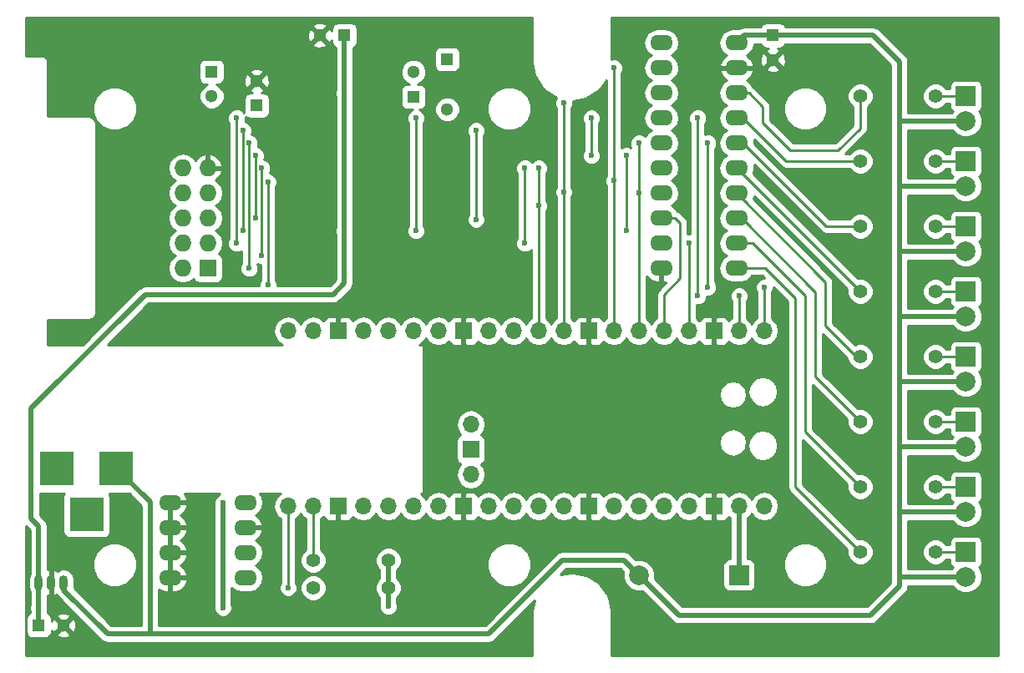
<source format=gbl>
G04 #@! TF.FileFunction,Copper,L2,Bot,Signal*
%FSLAX46Y46*%
G04 Gerber Fmt 4.6, Leading zero omitted, Abs format (unit mm)*
G04 Created by KiCad (PCBNEW 4.0.5+dfsg1-4) date Sat Oct 15 20:35:36 2022*
%MOMM*%
%LPD*%
G01*
G04 APERTURE LIST*
%ADD10C,0.150000*%
%ADD11R,1.300000X1.300000*%
%ADD12C,1.300000*%
%ADD13R,3.500120X3.500120*%
%ADD14R,2.000000X2.000000*%
%ADD15C,2.000000*%
%ADD16C,1.998980*%
%ADD17R,1.998980X1.998980*%
%ADD18R,1.727200X1.727200*%
%ADD19O,1.727200X1.727200*%
%ADD20C,1.397000*%
%ADD21O,2.300000X1.600000*%
%ADD22O,1.700000X1.700000*%
%ADD23R,1.700000X1.700000*%
%ADD24O,0.899160X1.501140*%
%ADD25C,0.600000*%
%ADD26C,0.508000*%
%ADD27C,0.254000*%
G04 APERTURE END LIST*
D10*
D11*
X129286000Y-82042000D03*
D12*
X129286000Y-84542000D03*
D11*
X133858000Y-85471000D03*
D12*
X133858000Y-82971000D03*
D11*
X149733000Y-84582000D03*
D12*
X149733000Y-82082000D03*
D11*
X142748000Y-78359000D03*
D12*
X140248000Y-78359000D03*
D11*
X186182000Y-78359000D03*
D12*
X186182000Y-80859000D03*
D11*
X153162000Y-80772000D03*
D12*
X153162000Y-85852000D03*
D11*
X111760000Y-138176000D03*
D12*
X114260000Y-138176000D03*
D13*
X119610140Y-122230000D03*
X113610660Y-122230000D03*
X116610400Y-126929000D03*
D14*
X205740000Y-84516000D03*
D15*
X205740000Y-87056000D03*
D14*
X205740000Y-91120000D03*
D15*
X205740000Y-93660000D03*
D14*
X205740000Y-97724000D03*
D15*
X205740000Y-100264000D03*
D14*
X205740000Y-104328000D03*
D15*
X205740000Y-106868000D03*
D14*
X205740000Y-110932000D03*
D15*
X205740000Y-113472000D03*
D14*
X205740000Y-117536000D03*
D15*
X205740000Y-120076000D03*
D14*
X205740000Y-124140000D03*
D15*
X205740000Y-126680000D03*
D14*
X205740000Y-130744000D03*
D15*
X205740000Y-133284000D03*
D16*
X172593000Y-133098540D03*
D17*
X182753000Y-133098540D03*
D18*
X128905000Y-101965000D03*
D19*
X126365000Y-101965000D03*
X128905000Y-99425000D03*
X126365000Y-99425000D03*
X128905000Y-96885000D03*
X126365000Y-96885000D03*
X128905000Y-94345000D03*
X126365000Y-94345000D03*
X128905000Y-91805000D03*
X126365000Y-91805000D03*
D20*
X195045000Y-84516000D03*
X202665000Y-84516000D03*
X195045000Y-91120000D03*
X202665000Y-91120000D03*
X195045000Y-97724000D03*
X202665000Y-97724000D03*
X195045000Y-104328000D03*
X202665000Y-104328000D03*
X195045000Y-110932000D03*
X202665000Y-110932000D03*
X195045000Y-117536000D03*
X202665000Y-117536000D03*
X195045000Y-124140000D03*
X202665000Y-124140000D03*
X195045000Y-130744000D03*
X202665000Y-130744000D03*
X147193000Y-131572000D03*
X139573000Y-131572000D03*
X147193000Y-134366000D03*
X139573000Y-134366000D03*
D21*
X174879000Y-79121000D03*
X174879000Y-81661000D03*
X174879000Y-84201000D03*
X174879000Y-86741000D03*
X174879000Y-89281000D03*
X174879000Y-91821000D03*
X174879000Y-94361000D03*
X174879000Y-96901000D03*
X174879000Y-99441000D03*
X174879000Y-101981000D03*
X182499000Y-101981000D03*
X182499000Y-99441000D03*
X182499000Y-96901000D03*
X182499000Y-94361000D03*
X182499000Y-91821000D03*
X182499000Y-89281000D03*
X182499000Y-86741000D03*
X182499000Y-84201000D03*
X182499000Y-81661000D03*
X182499000Y-79121000D03*
D22*
X185293000Y-108331000D03*
X182753000Y-108331000D03*
D23*
X180213000Y-108331000D03*
D22*
X177673000Y-108331000D03*
X175133000Y-108331000D03*
X172593000Y-108331000D03*
X170053000Y-108331000D03*
D23*
X167513000Y-108331000D03*
D22*
X164973000Y-108331000D03*
X162433000Y-108331000D03*
X159893000Y-108331000D03*
X157353000Y-108331000D03*
D23*
X154813000Y-108331000D03*
D22*
X152273000Y-108331000D03*
X149733000Y-108331000D03*
X147193000Y-108331000D03*
X144653000Y-108331000D03*
D23*
X142113000Y-108331000D03*
D22*
X139573000Y-108331000D03*
X137033000Y-108331000D03*
X137033000Y-126111000D03*
X139573000Y-126111000D03*
D23*
X142113000Y-126111000D03*
D22*
X144653000Y-126111000D03*
X147193000Y-126111000D03*
X149733000Y-126111000D03*
X152273000Y-126111000D03*
D23*
X154813000Y-126111000D03*
D22*
X157353000Y-126111000D03*
X159893000Y-126111000D03*
X162433000Y-126111000D03*
X164973000Y-126111000D03*
D23*
X167513000Y-126111000D03*
D22*
X170053000Y-126111000D03*
X172593000Y-126111000D03*
X175133000Y-126111000D03*
X177673000Y-126111000D03*
D23*
X180213000Y-126111000D03*
D22*
X182753000Y-126111000D03*
X185293000Y-126111000D03*
X155563000Y-117805100D03*
D23*
X155563000Y-120345100D03*
D22*
X155563000Y-122885100D03*
D24*
X113030000Y-133858000D03*
X114300000Y-133858000D03*
X111760000Y-133858000D03*
D21*
X125095000Y-125730000D03*
X125095000Y-128270000D03*
X125095000Y-130810000D03*
X125095000Y-133350000D03*
X132715000Y-133350000D03*
X132715000Y-130810000D03*
X132715000Y-128270000D03*
X132715000Y-125730000D03*
D25*
X111760000Y-136398000D03*
X147193000Y-136271000D03*
X130429000Y-136398000D03*
X130429000Y-125730000D03*
X142748000Y-98171000D03*
X142748000Y-84201000D03*
X133096000Y-101981000D03*
X133096000Y-89281000D03*
X135001000Y-93218000D03*
X135001000Y-103632000D03*
X131826000Y-99441000D03*
X131826000Y-86741000D03*
X134366000Y-100711000D03*
X134366000Y-91821000D03*
X133731000Y-96901000D03*
X133731000Y-90551000D03*
X132461000Y-98171000D03*
X132461000Y-88011000D03*
X137033000Y-134366000D03*
X162433000Y-91821000D03*
X162433000Y-95631000D03*
X164973000Y-85217000D03*
X164973000Y-94234000D03*
X170053000Y-81661000D03*
X170053000Y-93091000D03*
X177673000Y-99441000D03*
X161036000Y-91821000D03*
X161036000Y-99441000D03*
X167767000Y-90551000D03*
X167767000Y-86741000D03*
X178562000Y-86741000D03*
X178562000Y-104775000D03*
X182753000Y-104775000D03*
X172593000Y-94361000D03*
X172593000Y-89281000D03*
X156083000Y-97028000D03*
X156083000Y-88011000D03*
X149987000Y-86741000D03*
X149987000Y-98171000D03*
X171323000Y-98171000D03*
X171323000Y-90551000D03*
X179578000Y-89281000D03*
X179578000Y-103886000D03*
X185293000Y-103886000D03*
D26*
X113030000Y-122810660D02*
X113610660Y-122230000D01*
X111760000Y-133858000D02*
X111760000Y-128143000D01*
X142748000Y-103505000D02*
X142748000Y-98171000D01*
X141605000Y-104648000D02*
X142748000Y-103505000D01*
X122555000Y-104648000D02*
X141605000Y-104648000D01*
X110998000Y-116205000D02*
X122555000Y-104648000D01*
X110998000Y-127381000D02*
X110998000Y-116205000D01*
X111760000Y-128143000D02*
X110998000Y-127381000D01*
X111760000Y-138176000D02*
X111760000Y-136398000D01*
X111760000Y-136398000D02*
X111760000Y-133858000D01*
X147193000Y-136271000D02*
X147193000Y-134366000D01*
X130429000Y-125730000D02*
X130429000Y-136398000D01*
X147193000Y-134366000D02*
X147193000Y-131572000D01*
X142748000Y-84201000D02*
X142748000Y-98171000D01*
X142748000Y-84201000D02*
X142748000Y-78359000D01*
X205740000Y-133284000D02*
X199009000Y-133284000D01*
X205740000Y-126680000D02*
X199009000Y-126680000D01*
X205740000Y-120076000D02*
X199009000Y-120076000D01*
X205740000Y-113472000D02*
X199009000Y-113472000D01*
X205740000Y-106868000D02*
X199009000Y-106868000D01*
X205740000Y-100264000D02*
X199009000Y-100264000D01*
X205740000Y-93660000D02*
X199009000Y-93660000D01*
X205740000Y-87056000D02*
X199009000Y-87056000D01*
X172593000Y-133098540D02*
X176654460Y-137160000D01*
X196342000Y-78359000D02*
X186182000Y-78359000D01*
X199009000Y-81026000D02*
X196342000Y-78359000D01*
X199009000Y-134239000D02*
X199009000Y-133284000D01*
X199009000Y-133284000D02*
X199009000Y-126680000D01*
X199009000Y-126680000D02*
X199009000Y-120076000D01*
X199009000Y-120076000D02*
X199009000Y-113472000D01*
X199009000Y-113472000D02*
X199009000Y-106868000D01*
X199009000Y-106868000D02*
X199009000Y-100264000D01*
X199009000Y-100264000D02*
X199009000Y-93660000D01*
X199009000Y-93660000D02*
X199009000Y-87056000D01*
X199009000Y-87056000D02*
X199009000Y-81026000D01*
X196088000Y-137160000D02*
X199009000Y-134239000D01*
X176654460Y-137160000D02*
X196088000Y-137160000D01*
X114300000Y-133858000D02*
X114300000Y-134620000D01*
X118745000Y-139065000D02*
X123063000Y-139065000D01*
X114300000Y-134620000D02*
X118745000Y-139065000D01*
X119610140Y-122230000D02*
X123063000Y-125682860D01*
X123063000Y-125682860D02*
X123063000Y-139065000D01*
X172593000Y-133098540D02*
X171066460Y-131572000D01*
X157353000Y-139065000D02*
X123063000Y-139065000D01*
X164846000Y-131572000D02*
X157353000Y-139065000D01*
X171066460Y-131572000D02*
X164846000Y-131572000D01*
X186182000Y-78359000D02*
X183261000Y-78359000D01*
X183261000Y-78359000D02*
X182499000Y-79121000D01*
D27*
X202665000Y-84516000D02*
X205740000Y-84516000D01*
X202665000Y-91120000D02*
X205740000Y-91120000D01*
X202665000Y-97724000D02*
X205740000Y-97724000D01*
X202665000Y-104328000D02*
X205740000Y-104328000D01*
X202665000Y-110932000D02*
X205740000Y-110932000D01*
X202665000Y-117536000D02*
X205740000Y-117536000D01*
X202665000Y-124140000D02*
X205740000Y-124140000D01*
X202665000Y-130744000D02*
X205740000Y-130744000D01*
D26*
X182753000Y-133098540D02*
X182753000Y-126111000D01*
D27*
X133096000Y-89281000D02*
X133096000Y-101981000D01*
X135001000Y-93218000D02*
X135001000Y-103632000D01*
X131826000Y-86741000D02*
X131826000Y-99441000D01*
X134366000Y-91821000D02*
X134366000Y-100711000D01*
X133731000Y-90551000D02*
X133731000Y-96901000D01*
X132461000Y-88011000D02*
X132461000Y-98171000D01*
X182499000Y-84201000D02*
X183769000Y-84201000D01*
X195045000Y-87784000D02*
X195045000Y-84516000D01*
X192786000Y-90043000D02*
X195045000Y-87784000D01*
X187960000Y-90043000D02*
X192786000Y-90043000D01*
X185166000Y-87249000D02*
X187960000Y-90043000D01*
X185166000Y-85598000D02*
X185166000Y-87249000D01*
X183769000Y-84201000D02*
X185166000Y-85598000D01*
X182499000Y-86741000D02*
X183134000Y-86741000D01*
X183134000Y-86741000D02*
X187513000Y-91120000D01*
X187513000Y-91120000D02*
X195045000Y-91120000D01*
X182499000Y-89281000D02*
X183134000Y-89281000D01*
X183134000Y-89281000D02*
X191577000Y-97724000D01*
X191577000Y-97724000D02*
X195045000Y-97724000D01*
X182499000Y-91821000D02*
X182538000Y-91821000D01*
X182538000Y-91821000D02*
X195045000Y-104328000D01*
X182499000Y-94361000D02*
X191516000Y-103378000D01*
X191516000Y-107823000D02*
X194625000Y-110932000D01*
X191516000Y-103378000D02*
X191516000Y-107823000D01*
X194625000Y-110932000D02*
X195045000Y-110932000D01*
X182499000Y-96901000D02*
X183007000Y-96901000D01*
X183007000Y-96901000D02*
X190500000Y-104394000D01*
X190500000Y-104394000D02*
X190500000Y-112991000D01*
X190500000Y-112991000D02*
X195045000Y-117536000D01*
X182499000Y-99441000D02*
X184150000Y-99441000D01*
X189484000Y-118579000D02*
X195045000Y-124140000D01*
X189484000Y-104775000D02*
X189484000Y-118579000D01*
X184150000Y-99441000D02*
X189484000Y-104775000D01*
X182499000Y-101981000D02*
X185420000Y-101981000D01*
X188468000Y-124167000D02*
X195045000Y-130744000D01*
X188468000Y-105029000D02*
X188468000Y-124167000D01*
X185420000Y-101981000D02*
X188468000Y-105029000D01*
X139573000Y-126111000D02*
X139573000Y-131572000D01*
X137033000Y-126111000D02*
X137033000Y-134366000D01*
X162433000Y-95631000D02*
X162433000Y-108331000D01*
X162433000Y-95631000D02*
X162433000Y-91821000D01*
X164973000Y-94234000D02*
X164973000Y-108331000D01*
X164973000Y-94234000D02*
X164973000Y-85217000D01*
X170053000Y-93091000D02*
X170053000Y-108331000D01*
X170053000Y-93091000D02*
X170053000Y-81661000D01*
X177673000Y-108331000D02*
X177673000Y-99441000D01*
X161036000Y-99441000D02*
X161036000Y-91821000D01*
X167767000Y-86741000D02*
X167767000Y-90551000D01*
X182753000Y-108331000D02*
X182753000Y-104775000D01*
X178562000Y-104775000D02*
X178562000Y-86741000D01*
X172593000Y-94361000D02*
X172593000Y-108331000D01*
X172593000Y-89281000D02*
X172593000Y-94361000D01*
X174879000Y-96901000D02*
X176276000Y-96901000D01*
X175133000Y-104648000D02*
X175133000Y-108331000D01*
X176784000Y-102997000D02*
X175133000Y-104648000D01*
X176784000Y-97409000D02*
X176784000Y-102997000D01*
X176276000Y-96901000D02*
X176784000Y-97409000D01*
X156083000Y-88011000D02*
X156083000Y-97028000D01*
X149987000Y-98171000D02*
X149987000Y-86741000D01*
X171323000Y-90551000D02*
X171323000Y-98171000D01*
X185293000Y-108331000D02*
X185293000Y-103886000D01*
X179578000Y-103886000D02*
X179578000Y-89281000D01*
G36*
X114263909Y-124927050D02*
X114212900Y-125178940D01*
X114212900Y-128679060D01*
X114257178Y-128914377D01*
X114396250Y-129130501D01*
X114608450Y-129275491D01*
X114860340Y-129326500D01*
X118360460Y-129326500D01*
X118595777Y-129282222D01*
X118811901Y-129143150D01*
X118956891Y-128930950D01*
X119007900Y-128679060D01*
X119007900Y-125178940D01*
X118963622Y-124943623D01*
X118897586Y-124841000D01*
X120963904Y-124841000D01*
X122174000Y-126051096D01*
X122174000Y-138176000D01*
X119113236Y-138176000D01*
X115341243Y-134404007D01*
X115384580Y-134186135D01*
X115384580Y-133529865D01*
X115302021Y-133114814D01*
X115066914Y-132762951D01*
X114715051Y-132527844D01*
X114387144Y-132462619D01*
X117214613Y-132462619D01*
X117554155Y-133284372D01*
X118182321Y-133913636D01*
X119003481Y-134254611D01*
X119892619Y-134255387D01*
X120714372Y-133915845D01*
X121343636Y-133287679D01*
X121684611Y-132466519D01*
X121685387Y-131577381D01*
X121345845Y-130755628D01*
X120717679Y-130126364D01*
X119896519Y-129785389D01*
X119007381Y-129784613D01*
X118185628Y-130124155D01*
X117556364Y-130752321D01*
X117215389Y-131573481D01*
X117214613Y-132462619D01*
X114387144Y-132462619D01*
X114300000Y-132445285D01*
X113884949Y-132527844D01*
X113660762Y-132677641D01*
X113323935Y-132513019D01*
X113157000Y-132639932D01*
X113157000Y-133731000D01*
X113177000Y-133731000D01*
X113177000Y-133985000D01*
X113157000Y-133985000D01*
X113157000Y-135076068D01*
X113323935Y-135202981D01*
X113562862Y-135086207D01*
X113623728Y-135177299D01*
X113671382Y-135248618D01*
X118116382Y-139693618D01*
X118404794Y-139886329D01*
X118745000Y-139954000D01*
X157353000Y-139954000D01*
X157693206Y-139886329D01*
X157981618Y-139693618D01*
X161987257Y-135687979D01*
X161788642Y-136686486D01*
X161788642Y-136756416D01*
X161775000Y-136825000D01*
X161775000Y-141260000D01*
X110430000Y-141260000D01*
X110430000Y-128070236D01*
X110871000Y-128511236D01*
X110871000Y-132945666D01*
X110757979Y-133114814D01*
X110675420Y-133529865D01*
X110675420Y-134186135D01*
X110757979Y-134601186D01*
X110871000Y-134770334D01*
X110871000Y-136100811D01*
X110825162Y-136211201D01*
X110824838Y-136583167D01*
X110871000Y-136694888D01*
X110871000Y-136925208D01*
X110658559Y-137061910D01*
X110513569Y-137274110D01*
X110462560Y-137526000D01*
X110462560Y-138826000D01*
X110506838Y-139061317D01*
X110645910Y-139277441D01*
X110858110Y-139422431D01*
X111110000Y-139473440D01*
X112410000Y-139473440D01*
X112645317Y-139429162D01*
X112861441Y-139290090D01*
X113006431Y-139077890D01*
X113007012Y-139075016D01*
X113540590Y-139075016D01*
X113596271Y-139305611D01*
X114079078Y-139473622D01*
X114589428Y-139444083D01*
X114923729Y-139305611D01*
X114979410Y-139075016D01*
X114260000Y-138355605D01*
X113540590Y-139075016D01*
X113007012Y-139075016D01*
X113057440Y-138826000D01*
X113057440Y-138663615D01*
X113130389Y-138839729D01*
X113360984Y-138895410D01*
X114080395Y-138176000D01*
X114439605Y-138176000D01*
X115159016Y-138895410D01*
X115389611Y-138839729D01*
X115557622Y-138356922D01*
X115528083Y-137846572D01*
X115389611Y-137512271D01*
X115159016Y-137456590D01*
X114439605Y-138176000D01*
X114080395Y-138176000D01*
X113360984Y-137456590D01*
X113130389Y-137512271D01*
X113057440Y-137721902D01*
X113057440Y-137526000D01*
X113013162Y-137290683D01*
X113004347Y-137276984D01*
X113540590Y-137276984D01*
X114260000Y-137996395D01*
X114979410Y-137276984D01*
X114923729Y-137046389D01*
X114440922Y-136878378D01*
X113930572Y-136907917D01*
X113596271Y-137046389D01*
X113540590Y-137276984D01*
X113004347Y-137276984D01*
X112874090Y-137074559D01*
X112661890Y-136929569D01*
X112649000Y-136926959D01*
X112649000Y-136695189D01*
X112694838Y-136584799D01*
X112695162Y-136212833D01*
X112649000Y-136101112D01*
X112649000Y-135160428D01*
X112736065Y-135202981D01*
X112903000Y-135076068D01*
X112903000Y-133985000D01*
X112883000Y-133985000D01*
X112883000Y-133731000D01*
X112903000Y-133731000D01*
X112903000Y-132639932D01*
X112736065Y-132513019D01*
X112649000Y-132555572D01*
X112649000Y-128143000D01*
X112581329Y-127802794D01*
X112388618Y-127514382D01*
X111887000Y-127012764D01*
X111887000Y-124841000D01*
X114322704Y-124841000D01*
X114263909Y-124927050D01*
X114263909Y-124927050D01*
G37*
X114263909Y-124927050D02*
X114212900Y-125178940D01*
X114212900Y-128679060D01*
X114257178Y-128914377D01*
X114396250Y-129130501D01*
X114608450Y-129275491D01*
X114860340Y-129326500D01*
X118360460Y-129326500D01*
X118595777Y-129282222D01*
X118811901Y-129143150D01*
X118956891Y-128930950D01*
X119007900Y-128679060D01*
X119007900Y-125178940D01*
X118963622Y-124943623D01*
X118897586Y-124841000D01*
X120963904Y-124841000D01*
X122174000Y-126051096D01*
X122174000Y-138176000D01*
X119113236Y-138176000D01*
X115341243Y-134404007D01*
X115384580Y-134186135D01*
X115384580Y-133529865D01*
X115302021Y-133114814D01*
X115066914Y-132762951D01*
X114715051Y-132527844D01*
X114387144Y-132462619D01*
X117214613Y-132462619D01*
X117554155Y-133284372D01*
X118182321Y-133913636D01*
X119003481Y-134254611D01*
X119892619Y-134255387D01*
X120714372Y-133915845D01*
X121343636Y-133287679D01*
X121684611Y-132466519D01*
X121685387Y-131577381D01*
X121345845Y-130755628D01*
X120717679Y-130126364D01*
X119896519Y-129785389D01*
X119007381Y-129784613D01*
X118185628Y-130124155D01*
X117556364Y-130752321D01*
X117215389Y-131573481D01*
X117214613Y-132462619D01*
X114387144Y-132462619D01*
X114300000Y-132445285D01*
X113884949Y-132527844D01*
X113660762Y-132677641D01*
X113323935Y-132513019D01*
X113157000Y-132639932D01*
X113157000Y-133731000D01*
X113177000Y-133731000D01*
X113177000Y-133985000D01*
X113157000Y-133985000D01*
X113157000Y-135076068D01*
X113323935Y-135202981D01*
X113562862Y-135086207D01*
X113623728Y-135177299D01*
X113671382Y-135248618D01*
X118116382Y-139693618D01*
X118404794Y-139886329D01*
X118745000Y-139954000D01*
X157353000Y-139954000D01*
X157693206Y-139886329D01*
X157981618Y-139693618D01*
X161987257Y-135687979D01*
X161788642Y-136686486D01*
X161788642Y-136756416D01*
X161775000Y-136825000D01*
X161775000Y-141260000D01*
X110430000Y-141260000D01*
X110430000Y-128070236D01*
X110871000Y-128511236D01*
X110871000Y-132945666D01*
X110757979Y-133114814D01*
X110675420Y-133529865D01*
X110675420Y-134186135D01*
X110757979Y-134601186D01*
X110871000Y-134770334D01*
X110871000Y-136100811D01*
X110825162Y-136211201D01*
X110824838Y-136583167D01*
X110871000Y-136694888D01*
X110871000Y-136925208D01*
X110658559Y-137061910D01*
X110513569Y-137274110D01*
X110462560Y-137526000D01*
X110462560Y-138826000D01*
X110506838Y-139061317D01*
X110645910Y-139277441D01*
X110858110Y-139422431D01*
X111110000Y-139473440D01*
X112410000Y-139473440D01*
X112645317Y-139429162D01*
X112861441Y-139290090D01*
X113006431Y-139077890D01*
X113007012Y-139075016D01*
X113540590Y-139075016D01*
X113596271Y-139305611D01*
X114079078Y-139473622D01*
X114589428Y-139444083D01*
X114923729Y-139305611D01*
X114979410Y-139075016D01*
X114260000Y-138355605D01*
X113540590Y-139075016D01*
X113007012Y-139075016D01*
X113057440Y-138826000D01*
X113057440Y-138663615D01*
X113130389Y-138839729D01*
X113360984Y-138895410D01*
X114080395Y-138176000D01*
X114439605Y-138176000D01*
X115159016Y-138895410D01*
X115389611Y-138839729D01*
X115557622Y-138356922D01*
X115528083Y-137846572D01*
X115389611Y-137512271D01*
X115159016Y-137456590D01*
X114439605Y-138176000D01*
X114080395Y-138176000D01*
X113360984Y-137456590D01*
X113130389Y-137512271D01*
X113057440Y-137721902D01*
X113057440Y-137526000D01*
X113013162Y-137290683D01*
X113004347Y-137276984D01*
X113540590Y-137276984D01*
X114260000Y-137996395D01*
X114979410Y-137276984D01*
X114923729Y-137046389D01*
X114440922Y-136878378D01*
X113930572Y-136907917D01*
X113596271Y-137046389D01*
X113540590Y-137276984D01*
X113004347Y-137276984D01*
X112874090Y-137074559D01*
X112661890Y-136929569D01*
X112649000Y-136926959D01*
X112649000Y-136695189D01*
X112694838Y-136584799D01*
X112695162Y-136212833D01*
X112649000Y-136101112D01*
X112649000Y-135160428D01*
X112736065Y-135202981D01*
X112903000Y-135076068D01*
X112903000Y-133985000D01*
X112883000Y-133985000D01*
X112883000Y-133731000D01*
X112903000Y-133731000D01*
X112903000Y-132639932D01*
X112736065Y-132513019D01*
X112649000Y-132555572D01*
X112649000Y-128143000D01*
X112581329Y-127802794D01*
X112388618Y-127514382D01*
X111887000Y-127012764D01*
X111887000Y-124841000D01*
X114322704Y-124841000D01*
X114263909Y-124927050D01*
G36*
X161775000Y-80975000D02*
X161788642Y-81043584D01*
X161788642Y-81113514D01*
X162040981Y-82382110D01*
X162070808Y-82454117D01*
X162146996Y-82638051D01*
X162865598Y-83713514D01*
X163061486Y-83909402D01*
X164136949Y-84628004D01*
X164209483Y-84658048D01*
X164180808Y-84686673D01*
X164038162Y-85030201D01*
X164037838Y-85402167D01*
X164179883Y-85745943D01*
X164211000Y-85777114D01*
X164211000Y-93673534D01*
X164180808Y-93703673D01*
X164038162Y-94047201D01*
X164037838Y-94419167D01*
X164179883Y-94762943D01*
X164211000Y-94794114D01*
X164211000Y-107059382D01*
X163922946Y-107251853D01*
X163703000Y-107581026D01*
X163483054Y-107251853D01*
X163195000Y-107059382D01*
X163195000Y-96191466D01*
X163225192Y-96161327D01*
X163367838Y-95817799D01*
X163368162Y-95445833D01*
X163226117Y-95102057D01*
X163195000Y-95070886D01*
X163195000Y-92381466D01*
X163225192Y-92351327D01*
X163367838Y-92007799D01*
X163368162Y-91635833D01*
X163226117Y-91292057D01*
X162963327Y-91028808D01*
X162619799Y-90886162D01*
X162247833Y-90885838D01*
X161904057Y-91027883D01*
X161734435Y-91197209D01*
X161566327Y-91028808D01*
X161222799Y-90886162D01*
X160850833Y-90885838D01*
X160507057Y-91027883D01*
X160243808Y-91290673D01*
X160101162Y-91634201D01*
X160100838Y-92006167D01*
X160242883Y-92349943D01*
X160274000Y-92381114D01*
X160274000Y-98880534D01*
X160243808Y-98910673D01*
X160101162Y-99254201D01*
X160100838Y-99626167D01*
X160242883Y-99969943D01*
X160505673Y-100233192D01*
X160849201Y-100375838D01*
X161221167Y-100376162D01*
X161564943Y-100234117D01*
X161671000Y-100128245D01*
X161671000Y-107059382D01*
X161382946Y-107251853D01*
X161163000Y-107581026D01*
X160943054Y-107251853D01*
X160461285Y-106929946D01*
X159893000Y-106816907D01*
X159324715Y-106929946D01*
X158842946Y-107251853D01*
X158623000Y-107581026D01*
X158403054Y-107251853D01*
X157921285Y-106929946D01*
X157353000Y-106816907D01*
X156784715Y-106929946D01*
X156302946Y-107251853D01*
X156273597Y-107295777D01*
X156201327Y-107121302D01*
X156022699Y-106942673D01*
X155789310Y-106846000D01*
X155098750Y-106846000D01*
X154940000Y-107004750D01*
X154940000Y-108204000D01*
X154960000Y-108204000D01*
X154960000Y-108458000D01*
X154940000Y-108458000D01*
X154940000Y-109657250D01*
X155098750Y-109816000D01*
X155789310Y-109816000D01*
X156022699Y-109719327D01*
X156201327Y-109540698D01*
X156273597Y-109366223D01*
X156302946Y-109410147D01*
X156784715Y-109732054D01*
X157353000Y-109845093D01*
X157921285Y-109732054D01*
X158403054Y-109410147D01*
X158623000Y-109080974D01*
X158842946Y-109410147D01*
X159324715Y-109732054D01*
X159893000Y-109845093D01*
X160461285Y-109732054D01*
X160943054Y-109410147D01*
X161163000Y-109080974D01*
X161382946Y-109410147D01*
X161864715Y-109732054D01*
X162433000Y-109845093D01*
X163001285Y-109732054D01*
X163483054Y-109410147D01*
X163703000Y-109080974D01*
X163922946Y-109410147D01*
X164404715Y-109732054D01*
X164973000Y-109845093D01*
X165541285Y-109732054D01*
X166023054Y-109410147D01*
X166052403Y-109366223D01*
X166124673Y-109540698D01*
X166303301Y-109719327D01*
X166536690Y-109816000D01*
X167227250Y-109816000D01*
X167386000Y-109657250D01*
X167386000Y-108458000D01*
X167366000Y-108458000D01*
X167366000Y-108204000D01*
X167386000Y-108204000D01*
X167386000Y-107004750D01*
X167227250Y-106846000D01*
X166536690Y-106846000D01*
X166303301Y-106942673D01*
X166124673Y-107121302D01*
X166052403Y-107295777D01*
X166023054Y-107251853D01*
X165735000Y-107059382D01*
X165735000Y-94794466D01*
X165765192Y-94764327D01*
X165907838Y-94420799D01*
X165908162Y-94048833D01*
X165766117Y-93705057D01*
X165735000Y-93673886D01*
X165735000Y-86926167D01*
X166831838Y-86926167D01*
X166973883Y-87269943D01*
X167005000Y-87301114D01*
X167005000Y-89990534D01*
X166974808Y-90020673D01*
X166832162Y-90364201D01*
X166831838Y-90736167D01*
X166973883Y-91079943D01*
X167236673Y-91343192D01*
X167580201Y-91485838D01*
X167952167Y-91486162D01*
X168295943Y-91344117D01*
X168559192Y-91081327D01*
X168701838Y-90737799D01*
X168702162Y-90365833D01*
X168560117Y-90022057D01*
X168529000Y-89990886D01*
X168529000Y-87301466D01*
X168559192Y-87271327D01*
X168701838Y-86927799D01*
X168702162Y-86555833D01*
X168560117Y-86212057D01*
X168297327Y-85948808D01*
X167953799Y-85806162D01*
X167581833Y-85805838D01*
X167238057Y-85947883D01*
X166974808Y-86210673D01*
X166832162Y-86554201D01*
X166831838Y-86926167D01*
X165735000Y-86926167D01*
X165735000Y-85777466D01*
X165765192Y-85747327D01*
X165907838Y-85403799D01*
X165908162Y-85031833D01*
X165889372Y-84986358D01*
X165938514Y-84986358D01*
X167207110Y-84734019D01*
X167388087Y-84659055D01*
X167463051Y-84628004D01*
X168538514Y-83909402D01*
X168734402Y-83713514D01*
X169291000Y-82880507D01*
X169291000Y-92530534D01*
X169260808Y-92560673D01*
X169118162Y-92904201D01*
X169117838Y-93276167D01*
X169259883Y-93619943D01*
X169291000Y-93651114D01*
X169291000Y-107059382D01*
X169002946Y-107251853D01*
X168973597Y-107295777D01*
X168901327Y-107121302D01*
X168722699Y-106942673D01*
X168489310Y-106846000D01*
X167798750Y-106846000D01*
X167640000Y-107004750D01*
X167640000Y-108204000D01*
X167660000Y-108204000D01*
X167660000Y-108458000D01*
X167640000Y-108458000D01*
X167640000Y-109657250D01*
X167798750Y-109816000D01*
X168489310Y-109816000D01*
X168722699Y-109719327D01*
X168901327Y-109540698D01*
X168973597Y-109366223D01*
X169002946Y-109410147D01*
X169484715Y-109732054D01*
X170053000Y-109845093D01*
X170621285Y-109732054D01*
X171103054Y-109410147D01*
X171323000Y-109080974D01*
X171542946Y-109410147D01*
X172024715Y-109732054D01*
X172593000Y-109845093D01*
X173161285Y-109732054D01*
X173643054Y-109410147D01*
X173863000Y-109080974D01*
X174082946Y-109410147D01*
X174564715Y-109732054D01*
X175133000Y-109845093D01*
X175701285Y-109732054D01*
X176183054Y-109410147D01*
X176403000Y-109080974D01*
X176622946Y-109410147D01*
X177104715Y-109732054D01*
X177673000Y-109845093D01*
X178241285Y-109732054D01*
X178723054Y-109410147D01*
X178752403Y-109366223D01*
X178824673Y-109540698D01*
X179003301Y-109719327D01*
X179236690Y-109816000D01*
X179927250Y-109816000D01*
X180086000Y-109657250D01*
X180086000Y-108458000D01*
X180066000Y-108458000D01*
X180066000Y-108204000D01*
X180086000Y-108204000D01*
X180086000Y-107004750D01*
X180340000Y-107004750D01*
X180340000Y-108204000D01*
X180360000Y-108204000D01*
X180360000Y-108458000D01*
X180340000Y-108458000D01*
X180340000Y-109657250D01*
X180498750Y-109816000D01*
X181189310Y-109816000D01*
X181422699Y-109719327D01*
X181601327Y-109540698D01*
X181673597Y-109366223D01*
X181702946Y-109410147D01*
X182184715Y-109732054D01*
X182753000Y-109845093D01*
X183321285Y-109732054D01*
X183803054Y-109410147D01*
X184023000Y-109080974D01*
X184242946Y-109410147D01*
X184724715Y-109732054D01*
X185293000Y-109845093D01*
X185861285Y-109732054D01*
X186343054Y-109410147D01*
X186664961Y-108928378D01*
X186778000Y-108360093D01*
X186778000Y-108301907D01*
X186664961Y-107733622D01*
X186343054Y-107251853D01*
X186055000Y-107059382D01*
X186055000Y-104446466D01*
X186085192Y-104416327D01*
X186227838Y-104072799D01*
X186228018Y-103866648D01*
X187706000Y-105344630D01*
X187706000Y-124167000D01*
X187764004Y-124458605D01*
X187911144Y-124678815D01*
X187929185Y-124705815D01*
X193711723Y-130488353D01*
X193711269Y-131008086D01*
X193913854Y-131498380D01*
X194288647Y-131873827D01*
X194778587Y-132077268D01*
X195309086Y-132077731D01*
X195799380Y-131875146D01*
X196174827Y-131500353D01*
X196378268Y-131010413D01*
X196378731Y-130479914D01*
X196176146Y-129989620D01*
X195801353Y-129614173D01*
X195311413Y-129410732D01*
X194788907Y-129410276D01*
X189230000Y-123851370D01*
X189230000Y-119402630D01*
X193711723Y-123884353D01*
X193711269Y-124404086D01*
X193913854Y-124894380D01*
X194288647Y-125269827D01*
X194778587Y-125473268D01*
X195309086Y-125473731D01*
X195799380Y-125271146D01*
X196174827Y-124896353D01*
X196378268Y-124406413D01*
X196378731Y-123875914D01*
X196176146Y-123385620D01*
X195801353Y-123010173D01*
X195311413Y-122806732D01*
X194788907Y-122806276D01*
X190246000Y-118263370D01*
X190246000Y-113814630D01*
X193711723Y-117280353D01*
X193711269Y-117800086D01*
X193913854Y-118290380D01*
X194288647Y-118665827D01*
X194778587Y-118869268D01*
X195309086Y-118869731D01*
X195799380Y-118667146D01*
X196174827Y-118292353D01*
X196378268Y-117802413D01*
X196378731Y-117271914D01*
X196176146Y-116781620D01*
X195801353Y-116406173D01*
X195311413Y-116202732D01*
X194788907Y-116202276D01*
X191262000Y-112675370D01*
X191262000Y-108646630D01*
X193711356Y-111095986D01*
X193711269Y-111196086D01*
X193913854Y-111686380D01*
X194288647Y-112061827D01*
X194778587Y-112265268D01*
X195309086Y-112265731D01*
X195799380Y-112063146D01*
X196174827Y-111688353D01*
X196378268Y-111198413D01*
X196378731Y-110667914D01*
X196176146Y-110177620D01*
X195801353Y-109802173D01*
X195311413Y-109598732D01*
X194780914Y-109598269D01*
X194489365Y-109718735D01*
X192278000Y-107507370D01*
X192278000Y-103378000D01*
X192219996Y-103086395D01*
X192129636Y-102951162D01*
X192054816Y-102839185D01*
X184176109Y-94960479D01*
X184209737Y-94910151D01*
X184266111Y-94626741D01*
X193711723Y-104072353D01*
X193711269Y-104592086D01*
X193913854Y-105082380D01*
X194288647Y-105457827D01*
X194778587Y-105661268D01*
X195309086Y-105661731D01*
X195799380Y-105459146D01*
X196174827Y-105084353D01*
X196378268Y-104594413D01*
X196378731Y-104063914D01*
X196176146Y-103573620D01*
X195801353Y-103198173D01*
X195311413Y-102994732D01*
X194788906Y-102994276D01*
X184191730Y-92397100D01*
X184209737Y-92370151D01*
X184318970Y-91821000D01*
X184250091Y-91474721D01*
X191038185Y-98262815D01*
X191285395Y-98427996D01*
X191577000Y-98486000D01*
X193921461Y-98486000D01*
X194288647Y-98853827D01*
X194778587Y-99057268D01*
X195309086Y-99057731D01*
X195799380Y-98855146D01*
X196174827Y-98480353D01*
X196378268Y-97990413D01*
X196378731Y-97459914D01*
X196176146Y-96969620D01*
X195801353Y-96594173D01*
X195311413Y-96390732D01*
X194780914Y-96390269D01*
X194290620Y-96592854D01*
X193920830Y-96962000D01*
X191892630Y-96962000D01*
X184301161Y-89370531D01*
X184318970Y-89281000D01*
X184250091Y-88934721D01*
X186974184Y-91658815D01*
X187216911Y-91821000D01*
X187221395Y-91823996D01*
X187513000Y-91882000D01*
X193921461Y-91882000D01*
X194288647Y-92249827D01*
X194778587Y-92453268D01*
X195309086Y-92453731D01*
X195799380Y-92251146D01*
X196174827Y-91876353D01*
X196378268Y-91386413D01*
X196378731Y-90855914D01*
X196176146Y-90365620D01*
X195801353Y-89990173D01*
X195311413Y-89786732D01*
X194780914Y-89786269D01*
X194290620Y-89988854D01*
X193920830Y-90358000D01*
X193548630Y-90358000D01*
X195583815Y-88322816D01*
X195748996Y-88075605D01*
X195762963Y-88005387D01*
X195807000Y-87784000D01*
X195807000Y-85639539D01*
X196174827Y-85272353D01*
X196378268Y-84782413D01*
X196378731Y-84251914D01*
X196176146Y-83761620D01*
X195801353Y-83386173D01*
X195311413Y-83182732D01*
X194780914Y-83182269D01*
X194290620Y-83384854D01*
X193915173Y-83759647D01*
X193711732Y-84249587D01*
X193711269Y-84780086D01*
X193913854Y-85270380D01*
X194283000Y-85640170D01*
X194283000Y-87468369D01*
X192470370Y-89281000D01*
X188275631Y-89281000D01*
X185928000Y-86933370D01*
X185928000Y-86212619D01*
X187214613Y-86212619D01*
X187554155Y-87034372D01*
X188182321Y-87663636D01*
X189003481Y-88004611D01*
X189892619Y-88005387D01*
X190714372Y-87665845D01*
X191343636Y-87037679D01*
X191684611Y-86216519D01*
X191685387Y-85327381D01*
X191345845Y-84505628D01*
X190717679Y-83876364D01*
X189896519Y-83535389D01*
X189007381Y-83534613D01*
X188185628Y-83874155D01*
X187556364Y-84502321D01*
X187215389Y-85323481D01*
X187214613Y-86212619D01*
X185928000Y-86212619D01*
X185928000Y-85598000D01*
X185869996Y-85306395D01*
X185846242Y-85270845D01*
X185704815Y-85059184D01*
X184307815Y-83662185D01*
X184292346Y-83651849D01*
X184143107Y-83552130D01*
X183898668Y-83186302D01*
X183520849Y-82933851D01*
X183953500Y-82585896D01*
X184223367Y-82092819D01*
X184240904Y-82010039D01*
X184118915Y-81788000D01*
X182626000Y-81788000D01*
X182626000Y-81808000D01*
X182372000Y-81808000D01*
X182372000Y-81788000D01*
X180879085Y-81788000D01*
X180757096Y-82010039D01*
X180774633Y-82092819D01*
X181044500Y-82585896D01*
X181477151Y-82933851D01*
X181099332Y-83186302D01*
X180788263Y-83651849D01*
X180679030Y-84201000D01*
X180788263Y-84750151D01*
X181099332Y-85215698D01*
X181481418Y-85471000D01*
X181099332Y-85726302D01*
X180788263Y-86191849D01*
X180679030Y-86741000D01*
X180788263Y-87290151D01*
X181099332Y-87755698D01*
X181481418Y-88011000D01*
X181099332Y-88266302D01*
X180788263Y-88731849D01*
X180679030Y-89281000D01*
X180788263Y-89830151D01*
X181099332Y-90295698D01*
X181481418Y-90551000D01*
X181099332Y-90806302D01*
X180788263Y-91271849D01*
X180679030Y-91821000D01*
X180788263Y-92370151D01*
X181099332Y-92835698D01*
X181481418Y-93091000D01*
X181099332Y-93346302D01*
X180788263Y-93811849D01*
X180679030Y-94361000D01*
X180788263Y-94910151D01*
X181099332Y-95375698D01*
X181481418Y-95631000D01*
X181099332Y-95886302D01*
X180788263Y-96351849D01*
X180679030Y-96901000D01*
X180788263Y-97450151D01*
X181099332Y-97915698D01*
X181481418Y-98171000D01*
X181099332Y-98426302D01*
X180788263Y-98891849D01*
X180679030Y-99441000D01*
X180788263Y-99990151D01*
X181099332Y-100455698D01*
X181481418Y-100711000D01*
X181099332Y-100966302D01*
X180788263Y-101431849D01*
X180679030Y-101981000D01*
X180788263Y-102530151D01*
X181099332Y-102995698D01*
X181564879Y-103306767D01*
X182114030Y-103416000D01*
X182883970Y-103416000D01*
X183433121Y-103306767D01*
X183898668Y-102995698D01*
X184067516Y-102743000D01*
X185104370Y-102743000D01*
X185312386Y-102951016D01*
X185107833Y-102950838D01*
X184764057Y-103092883D01*
X184500808Y-103355673D01*
X184358162Y-103699201D01*
X184357838Y-104071167D01*
X184499883Y-104414943D01*
X184531000Y-104446114D01*
X184531000Y-107059382D01*
X184242946Y-107251853D01*
X184023000Y-107581026D01*
X183803054Y-107251853D01*
X183515000Y-107059382D01*
X183515000Y-105335466D01*
X183545192Y-105305327D01*
X183687838Y-104961799D01*
X183688162Y-104589833D01*
X183546117Y-104246057D01*
X183283327Y-103982808D01*
X182939799Y-103840162D01*
X182567833Y-103839838D01*
X182224057Y-103981883D01*
X181960808Y-104244673D01*
X181818162Y-104588201D01*
X181817838Y-104960167D01*
X181959883Y-105303943D01*
X181991000Y-105335114D01*
X181991000Y-107059382D01*
X181702946Y-107251853D01*
X181673597Y-107295777D01*
X181601327Y-107121302D01*
X181422699Y-106942673D01*
X181189310Y-106846000D01*
X180498750Y-106846000D01*
X180340000Y-107004750D01*
X180086000Y-107004750D01*
X179927250Y-106846000D01*
X179236690Y-106846000D01*
X179003301Y-106942673D01*
X178824673Y-107121302D01*
X178752403Y-107295777D01*
X178723054Y-107251853D01*
X178435000Y-107059382D01*
X178435000Y-105709890D01*
X178747167Y-105710162D01*
X179090943Y-105568117D01*
X179354192Y-105305327D01*
X179496838Y-104961799D01*
X179496961Y-104820930D01*
X179763167Y-104821162D01*
X180106943Y-104679117D01*
X180370192Y-104416327D01*
X180512838Y-104072799D01*
X180513162Y-103700833D01*
X180371117Y-103357057D01*
X180340000Y-103325886D01*
X180340000Y-89841466D01*
X180370192Y-89811327D01*
X180512838Y-89467799D01*
X180513162Y-89095833D01*
X180371117Y-88752057D01*
X180108327Y-88488808D01*
X179764799Y-88346162D01*
X179392833Y-88345838D01*
X179324000Y-88374279D01*
X179324000Y-87301466D01*
X179354192Y-87271327D01*
X179496838Y-86927799D01*
X179497162Y-86555833D01*
X179355117Y-86212057D01*
X179092327Y-85948808D01*
X178748799Y-85806162D01*
X178376833Y-85805838D01*
X178033057Y-85947883D01*
X177769808Y-86210673D01*
X177627162Y-86554201D01*
X177626838Y-86926167D01*
X177768883Y-87269943D01*
X177800000Y-87301114D01*
X177800000Y-98506110D01*
X177546000Y-98505889D01*
X177546000Y-97409000D01*
X177487996Y-97117395D01*
X177389256Y-96969620D01*
X177322815Y-96870184D01*
X176814815Y-96362185D01*
X176738976Y-96311511D01*
X176567605Y-96197004D01*
X176473806Y-96178346D01*
X176278668Y-95886302D01*
X175896582Y-95631000D01*
X176278668Y-95375698D01*
X176589737Y-94910151D01*
X176698970Y-94361000D01*
X176589737Y-93811849D01*
X176278668Y-93346302D01*
X175896582Y-93091000D01*
X176278668Y-92835698D01*
X176589737Y-92370151D01*
X176698970Y-91821000D01*
X176589737Y-91271849D01*
X176278668Y-90806302D01*
X175896582Y-90551000D01*
X176278668Y-90295698D01*
X176589737Y-89830151D01*
X176698970Y-89281000D01*
X176589737Y-88731849D01*
X176278668Y-88266302D01*
X175896582Y-88011000D01*
X176278668Y-87755698D01*
X176589737Y-87290151D01*
X176698970Y-86741000D01*
X176589737Y-86191849D01*
X176278668Y-85726302D01*
X175896582Y-85471000D01*
X176278668Y-85215698D01*
X176589737Y-84750151D01*
X176698970Y-84201000D01*
X176589737Y-83651849D01*
X176278668Y-83186302D01*
X175896582Y-82931000D01*
X176278668Y-82675698D01*
X176589737Y-82210151D01*
X176679672Y-81758016D01*
X185462590Y-81758016D01*
X185518271Y-81988611D01*
X186001078Y-82156622D01*
X186511428Y-82127083D01*
X186845729Y-81988611D01*
X186901410Y-81758016D01*
X186182000Y-81038605D01*
X185462590Y-81758016D01*
X176679672Y-81758016D01*
X176698970Y-81661000D01*
X176589737Y-81111849D01*
X176278668Y-80646302D01*
X175896582Y-80391000D01*
X176278668Y-80135698D01*
X176589737Y-79670151D01*
X176698970Y-79121000D01*
X176589737Y-78571849D01*
X176278668Y-78106302D01*
X175813121Y-77795233D01*
X175263970Y-77686000D01*
X174494030Y-77686000D01*
X173944879Y-77795233D01*
X173479332Y-78106302D01*
X173168263Y-78571849D01*
X173059030Y-79121000D01*
X173168263Y-79670151D01*
X173479332Y-80135698D01*
X173861418Y-80391000D01*
X173479332Y-80646302D01*
X173168263Y-81111849D01*
X173059030Y-81661000D01*
X173168263Y-82210151D01*
X173479332Y-82675698D01*
X173861418Y-82931000D01*
X173479332Y-83186302D01*
X173168263Y-83651849D01*
X173059030Y-84201000D01*
X173168263Y-84750151D01*
X173479332Y-85215698D01*
X173861418Y-85471000D01*
X173479332Y-85726302D01*
X173168263Y-86191849D01*
X173059030Y-86741000D01*
X173168263Y-87290151D01*
X173479332Y-87755698D01*
X173861418Y-88011000D01*
X173479332Y-88266302D01*
X173247526Y-88613224D01*
X173123327Y-88488808D01*
X172779799Y-88346162D01*
X172407833Y-88345838D01*
X172064057Y-88487883D01*
X171800808Y-88750673D01*
X171658162Y-89094201D01*
X171657838Y-89466167D01*
X171763310Y-89721430D01*
X171509799Y-89616162D01*
X171137833Y-89615838D01*
X170815000Y-89749230D01*
X170815000Y-82221466D01*
X170845192Y-82191327D01*
X170987838Y-81847799D01*
X170988162Y-81475833D01*
X170846117Y-81132057D01*
X170583327Y-80868808D01*
X170239799Y-80726162D01*
X169867833Y-80725838D01*
X169825000Y-80743536D01*
X169825000Y-76540000D01*
X209010000Y-76540000D01*
X209010000Y-141260000D01*
X169825000Y-141260000D01*
X169825000Y-136825000D01*
X169811358Y-136756416D01*
X169811358Y-136686486D01*
X169559019Y-135417890D01*
X169463859Y-135188156D01*
X169453004Y-135161949D01*
X168734402Y-134086486D01*
X168538514Y-133890598D01*
X167463051Y-133171996D01*
X167388087Y-133140945D01*
X167207110Y-133065981D01*
X165938514Y-132813642D01*
X165800000Y-132813643D01*
X165661486Y-132813642D01*
X164662979Y-133012257D01*
X165214236Y-132461000D01*
X170698224Y-132461000D01*
X170973588Y-132736364D01*
X170958794Y-132771993D01*
X170958226Y-133422234D01*
X171206538Y-134023195D01*
X171665927Y-134483386D01*
X172266453Y-134732746D01*
X172916694Y-134733314D01*
X172954795Y-134717571D01*
X176025842Y-137788618D01*
X176314254Y-137981329D01*
X176654460Y-138049000D01*
X196088000Y-138049000D01*
X196428206Y-137981329D01*
X196716618Y-137788618D01*
X199637618Y-134867618D01*
X199642677Y-134860046D01*
X199830329Y-134579206D01*
X199898000Y-134239000D01*
X199898000Y-134173000D01*
X204338255Y-134173000D01*
X204353106Y-134208943D01*
X204812637Y-134669278D01*
X205413352Y-134918716D01*
X206063795Y-134919284D01*
X206664943Y-134670894D01*
X207125278Y-134211363D01*
X207374716Y-133610648D01*
X207375284Y-132960205D01*
X207126894Y-132359057D01*
X207060379Y-132292426D01*
X207191441Y-132208090D01*
X207336431Y-131995890D01*
X207387440Y-131744000D01*
X207387440Y-129744000D01*
X207343162Y-129508683D01*
X207204090Y-129292559D01*
X206991890Y-129147569D01*
X206740000Y-129096560D01*
X204740000Y-129096560D01*
X204504683Y-129140838D01*
X204288559Y-129279910D01*
X204143569Y-129492110D01*
X204092560Y-129744000D01*
X204092560Y-129982000D01*
X203788539Y-129982000D01*
X203421353Y-129614173D01*
X202931413Y-129410732D01*
X202400914Y-129410269D01*
X201910620Y-129612854D01*
X201535173Y-129987647D01*
X201331732Y-130477587D01*
X201331269Y-131008086D01*
X201533854Y-131498380D01*
X201908647Y-131873827D01*
X202398587Y-132077268D01*
X202929086Y-132077731D01*
X203419380Y-131875146D01*
X203789170Y-131506000D01*
X204092560Y-131506000D01*
X204092560Y-131744000D01*
X204136838Y-131979317D01*
X204275910Y-132195441D01*
X204418561Y-132292910D01*
X204354722Y-132356637D01*
X204338792Y-132395000D01*
X199898000Y-132395000D01*
X199898000Y-127569000D01*
X204338255Y-127569000D01*
X204353106Y-127604943D01*
X204812637Y-128065278D01*
X205413352Y-128314716D01*
X206063795Y-128315284D01*
X206664943Y-128066894D01*
X207125278Y-127607363D01*
X207374716Y-127006648D01*
X207375284Y-126356205D01*
X207126894Y-125755057D01*
X207060379Y-125688426D01*
X207191441Y-125604090D01*
X207336431Y-125391890D01*
X207387440Y-125140000D01*
X207387440Y-123140000D01*
X207343162Y-122904683D01*
X207204090Y-122688559D01*
X206991890Y-122543569D01*
X206740000Y-122492560D01*
X204740000Y-122492560D01*
X204504683Y-122536838D01*
X204288559Y-122675910D01*
X204143569Y-122888110D01*
X204092560Y-123140000D01*
X204092560Y-123378000D01*
X203788539Y-123378000D01*
X203421353Y-123010173D01*
X202931413Y-122806732D01*
X202400914Y-122806269D01*
X201910620Y-123008854D01*
X201535173Y-123383647D01*
X201331732Y-123873587D01*
X201331269Y-124404086D01*
X201533854Y-124894380D01*
X201908647Y-125269827D01*
X202398587Y-125473268D01*
X202929086Y-125473731D01*
X203419380Y-125271146D01*
X203789170Y-124902000D01*
X204092560Y-124902000D01*
X204092560Y-125140000D01*
X204136838Y-125375317D01*
X204275910Y-125591441D01*
X204418561Y-125688910D01*
X204354722Y-125752637D01*
X204338792Y-125791000D01*
X199898000Y-125791000D01*
X199898000Y-120965000D01*
X204338255Y-120965000D01*
X204353106Y-121000943D01*
X204812637Y-121461278D01*
X205413352Y-121710716D01*
X206063795Y-121711284D01*
X206664943Y-121462894D01*
X207125278Y-121003363D01*
X207374716Y-120402648D01*
X207375284Y-119752205D01*
X207126894Y-119151057D01*
X207060379Y-119084426D01*
X207191441Y-119000090D01*
X207336431Y-118787890D01*
X207387440Y-118536000D01*
X207387440Y-116536000D01*
X207343162Y-116300683D01*
X207204090Y-116084559D01*
X206991890Y-115939569D01*
X206740000Y-115888560D01*
X204740000Y-115888560D01*
X204504683Y-115932838D01*
X204288559Y-116071910D01*
X204143569Y-116284110D01*
X204092560Y-116536000D01*
X204092560Y-116774000D01*
X203788539Y-116774000D01*
X203421353Y-116406173D01*
X202931413Y-116202732D01*
X202400914Y-116202269D01*
X201910620Y-116404854D01*
X201535173Y-116779647D01*
X201331732Y-117269587D01*
X201331269Y-117800086D01*
X201533854Y-118290380D01*
X201908647Y-118665827D01*
X202398587Y-118869268D01*
X202929086Y-118869731D01*
X203419380Y-118667146D01*
X203789170Y-118298000D01*
X204092560Y-118298000D01*
X204092560Y-118536000D01*
X204136838Y-118771317D01*
X204275910Y-118987441D01*
X204418561Y-119084910D01*
X204354722Y-119148637D01*
X204338792Y-119187000D01*
X199898000Y-119187000D01*
X199898000Y-114361000D01*
X204338255Y-114361000D01*
X204353106Y-114396943D01*
X204812637Y-114857278D01*
X205413352Y-115106716D01*
X206063795Y-115107284D01*
X206664943Y-114858894D01*
X207125278Y-114399363D01*
X207374716Y-113798648D01*
X207375284Y-113148205D01*
X207126894Y-112547057D01*
X207060379Y-112480426D01*
X207191441Y-112396090D01*
X207336431Y-112183890D01*
X207387440Y-111932000D01*
X207387440Y-109932000D01*
X207343162Y-109696683D01*
X207204090Y-109480559D01*
X206991890Y-109335569D01*
X206740000Y-109284560D01*
X204740000Y-109284560D01*
X204504683Y-109328838D01*
X204288559Y-109467910D01*
X204143569Y-109680110D01*
X204092560Y-109932000D01*
X204092560Y-110170000D01*
X203788539Y-110170000D01*
X203421353Y-109802173D01*
X202931413Y-109598732D01*
X202400914Y-109598269D01*
X201910620Y-109800854D01*
X201535173Y-110175647D01*
X201331732Y-110665587D01*
X201331269Y-111196086D01*
X201533854Y-111686380D01*
X201908647Y-112061827D01*
X202398587Y-112265268D01*
X202929086Y-112265731D01*
X203419380Y-112063146D01*
X203789170Y-111694000D01*
X204092560Y-111694000D01*
X204092560Y-111932000D01*
X204136838Y-112167317D01*
X204275910Y-112383441D01*
X204418561Y-112480910D01*
X204354722Y-112544637D01*
X204338792Y-112583000D01*
X199898000Y-112583000D01*
X199898000Y-107757000D01*
X204338255Y-107757000D01*
X204353106Y-107792943D01*
X204812637Y-108253278D01*
X205413352Y-108502716D01*
X206063795Y-108503284D01*
X206664943Y-108254894D01*
X207125278Y-107795363D01*
X207374716Y-107194648D01*
X207375284Y-106544205D01*
X207126894Y-105943057D01*
X207060379Y-105876426D01*
X207191441Y-105792090D01*
X207336431Y-105579890D01*
X207387440Y-105328000D01*
X207387440Y-103328000D01*
X207343162Y-103092683D01*
X207204090Y-102876559D01*
X206991890Y-102731569D01*
X206740000Y-102680560D01*
X204740000Y-102680560D01*
X204504683Y-102724838D01*
X204288559Y-102863910D01*
X204143569Y-103076110D01*
X204092560Y-103328000D01*
X204092560Y-103566000D01*
X203788539Y-103566000D01*
X203421353Y-103198173D01*
X202931413Y-102994732D01*
X202400914Y-102994269D01*
X201910620Y-103196854D01*
X201535173Y-103571647D01*
X201331732Y-104061587D01*
X201331269Y-104592086D01*
X201533854Y-105082380D01*
X201908647Y-105457827D01*
X202398587Y-105661268D01*
X202929086Y-105661731D01*
X203419380Y-105459146D01*
X203789170Y-105090000D01*
X204092560Y-105090000D01*
X204092560Y-105328000D01*
X204136838Y-105563317D01*
X204275910Y-105779441D01*
X204418561Y-105876910D01*
X204354722Y-105940637D01*
X204338792Y-105979000D01*
X199898000Y-105979000D01*
X199898000Y-101153000D01*
X204338255Y-101153000D01*
X204353106Y-101188943D01*
X204812637Y-101649278D01*
X205413352Y-101898716D01*
X206063795Y-101899284D01*
X206664943Y-101650894D01*
X207125278Y-101191363D01*
X207374716Y-100590648D01*
X207375284Y-99940205D01*
X207126894Y-99339057D01*
X207060379Y-99272426D01*
X207191441Y-99188090D01*
X207336431Y-98975890D01*
X207387440Y-98724000D01*
X207387440Y-96724000D01*
X207343162Y-96488683D01*
X207204090Y-96272559D01*
X206991890Y-96127569D01*
X206740000Y-96076560D01*
X204740000Y-96076560D01*
X204504683Y-96120838D01*
X204288559Y-96259910D01*
X204143569Y-96472110D01*
X204092560Y-96724000D01*
X204092560Y-96962000D01*
X203788539Y-96962000D01*
X203421353Y-96594173D01*
X202931413Y-96390732D01*
X202400914Y-96390269D01*
X201910620Y-96592854D01*
X201535173Y-96967647D01*
X201331732Y-97457587D01*
X201331269Y-97988086D01*
X201533854Y-98478380D01*
X201908647Y-98853827D01*
X202398587Y-99057268D01*
X202929086Y-99057731D01*
X203419380Y-98855146D01*
X203789170Y-98486000D01*
X204092560Y-98486000D01*
X204092560Y-98724000D01*
X204136838Y-98959317D01*
X204275910Y-99175441D01*
X204418561Y-99272910D01*
X204354722Y-99336637D01*
X204338792Y-99375000D01*
X199898000Y-99375000D01*
X199898000Y-94549000D01*
X204338255Y-94549000D01*
X204353106Y-94584943D01*
X204812637Y-95045278D01*
X205413352Y-95294716D01*
X206063795Y-95295284D01*
X206664943Y-95046894D01*
X207125278Y-94587363D01*
X207374716Y-93986648D01*
X207375284Y-93336205D01*
X207126894Y-92735057D01*
X207060379Y-92668426D01*
X207191441Y-92584090D01*
X207336431Y-92371890D01*
X207387440Y-92120000D01*
X207387440Y-90120000D01*
X207343162Y-89884683D01*
X207204090Y-89668559D01*
X206991890Y-89523569D01*
X206740000Y-89472560D01*
X204740000Y-89472560D01*
X204504683Y-89516838D01*
X204288559Y-89655910D01*
X204143569Y-89868110D01*
X204092560Y-90120000D01*
X204092560Y-90358000D01*
X203788539Y-90358000D01*
X203421353Y-89990173D01*
X202931413Y-89786732D01*
X202400914Y-89786269D01*
X201910620Y-89988854D01*
X201535173Y-90363647D01*
X201331732Y-90853587D01*
X201331269Y-91384086D01*
X201533854Y-91874380D01*
X201908647Y-92249827D01*
X202398587Y-92453268D01*
X202929086Y-92453731D01*
X203419380Y-92251146D01*
X203789170Y-91882000D01*
X204092560Y-91882000D01*
X204092560Y-92120000D01*
X204136838Y-92355317D01*
X204275910Y-92571441D01*
X204418561Y-92668910D01*
X204354722Y-92732637D01*
X204338792Y-92771000D01*
X199898000Y-92771000D01*
X199898000Y-87945000D01*
X204338255Y-87945000D01*
X204353106Y-87980943D01*
X204812637Y-88441278D01*
X205413352Y-88690716D01*
X206063795Y-88691284D01*
X206664943Y-88442894D01*
X207125278Y-87983363D01*
X207374716Y-87382648D01*
X207375284Y-86732205D01*
X207126894Y-86131057D01*
X207060379Y-86064426D01*
X207191441Y-85980090D01*
X207336431Y-85767890D01*
X207387440Y-85516000D01*
X207387440Y-83516000D01*
X207343162Y-83280683D01*
X207204090Y-83064559D01*
X206991890Y-82919569D01*
X206740000Y-82868560D01*
X204740000Y-82868560D01*
X204504683Y-82912838D01*
X204288559Y-83051910D01*
X204143569Y-83264110D01*
X204092560Y-83516000D01*
X204092560Y-83754000D01*
X203788539Y-83754000D01*
X203421353Y-83386173D01*
X202931413Y-83182732D01*
X202400914Y-83182269D01*
X201910620Y-83384854D01*
X201535173Y-83759647D01*
X201331732Y-84249587D01*
X201331269Y-84780086D01*
X201533854Y-85270380D01*
X201908647Y-85645827D01*
X202398587Y-85849268D01*
X202929086Y-85849731D01*
X203419380Y-85647146D01*
X203789170Y-85278000D01*
X204092560Y-85278000D01*
X204092560Y-85516000D01*
X204136838Y-85751317D01*
X204275910Y-85967441D01*
X204418561Y-86064910D01*
X204354722Y-86128637D01*
X204338792Y-86167000D01*
X199898000Y-86167000D01*
X199898000Y-81026000D01*
X199891236Y-80991995D01*
X199830330Y-80685795D01*
X199637618Y-80397382D01*
X196970618Y-77730382D01*
X196834738Y-77639590D01*
X196682206Y-77537671D01*
X196342000Y-77470000D01*
X187432792Y-77470000D01*
X187296090Y-77257559D01*
X187083890Y-77112569D01*
X186832000Y-77061560D01*
X185532000Y-77061560D01*
X185296683Y-77105838D01*
X185080559Y-77244910D01*
X184935569Y-77457110D01*
X184932959Y-77470000D01*
X183261000Y-77470000D01*
X182920794Y-77537671D01*
X182768262Y-77639590D01*
X182698804Y-77686000D01*
X182114030Y-77686000D01*
X181564879Y-77795233D01*
X181099332Y-78106302D01*
X180788263Y-78571849D01*
X180679030Y-79121000D01*
X180788263Y-79670151D01*
X181099332Y-80135698D01*
X181477151Y-80388149D01*
X181044500Y-80736104D01*
X180774633Y-81229181D01*
X180757096Y-81311961D01*
X180879085Y-81534000D01*
X182372000Y-81534000D01*
X182372000Y-81514000D01*
X182626000Y-81514000D01*
X182626000Y-81534000D01*
X184118915Y-81534000D01*
X184240904Y-81311961D01*
X184223367Y-81229181D01*
X183953500Y-80736104D01*
X183881350Y-80678078D01*
X184884378Y-80678078D01*
X184913917Y-81188428D01*
X185052389Y-81522729D01*
X185282984Y-81578410D01*
X186002395Y-80859000D01*
X186361605Y-80859000D01*
X187081016Y-81578410D01*
X187311611Y-81522729D01*
X187479622Y-81039922D01*
X187450083Y-80529572D01*
X187311611Y-80195271D01*
X187081016Y-80139590D01*
X186361605Y-80859000D01*
X186002395Y-80859000D01*
X185282984Y-80139590D01*
X185052389Y-80195271D01*
X184884378Y-80678078D01*
X183881350Y-80678078D01*
X183520849Y-80388149D01*
X183898668Y-80135698D01*
X184209737Y-79670151D01*
X184293708Y-79248000D01*
X184931208Y-79248000D01*
X185067910Y-79460441D01*
X185280110Y-79605431D01*
X185532000Y-79656440D01*
X185694385Y-79656440D01*
X185518271Y-79729389D01*
X185462590Y-79959984D01*
X186182000Y-80679395D01*
X186901410Y-79959984D01*
X186845729Y-79729389D01*
X186636098Y-79656440D01*
X186832000Y-79656440D01*
X187067317Y-79612162D01*
X187283441Y-79473090D01*
X187428431Y-79260890D01*
X187431041Y-79248000D01*
X195973764Y-79248000D01*
X198120000Y-81394236D01*
X198120000Y-133870764D01*
X195719764Y-136271000D01*
X177022696Y-136271000D01*
X174212412Y-133460716D01*
X174227206Y-133425087D01*
X174227774Y-132774846D01*
X173979462Y-132173885D01*
X173520073Y-131713694D01*
X172919547Y-131464334D01*
X172269306Y-131463766D01*
X172231205Y-131479509D01*
X171695078Y-130943382D01*
X171685527Y-130937000D01*
X171406666Y-130750671D01*
X171066460Y-130683000D01*
X164846000Y-130683000D01*
X164505794Y-130750671D01*
X164226933Y-130937000D01*
X164217382Y-130943382D01*
X156984764Y-138176000D01*
X123952000Y-138176000D01*
X123952000Y-134525416D01*
X124078517Y-134627166D01*
X124618000Y-134785000D01*
X124968000Y-134785000D01*
X124968000Y-133477000D01*
X125222000Y-133477000D01*
X125222000Y-134785000D01*
X125572000Y-134785000D01*
X126111483Y-134627166D01*
X126549500Y-134274896D01*
X126819367Y-133781819D01*
X126836904Y-133699039D01*
X126714915Y-133477000D01*
X125222000Y-133477000D01*
X124968000Y-133477000D01*
X124948000Y-133477000D01*
X124948000Y-133223000D01*
X124968000Y-133223000D01*
X124968000Y-130937000D01*
X125222000Y-130937000D01*
X125222000Y-133223000D01*
X126714915Y-133223000D01*
X126836904Y-133000961D01*
X126819367Y-132918181D01*
X126549500Y-132425104D01*
X126120393Y-132080000D01*
X126549500Y-131734896D01*
X126819367Y-131241819D01*
X126836904Y-131159039D01*
X126714915Y-130937000D01*
X125222000Y-130937000D01*
X124968000Y-130937000D01*
X124948000Y-130937000D01*
X124948000Y-130683000D01*
X124968000Y-130683000D01*
X124968000Y-128397000D01*
X125222000Y-128397000D01*
X125222000Y-130683000D01*
X126714915Y-130683000D01*
X126836904Y-130460961D01*
X126819367Y-130378181D01*
X126549500Y-129885104D01*
X126120393Y-129540000D01*
X126549500Y-129194896D01*
X126819367Y-128701819D01*
X126836904Y-128619039D01*
X126714915Y-128397000D01*
X125222000Y-128397000D01*
X124968000Y-128397000D01*
X124948000Y-128397000D01*
X124948000Y-128143000D01*
X124968000Y-128143000D01*
X124968000Y-125857000D01*
X125222000Y-125857000D01*
X125222000Y-128143000D01*
X126714915Y-128143000D01*
X126836904Y-127920961D01*
X126819367Y-127838181D01*
X126549500Y-127345104D01*
X126120393Y-127000000D01*
X126549500Y-126654896D01*
X126819367Y-126161819D01*
X126836904Y-126079039D01*
X126714915Y-125857000D01*
X125222000Y-125857000D01*
X124968000Y-125857000D01*
X124948000Y-125857000D01*
X124948000Y-125603000D01*
X124968000Y-125603000D01*
X124968000Y-125583000D01*
X125222000Y-125583000D01*
X125222000Y-125603000D01*
X126714915Y-125603000D01*
X126836904Y-125380961D01*
X126819367Y-125298181D01*
X126569146Y-124841000D01*
X130132112Y-124841000D01*
X129900057Y-124936883D01*
X129636808Y-125199673D01*
X129494162Y-125543201D01*
X129493838Y-125915167D01*
X129540000Y-126026888D01*
X129540000Y-136100811D01*
X129494162Y-136211201D01*
X129493838Y-136583167D01*
X129635883Y-136926943D01*
X129898673Y-137190192D01*
X130242201Y-137332838D01*
X130614167Y-137333162D01*
X130957943Y-137191117D01*
X131221192Y-136928327D01*
X131363838Y-136584799D01*
X131364162Y-136212833D01*
X131318000Y-136101112D01*
X131318000Y-134366481D01*
X131780879Y-134675767D01*
X132330030Y-134785000D01*
X133099970Y-134785000D01*
X133649121Y-134675767D01*
X134114668Y-134364698D01*
X134425737Y-133899151D01*
X134534970Y-133350000D01*
X134425737Y-132800849D01*
X134114668Y-132335302D01*
X133732582Y-132080000D01*
X134114668Y-131824698D01*
X134425737Y-131359151D01*
X134534970Y-130810000D01*
X134425737Y-130260849D01*
X134114668Y-129795302D01*
X133736849Y-129542851D01*
X134169500Y-129194896D01*
X134439367Y-128701819D01*
X134456904Y-128619039D01*
X134334915Y-128397000D01*
X132842000Y-128397000D01*
X132842000Y-128417000D01*
X132588000Y-128417000D01*
X132588000Y-128397000D01*
X132568000Y-128397000D01*
X132568000Y-128143000D01*
X132588000Y-128143000D01*
X132588000Y-128123000D01*
X132842000Y-128123000D01*
X132842000Y-128143000D01*
X134334915Y-128143000D01*
X134456904Y-127920961D01*
X134439367Y-127838181D01*
X134169500Y-127345104D01*
X133736849Y-126997149D01*
X134114668Y-126744698D01*
X134425737Y-126279151D01*
X134534970Y-125730000D01*
X134425737Y-125180849D01*
X134198657Y-124841000D01*
X136268578Y-124841000D01*
X135982946Y-125031853D01*
X135661039Y-125513622D01*
X135548000Y-126081907D01*
X135548000Y-126140093D01*
X135661039Y-126708378D01*
X135982946Y-127190147D01*
X136271000Y-127382618D01*
X136271000Y-133805534D01*
X136240808Y-133835673D01*
X136098162Y-134179201D01*
X136097838Y-134551167D01*
X136239883Y-134894943D01*
X136502673Y-135158192D01*
X136846201Y-135300838D01*
X137218167Y-135301162D01*
X137561943Y-135159117D01*
X137825192Y-134896327D01*
X137935745Y-134630086D01*
X138239269Y-134630086D01*
X138441854Y-135120380D01*
X138816647Y-135495827D01*
X139306587Y-135699268D01*
X139837086Y-135699731D01*
X140327380Y-135497146D01*
X140702827Y-135122353D01*
X140906268Y-134632413D01*
X140906731Y-134101914D01*
X140704146Y-133611620D01*
X140329353Y-133236173D01*
X139839413Y-133032732D01*
X139308914Y-133032269D01*
X138818620Y-133234854D01*
X138443173Y-133609647D01*
X138239732Y-134099587D01*
X138239269Y-134630086D01*
X137935745Y-134630086D01*
X137967838Y-134552799D01*
X137968162Y-134180833D01*
X137826117Y-133837057D01*
X137795000Y-133805886D01*
X137795000Y-127382618D01*
X138083054Y-127190147D01*
X138303000Y-126860974D01*
X138522946Y-127190147D01*
X138811000Y-127382618D01*
X138811000Y-130448461D01*
X138443173Y-130815647D01*
X138239732Y-131305587D01*
X138239269Y-131836086D01*
X138441854Y-132326380D01*
X138816647Y-132701827D01*
X139306587Y-132905268D01*
X139837086Y-132905731D01*
X140327380Y-132703146D01*
X140702827Y-132328353D01*
X140906268Y-131838413D01*
X140906270Y-131836086D01*
X145859269Y-131836086D01*
X146061854Y-132326380D01*
X146304000Y-132568949D01*
X146304000Y-133369240D01*
X146063173Y-133609647D01*
X145859732Y-134099587D01*
X145859269Y-134630086D01*
X146061854Y-135120380D01*
X146304000Y-135362949D01*
X146304000Y-135973811D01*
X146258162Y-136084201D01*
X146257838Y-136456167D01*
X146399883Y-136799943D01*
X146662673Y-137063192D01*
X147006201Y-137205838D01*
X147378167Y-137206162D01*
X147721943Y-137064117D01*
X147985192Y-136801327D01*
X148127838Y-136457799D01*
X148128162Y-136085833D01*
X148082000Y-135974112D01*
X148082000Y-135362760D01*
X148322827Y-135122353D01*
X148526268Y-134632413D01*
X148526731Y-134101914D01*
X148324146Y-133611620D01*
X148082000Y-133369051D01*
X148082000Y-132568760D01*
X148188326Y-132462619D01*
X157214613Y-132462619D01*
X157554155Y-133284372D01*
X158182321Y-133913636D01*
X159003481Y-134254611D01*
X159892619Y-134255387D01*
X160714372Y-133915845D01*
X161343636Y-133287679D01*
X161684611Y-132466519D01*
X161685387Y-131577381D01*
X161345845Y-130755628D01*
X160717679Y-130126364D01*
X159896519Y-129785389D01*
X159007381Y-129784613D01*
X158185628Y-130124155D01*
X157556364Y-130752321D01*
X157215389Y-131573481D01*
X157214613Y-132462619D01*
X148188326Y-132462619D01*
X148322827Y-132328353D01*
X148526268Y-131838413D01*
X148526731Y-131307914D01*
X148324146Y-130817620D01*
X147949353Y-130442173D01*
X147459413Y-130238732D01*
X146928914Y-130238269D01*
X146438620Y-130440854D01*
X146063173Y-130815647D01*
X145859732Y-131305587D01*
X145859269Y-131836086D01*
X140906270Y-131836086D01*
X140906731Y-131307914D01*
X140704146Y-130817620D01*
X140335000Y-130447830D01*
X140335000Y-127382618D01*
X140623054Y-127190147D01*
X140652403Y-127146223D01*
X140724673Y-127320698D01*
X140903301Y-127499327D01*
X141136690Y-127596000D01*
X141827250Y-127596000D01*
X141986000Y-127437250D01*
X141986000Y-126238000D01*
X141966000Y-126238000D01*
X141966000Y-125984000D01*
X141986000Y-125984000D01*
X141986000Y-125964000D01*
X142240000Y-125964000D01*
X142240000Y-125984000D01*
X142260000Y-125984000D01*
X142260000Y-126238000D01*
X142240000Y-126238000D01*
X142240000Y-127437250D01*
X142398750Y-127596000D01*
X143089310Y-127596000D01*
X143322699Y-127499327D01*
X143501327Y-127320698D01*
X143573597Y-127146223D01*
X143602946Y-127190147D01*
X144084715Y-127512054D01*
X144653000Y-127625093D01*
X145221285Y-127512054D01*
X145703054Y-127190147D01*
X145923000Y-126860974D01*
X146142946Y-127190147D01*
X146624715Y-127512054D01*
X147193000Y-127625093D01*
X147761285Y-127512054D01*
X148243054Y-127190147D01*
X148463000Y-126860974D01*
X148682946Y-127190147D01*
X149164715Y-127512054D01*
X149733000Y-127625093D01*
X150301285Y-127512054D01*
X150783054Y-127190147D01*
X151003000Y-126860974D01*
X151222946Y-127190147D01*
X151704715Y-127512054D01*
X152273000Y-127625093D01*
X152841285Y-127512054D01*
X153323054Y-127190147D01*
X153352403Y-127146223D01*
X153424673Y-127320698D01*
X153603301Y-127499327D01*
X153836690Y-127596000D01*
X154527250Y-127596000D01*
X154686000Y-127437250D01*
X154686000Y-126238000D01*
X154666000Y-126238000D01*
X154666000Y-125984000D01*
X154686000Y-125984000D01*
X154686000Y-124784750D01*
X154940000Y-124784750D01*
X154940000Y-125984000D01*
X154960000Y-125984000D01*
X154960000Y-126238000D01*
X154940000Y-126238000D01*
X154940000Y-127437250D01*
X155098750Y-127596000D01*
X155789310Y-127596000D01*
X156022699Y-127499327D01*
X156201327Y-127320698D01*
X156273597Y-127146223D01*
X156302946Y-127190147D01*
X156784715Y-127512054D01*
X157353000Y-127625093D01*
X157921285Y-127512054D01*
X158403054Y-127190147D01*
X158623000Y-126860974D01*
X158842946Y-127190147D01*
X159324715Y-127512054D01*
X159893000Y-127625093D01*
X160461285Y-127512054D01*
X160943054Y-127190147D01*
X161163000Y-126860974D01*
X161382946Y-127190147D01*
X161864715Y-127512054D01*
X162433000Y-127625093D01*
X163001285Y-127512054D01*
X163483054Y-127190147D01*
X163703000Y-126860974D01*
X163922946Y-127190147D01*
X164404715Y-127512054D01*
X164973000Y-127625093D01*
X165541285Y-127512054D01*
X166023054Y-127190147D01*
X166052403Y-127146223D01*
X166124673Y-127320698D01*
X166303301Y-127499327D01*
X166536690Y-127596000D01*
X167227250Y-127596000D01*
X167386000Y-127437250D01*
X167386000Y-126238000D01*
X167366000Y-126238000D01*
X167366000Y-125984000D01*
X167386000Y-125984000D01*
X167386000Y-124784750D01*
X167640000Y-124784750D01*
X167640000Y-125984000D01*
X167660000Y-125984000D01*
X167660000Y-126238000D01*
X167640000Y-126238000D01*
X167640000Y-127437250D01*
X167798750Y-127596000D01*
X168489310Y-127596000D01*
X168722699Y-127499327D01*
X168901327Y-127320698D01*
X168973597Y-127146223D01*
X169002946Y-127190147D01*
X169484715Y-127512054D01*
X170053000Y-127625093D01*
X170621285Y-127512054D01*
X171103054Y-127190147D01*
X171323000Y-126860974D01*
X171542946Y-127190147D01*
X172024715Y-127512054D01*
X172593000Y-127625093D01*
X173161285Y-127512054D01*
X173643054Y-127190147D01*
X173863000Y-126860974D01*
X174082946Y-127190147D01*
X174564715Y-127512054D01*
X175133000Y-127625093D01*
X175701285Y-127512054D01*
X176183054Y-127190147D01*
X176403000Y-126860974D01*
X176622946Y-127190147D01*
X177104715Y-127512054D01*
X177673000Y-127625093D01*
X178241285Y-127512054D01*
X178723054Y-127190147D01*
X178752403Y-127146223D01*
X178824673Y-127320698D01*
X179003301Y-127499327D01*
X179236690Y-127596000D01*
X179927250Y-127596000D01*
X180086000Y-127437250D01*
X180086000Y-126238000D01*
X180066000Y-126238000D01*
X180066000Y-125984000D01*
X180086000Y-125984000D01*
X180086000Y-124784750D01*
X180340000Y-124784750D01*
X180340000Y-125984000D01*
X180360000Y-125984000D01*
X180360000Y-126238000D01*
X180340000Y-126238000D01*
X180340000Y-127437250D01*
X180498750Y-127596000D01*
X181189310Y-127596000D01*
X181422699Y-127499327D01*
X181601327Y-127320698D01*
X181673597Y-127146223D01*
X181702946Y-127190147D01*
X181864000Y-127297760D01*
X181864000Y-131451610D01*
X181753510Y-131451610D01*
X181518193Y-131495888D01*
X181302069Y-131634960D01*
X181157079Y-131847160D01*
X181106070Y-132099050D01*
X181106070Y-134098030D01*
X181150348Y-134333347D01*
X181289420Y-134549471D01*
X181501620Y-134694461D01*
X181753510Y-134745470D01*
X183752490Y-134745470D01*
X183987807Y-134701192D01*
X184203931Y-134562120D01*
X184348921Y-134349920D01*
X184399930Y-134098030D01*
X184399930Y-132462619D01*
X187214613Y-132462619D01*
X187554155Y-133284372D01*
X188182321Y-133913636D01*
X189003481Y-134254611D01*
X189892619Y-134255387D01*
X190714372Y-133915845D01*
X191343636Y-133287679D01*
X191684611Y-132466519D01*
X191685387Y-131577381D01*
X191345845Y-130755628D01*
X190717679Y-130126364D01*
X189896519Y-129785389D01*
X189007381Y-129784613D01*
X188185628Y-130124155D01*
X187556364Y-130752321D01*
X187215389Y-131573481D01*
X187214613Y-132462619D01*
X184399930Y-132462619D01*
X184399930Y-132099050D01*
X184355652Y-131863733D01*
X184216580Y-131647609D01*
X184004380Y-131502619D01*
X183752490Y-131451610D01*
X183642000Y-131451610D01*
X183642000Y-127297760D01*
X183803054Y-127190147D01*
X184023000Y-126860974D01*
X184242946Y-127190147D01*
X184724715Y-127512054D01*
X185293000Y-127625093D01*
X185861285Y-127512054D01*
X186343054Y-127190147D01*
X186664961Y-126708378D01*
X186778000Y-126140093D01*
X186778000Y-126081907D01*
X186664961Y-125513622D01*
X186343054Y-125031853D01*
X185861285Y-124709946D01*
X185293000Y-124596907D01*
X184724715Y-124709946D01*
X184242946Y-125031853D01*
X184023000Y-125361026D01*
X183803054Y-125031853D01*
X183321285Y-124709946D01*
X182753000Y-124596907D01*
X182184715Y-124709946D01*
X181702946Y-125031853D01*
X181673597Y-125075777D01*
X181601327Y-124901302D01*
X181422699Y-124722673D01*
X181189310Y-124626000D01*
X180498750Y-124626000D01*
X180340000Y-124784750D01*
X180086000Y-124784750D01*
X179927250Y-124626000D01*
X179236690Y-124626000D01*
X179003301Y-124722673D01*
X178824673Y-124901302D01*
X178752403Y-125075777D01*
X178723054Y-125031853D01*
X178241285Y-124709946D01*
X177673000Y-124596907D01*
X177104715Y-124709946D01*
X176622946Y-125031853D01*
X176403000Y-125361026D01*
X176183054Y-125031853D01*
X175701285Y-124709946D01*
X175133000Y-124596907D01*
X174564715Y-124709946D01*
X174082946Y-125031853D01*
X173863000Y-125361026D01*
X173643054Y-125031853D01*
X173161285Y-124709946D01*
X172593000Y-124596907D01*
X172024715Y-124709946D01*
X171542946Y-125031853D01*
X171323000Y-125361026D01*
X171103054Y-125031853D01*
X170621285Y-124709946D01*
X170053000Y-124596907D01*
X169484715Y-124709946D01*
X169002946Y-125031853D01*
X168973597Y-125075777D01*
X168901327Y-124901302D01*
X168722699Y-124722673D01*
X168489310Y-124626000D01*
X167798750Y-124626000D01*
X167640000Y-124784750D01*
X167386000Y-124784750D01*
X167227250Y-124626000D01*
X166536690Y-124626000D01*
X166303301Y-124722673D01*
X166124673Y-124901302D01*
X166052403Y-125075777D01*
X166023054Y-125031853D01*
X165541285Y-124709946D01*
X164973000Y-124596907D01*
X164404715Y-124709946D01*
X163922946Y-125031853D01*
X163703000Y-125361026D01*
X163483054Y-125031853D01*
X163001285Y-124709946D01*
X162433000Y-124596907D01*
X161864715Y-124709946D01*
X161382946Y-125031853D01*
X161163000Y-125361026D01*
X160943054Y-125031853D01*
X160461285Y-124709946D01*
X159893000Y-124596907D01*
X159324715Y-124709946D01*
X158842946Y-125031853D01*
X158623000Y-125361026D01*
X158403054Y-125031853D01*
X157921285Y-124709946D01*
X157353000Y-124596907D01*
X156784715Y-124709946D01*
X156302946Y-125031853D01*
X156273597Y-125075777D01*
X156201327Y-124901302D01*
X156022699Y-124722673D01*
X155789310Y-124626000D01*
X155098750Y-124626000D01*
X154940000Y-124784750D01*
X154686000Y-124784750D01*
X154527250Y-124626000D01*
X153836690Y-124626000D01*
X153603301Y-124722673D01*
X153424673Y-124901302D01*
X153352403Y-125075777D01*
X153323054Y-125031853D01*
X152841285Y-124709946D01*
X152273000Y-124596907D01*
X151704715Y-124709946D01*
X151222946Y-125031853D01*
X151003000Y-125361026D01*
X150783054Y-125031853D01*
X150497422Y-124841000D01*
X150622000Y-124841000D01*
X150668159Y-124832315D01*
X150710553Y-124805035D01*
X150738994Y-124763410D01*
X150749000Y-124714000D01*
X150749000Y-119495100D01*
X154065560Y-119495100D01*
X154065560Y-121195100D01*
X154109838Y-121430417D01*
X154248910Y-121646541D01*
X154461110Y-121791531D01*
X154517454Y-121802941D01*
X154512946Y-121805953D01*
X154191039Y-122287722D01*
X154078000Y-122856007D01*
X154078000Y-122914193D01*
X154191039Y-123482478D01*
X154512946Y-123964247D01*
X154994715Y-124286154D01*
X155563000Y-124399193D01*
X156131285Y-124286154D01*
X156613054Y-123964247D01*
X156934961Y-123482478D01*
X157048000Y-122914193D01*
X157048000Y-122856007D01*
X156934961Y-122287722D01*
X156613054Y-121805953D01*
X156611821Y-121805129D01*
X156648317Y-121798262D01*
X156864441Y-121659190D01*
X157009431Y-121446990D01*
X157060440Y-121195100D01*
X157060440Y-119618866D01*
X180748000Y-119618866D01*
X180748000Y-119673134D01*
X180853427Y-120203151D01*
X181153657Y-120652477D01*
X181602983Y-120952707D01*
X182133000Y-121058134D01*
X182663017Y-120952707D01*
X183112343Y-120652477D01*
X183412573Y-120203151D01*
X183469705Y-119915928D01*
X183628000Y-119915928D01*
X183628000Y-119976072D01*
X183744845Y-120563491D01*
X184077591Y-121061481D01*
X184575581Y-121394227D01*
X185163000Y-121511072D01*
X185750419Y-121394227D01*
X186248409Y-121061481D01*
X186581155Y-120563491D01*
X186698000Y-119976072D01*
X186698000Y-119915928D01*
X186581155Y-119328509D01*
X186248409Y-118830519D01*
X185750419Y-118497773D01*
X185163000Y-118380928D01*
X184575581Y-118497773D01*
X184077591Y-118830519D01*
X183744845Y-119328509D01*
X183628000Y-119915928D01*
X183469705Y-119915928D01*
X183518000Y-119673134D01*
X183518000Y-119618866D01*
X183412573Y-119088849D01*
X183112343Y-118639523D01*
X182663017Y-118339293D01*
X182133000Y-118233866D01*
X181602983Y-118339293D01*
X181153657Y-118639523D01*
X180853427Y-119088849D01*
X180748000Y-119618866D01*
X157060440Y-119618866D01*
X157060440Y-119495100D01*
X157016162Y-119259783D01*
X156877090Y-119043659D01*
X156664890Y-118898669D01*
X156608546Y-118887259D01*
X156613054Y-118884247D01*
X156934961Y-118402478D01*
X157048000Y-117834193D01*
X157048000Y-117776007D01*
X156934961Y-117207722D01*
X156613054Y-116725953D01*
X156131285Y-116404046D01*
X155563000Y-116291007D01*
X154994715Y-116404046D01*
X154512946Y-116725953D01*
X154191039Y-117207722D01*
X154078000Y-117776007D01*
X154078000Y-117834193D01*
X154191039Y-118402478D01*
X154512946Y-118884247D01*
X154514179Y-118885071D01*
X154477683Y-118891938D01*
X154261559Y-119031010D01*
X154116569Y-119243210D01*
X154065560Y-119495100D01*
X150749000Y-119495100D01*
X150749000Y-114768866D01*
X180748000Y-114768866D01*
X180748000Y-114823134D01*
X180853427Y-115353151D01*
X181153657Y-115802477D01*
X181602983Y-116102707D01*
X182133000Y-116208134D01*
X182663017Y-116102707D01*
X183112343Y-115802477D01*
X183412573Y-115353151D01*
X183518000Y-114823134D01*
X183518000Y-114768866D01*
X183457742Y-114465928D01*
X183628000Y-114465928D01*
X183628000Y-114526072D01*
X183744845Y-115113491D01*
X184077591Y-115611481D01*
X184575581Y-115944227D01*
X185163000Y-116061072D01*
X185750419Y-115944227D01*
X186248409Y-115611481D01*
X186581155Y-115113491D01*
X186698000Y-114526072D01*
X186698000Y-114465928D01*
X186581155Y-113878509D01*
X186248409Y-113380519D01*
X185750419Y-113047773D01*
X185163000Y-112930928D01*
X184575581Y-113047773D01*
X184077591Y-113380519D01*
X183744845Y-113878509D01*
X183628000Y-114465928D01*
X183457742Y-114465928D01*
X183412573Y-114238849D01*
X183112343Y-113789523D01*
X182663017Y-113489293D01*
X182133000Y-113383866D01*
X181602983Y-113489293D01*
X181153657Y-113789523D01*
X180853427Y-114238849D01*
X180748000Y-114768866D01*
X150749000Y-114768866D01*
X150749000Y-109855000D01*
X150740315Y-109808841D01*
X150713035Y-109766447D01*
X150671410Y-109738006D01*
X150622000Y-109728000D01*
X150307352Y-109728000D01*
X150783054Y-109410147D01*
X151003000Y-109080974D01*
X151222946Y-109410147D01*
X151704715Y-109732054D01*
X152273000Y-109845093D01*
X152841285Y-109732054D01*
X153323054Y-109410147D01*
X153352403Y-109366223D01*
X153424673Y-109540698D01*
X153603301Y-109719327D01*
X153836690Y-109816000D01*
X154527250Y-109816000D01*
X154686000Y-109657250D01*
X154686000Y-108458000D01*
X154666000Y-108458000D01*
X154666000Y-108204000D01*
X154686000Y-108204000D01*
X154686000Y-107004750D01*
X154527250Y-106846000D01*
X153836690Y-106846000D01*
X153603301Y-106942673D01*
X153424673Y-107121302D01*
X153352403Y-107295777D01*
X153323054Y-107251853D01*
X152841285Y-106929946D01*
X152273000Y-106816907D01*
X151704715Y-106929946D01*
X151222946Y-107251853D01*
X151003000Y-107581026D01*
X150783054Y-107251853D01*
X150301285Y-106929946D01*
X149733000Y-106816907D01*
X149164715Y-106929946D01*
X148682946Y-107251853D01*
X148463000Y-107581026D01*
X148243054Y-107251853D01*
X147761285Y-106929946D01*
X147193000Y-106816907D01*
X146624715Y-106929946D01*
X146142946Y-107251853D01*
X145923000Y-107581026D01*
X145703054Y-107251853D01*
X145221285Y-106929946D01*
X144653000Y-106816907D01*
X144084715Y-106929946D01*
X143602946Y-107251853D01*
X143573597Y-107295777D01*
X143501327Y-107121302D01*
X143322699Y-106942673D01*
X143089310Y-106846000D01*
X142398750Y-106846000D01*
X142240000Y-107004750D01*
X142240000Y-108204000D01*
X142260000Y-108204000D01*
X142260000Y-108458000D01*
X142240000Y-108458000D01*
X142240000Y-108478000D01*
X141986000Y-108478000D01*
X141986000Y-108458000D01*
X141966000Y-108458000D01*
X141966000Y-108204000D01*
X141986000Y-108204000D01*
X141986000Y-107004750D01*
X141827250Y-106846000D01*
X141136690Y-106846000D01*
X140903301Y-106942673D01*
X140724673Y-107121302D01*
X140652403Y-107295777D01*
X140623054Y-107251853D01*
X140141285Y-106929946D01*
X139573000Y-106816907D01*
X139004715Y-106929946D01*
X138522946Y-107251853D01*
X138303000Y-107581026D01*
X138083054Y-107251853D01*
X137601285Y-106929946D01*
X137033000Y-106816907D01*
X136464715Y-106929946D01*
X135982946Y-107251853D01*
X135661039Y-107733622D01*
X135548000Y-108301907D01*
X135548000Y-108360093D01*
X135661039Y-108928378D01*
X135982946Y-109410147D01*
X136458648Y-109728000D01*
X118732236Y-109728000D01*
X122923236Y-105537000D01*
X141605000Y-105537000D01*
X141945206Y-105469329D01*
X142233618Y-105276618D01*
X143376618Y-104133618D01*
X143392944Y-104109185D01*
X143569329Y-103845206D01*
X143637000Y-103505000D01*
X143637000Y-98468189D01*
X143682838Y-98357799D01*
X143683162Y-97985833D01*
X143637000Y-97874112D01*
X143637000Y-84498189D01*
X143682838Y-84387799D01*
X143683162Y-84015833D01*
X143648524Y-83932000D01*
X148435560Y-83932000D01*
X148435560Y-85232000D01*
X148479838Y-85467317D01*
X148618910Y-85683441D01*
X148831110Y-85828431D01*
X149083000Y-85879440D01*
X149623702Y-85879440D01*
X149458057Y-85947883D01*
X149194808Y-86210673D01*
X149052162Y-86554201D01*
X149051838Y-86926167D01*
X149193883Y-87269943D01*
X149225000Y-87301114D01*
X149225000Y-97610534D01*
X149194808Y-97640673D01*
X149052162Y-97984201D01*
X149051838Y-98356167D01*
X149193883Y-98699943D01*
X149456673Y-98963192D01*
X149800201Y-99105838D01*
X150172167Y-99106162D01*
X150515943Y-98964117D01*
X150779192Y-98701327D01*
X150921838Y-98357799D01*
X150922162Y-97985833D01*
X150780117Y-97642057D01*
X150749000Y-97610886D01*
X150749000Y-88196167D01*
X155147838Y-88196167D01*
X155289883Y-88539943D01*
X155321000Y-88571114D01*
X155321000Y-96467534D01*
X155290808Y-96497673D01*
X155148162Y-96841201D01*
X155147838Y-97213167D01*
X155289883Y-97556943D01*
X155552673Y-97820192D01*
X155896201Y-97962838D01*
X156268167Y-97963162D01*
X156611943Y-97821117D01*
X156875192Y-97558327D01*
X157017838Y-97214799D01*
X157018162Y-96842833D01*
X156876117Y-96499057D01*
X156845000Y-96467886D01*
X156845000Y-88571466D01*
X156875192Y-88541327D01*
X157017838Y-88197799D01*
X157018162Y-87825833D01*
X156876117Y-87482057D01*
X156613327Y-87218808D01*
X156269799Y-87076162D01*
X155897833Y-87075838D01*
X155554057Y-87217883D01*
X155290808Y-87480673D01*
X155148162Y-87824201D01*
X155147838Y-88196167D01*
X150749000Y-88196167D01*
X150749000Y-87301466D01*
X150779192Y-87271327D01*
X150921838Y-86927799D01*
X150922162Y-86555833D01*
X150780117Y-86212057D01*
X150674726Y-86106481D01*
X151876777Y-86106481D01*
X152071995Y-86578943D01*
X152433155Y-86940735D01*
X152905276Y-87136777D01*
X153416481Y-87137223D01*
X153888943Y-86942005D01*
X154250735Y-86580845D01*
X154403635Y-86212619D01*
X157214613Y-86212619D01*
X157554155Y-87034372D01*
X158182321Y-87663636D01*
X159003481Y-88004611D01*
X159892619Y-88005387D01*
X160714372Y-87665845D01*
X161343636Y-87037679D01*
X161684611Y-86216519D01*
X161685387Y-85327381D01*
X161345845Y-84505628D01*
X160717679Y-83876364D01*
X159896519Y-83535389D01*
X159007381Y-83534613D01*
X158185628Y-83874155D01*
X157556364Y-84502321D01*
X157215389Y-85323481D01*
X157214613Y-86212619D01*
X154403635Y-86212619D01*
X154446777Y-86108724D01*
X154447223Y-85597519D01*
X154252005Y-85125057D01*
X153890845Y-84763265D01*
X153418724Y-84567223D01*
X152907519Y-84566777D01*
X152435057Y-84761995D01*
X152073265Y-85123155D01*
X151877223Y-85595276D01*
X151876777Y-86106481D01*
X150674726Y-86106481D01*
X150517327Y-85948808D01*
X150350271Y-85879440D01*
X150383000Y-85879440D01*
X150618317Y-85835162D01*
X150834441Y-85696090D01*
X150979431Y-85483890D01*
X151030440Y-85232000D01*
X151030440Y-83932000D01*
X150986162Y-83696683D01*
X150847090Y-83480559D01*
X150634890Y-83335569D01*
X150383000Y-83284560D01*
X150187540Y-83284560D01*
X150459943Y-83172005D01*
X150821735Y-82810845D01*
X151017777Y-82338724D01*
X151018223Y-81827519D01*
X150823005Y-81355057D01*
X150461845Y-80993265D01*
X149989724Y-80797223D01*
X149478519Y-80796777D01*
X149006057Y-80991995D01*
X148644265Y-81353155D01*
X148448223Y-81825276D01*
X148447777Y-82336481D01*
X148642995Y-82808943D01*
X149004155Y-83170735D01*
X149278276Y-83284560D01*
X149083000Y-83284560D01*
X148847683Y-83328838D01*
X148631559Y-83467910D01*
X148486569Y-83680110D01*
X148435560Y-83932000D01*
X143648524Y-83932000D01*
X143637000Y-83904112D01*
X143637000Y-80122000D01*
X151864560Y-80122000D01*
X151864560Y-81422000D01*
X151908838Y-81657317D01*
X152047910Y-81873441D01*
X152260110Y-82018431D01*
X152512000Y-82069440D01*
X153812000Y-82069440D01*
X154047317Y-82025162D01*
X154263441Y-81886090D01*
X154408431Y-81673890D01*
X154459440Y-81422000D01*
X154459440Y-80122000D01*
X154415162Y-79886683D01*
X154276090Y-79670559D01*
X154063890Y-79525569D01*
X153812000Y-79474560D01*
X152512000Y-79474560D01*
X152276683Y-79518838D01*
X152060559Y-79657910D01*
X151915569Y-79870110D01*
X151864560Y-80122000D01*
X143637000Y-80122000D01*
X143637000Y-79609792D01*
X143849441Y-79473090D01*
X143994431Y-79260890D01*
X144045440Y-79009000D01*
X144045440Y-77709000D01*
X144001162Y-77473683D01*
X143862090Y-77257559D01*
X143649890Y-77112569D01*
X143398000Y-77061560D01*
X142098000Y-77061560D01*
X141862683Y-77105838D01*
X141646559Y-77244910D01*
X141501569Y-77457110D01*
X141450560Y-77709000D01*
X141450560Y-77871385D01*
X141377611Y-77695271D01*
X141147016Y-77639590D01*
X140427605Y-78359000D01*
X141147016Y-79078410D01*
X141377611Y-79022729D01*
X141450560Y-78813098D01*
X141450560Y-79009000D01*
X141494838Y-79244317D01*
X141633910Y-79460441D01*
X141846110Y-79605431D01*
X141859000Y-79608041D01*
X141859000Y-83903811D01*
X141813162Y-84014201D01*
X141812838Y-84386167D01*
X141859000Y-84497888D01*
X141859000Y-97873811D01*
X141813162Y-97984201D01*
X141812838Y-98356167D01*
X141859000Y-98467888D01*
X141859000Y-103136764D01*
X141236764Y-103759000D01*
X135935890Y-103759000D01*
X135936162Y-103446833D01*
X135794117Y-103103057D01*
X135763000Y-103071886D01*
X135763000Y-93778466D01*
X135793192Y-93748327D01*
X135935838Y-93404799D01*
X135936162Y-93032833D01*
X135794117Y-92689057D01*
X135531327Y-92425808D01*
X135187799Y-92283162D01*
X135186497Y-92283161D01*
X135300838Y-92007799D01*
X135301162Y-91635833D01*
X135159117Y-91292057D01*
X134896327Y-91028808D01*
X134596668Y-90904378D01*
X134665838Y-90737799D01*
X134666162Y-90365833D01*
X134524117Y-90022057D01*
X134261327Y-89758808D01*
X133961668Y-89634378D01*
X134030838Y-89467799D01*
X134031162Y-89095833D01*
X133889117Y-88752057D01*
X133626327Y-88488808D01*
X133326668Y-88364378D01*
X133395838Y-88197799D01*
X133396162Y-87825833D01*
X133254117Y-87482057D01*
X132991327Y-87218808D01*
X132691668Y-87094378D01*
X132760838Y-86927799D01*
X132761137Y-86584212D01*
X132956110Y-86717431D01*
X133208000Y-86768440D01*
X134508000Y-86768440D01*
X134743317Y-86724162D01*
X134959441Y-86585090D01*
X135104431Y-86372890D01*
X135155440Y-86121000D01*
X135155440Y-84821000D01*
X135111162Y-84585683D01*
X134972090Y-84369559D01*
X134759890Y-84224569D01*
X134508000Y-84173560D01*
X134345615Y-84173560D01*
X134521729Y-84100611D01*
X134577410Y-83870016D01*
X133858000Y-83150605D01*
X133138590Y-83870016D01*
X133194271Y-84100611D01*
X133403902Y-84173560D01*
X133208000Y-84173560D01*
X132972683Y-84217838D01*
X132756559Y-84356910D01*
X132611569Y-84569110D01*
X132560560Y-84821000D01*
X132560560Y-86121000D01*
X132568072Y-86160923D01*
X132356327Y-85948808D01*
X132012799Y-85806162D01*
X131640833Y-85805838D01*
X131297057Y-85947883D01*
X131033808Y-86210673D01*
X130891162Y-86554201D01*
X130890838Y-86926167D01*
X131032883Y-87269943D01*
X131064000Y-87301114D01*
X131064000Y-98880534D01*
X131033808Y-98910673D01*
X130891162Y-99254201D01*
X130890838Y-99626167D01*
X131032883Y-99969943D01*
X131295673Y-100233192D01*
X131639201Y-100375838D01*
X132011167Y-100376162D01*
X132334000Y-100242770D01*
X132334000Y-101420534D01*
X132303808Y-101450673D01*
X132161162Y-101794201D01*
X132160838Y-102166167D01*
X132302883Y-102509943D01*
X132565673Y-102773192D01*
X132909201Y-102915838D01*
X133281167Y-102916162D01*
X133624943Y-102774117D01*
X133888192Y-102511327D01*
X134030838Y-102167799D01*
X134031162Y-101795833D01*
X133925690Y-101540570D01*
X134179201Y-101645838D01*
X134239000Y-101645890D01*
X134239000Y-103071534D01*
X134208808Y-103101673D01*
X134066162Y-103445201D01*
X134065889Y-103759000D01*
X122555000Y-103759000D01*
X122214794Y-103826671D01*
X122039193Y-103944004D01*
X121926382Y-104019382D01*
X116217764Y-109728000D01*
X112690600Y-109728000D01*
X112690600Y-107208900D01*
X116832000Y-107208900D01*
X117103705Y-107154854D01*
X117334046Y-107000946D01*
X117487954Y-106770605D01*
X117542000Y-106498900D01*
X117542000Y-91805000D01*
X124837041Y-91805000D01*
X124951115Y-92378489D01*
X125275971Y-92864670D01*
X125590752Y-93075000D01*
X125275971Y-93285330D01*
X124951115Y-93771511D01*
X124837041Y-94345000D01*
X124951115Y-94918489D01*
X125275971Y-95404670D01*
X125590752Y-95615000D01*
X125275971Y-95825330D01*
X124951115Y-96311511D01*
X124837041Y-96885000D01*
X124951115Y-97458489D01*
X125275971Y-97944670D01*
X125590752Y-98155000D01*
X125275971Y-98365330D01*
X124951115Y-98851511D01*
X124837041Y-99425000D01*
X124951115Y-99998489D01*
X125275971Y-100484670D01*
X125590752Y-100695000D01*
X125275971Y-100905330D01*
X124951115Y-101391511D01*
X124837041Y-101965000D01*
X124951115Y-102538489D01*
X125275971Y-103024670D01*
X125762152Y-103349526D01*
X126335641Y-103463600D01*
X126394359Y-103463600D01*
X126967848Y-103349526D01*
X127433442Y-103038426D01*
X127438238Y-103063917D01*
X127577310Y-103280041D01*
X127789510Y-103425031D01*
X128041400Y-103476040D01*
X129768600Y-103476040D01*
X130003917Y-103431762D01*
X130220041Y-103292690D01*
X130365031Y-103080490D01*
X130416040Y-102828600D01*
X130416040Y-101101400D01*
X130371762Y-100866083D01*
X130232690Y-100649959D01*
X130020490Y-100504969D01*
X129976869Y-100496136D01*
X129994029Y-100484670D01*
X130318885Y-99998489D01*
X130432959Y-99425000D01*
X130318885Y-98851511D01*
X129994029Y-98365330D01*
X129679248Y-98155000D01*
X129994029Y-97944670D01*
X130318885Y-97458489D01*
X130432959Y-96885000D01*
X130318885Y-96311511D01*
X129994029Y-95825330D01*
X129679248Y-95615000D01*
X129994029Y-95404670D01*
X130318885Y-94918489D01*
X130432959Y-94345000D01*
X130318885Y-93771511D01*
X129994029Y-93285330D01*
X129670772Y-93069336D01*
X129793490Y-93011821D01*
X130187688Y-92579947D01*
X130359958Y-92164026D01*
X130238817Y-91932000D01*
X129032000Y-91932000D01*
X129032000Y-91952000D01*
X128778000Y-91952000D01*
X128778000Y-91932000D01*
X128758000Y-91932000D01*
X128758000Y-91678000D01*
X128778000Y-91678000D01*
X128778000Y-90470531D01*
X129032000Y-90470531D01*
X129032000Y-91678000D01*
X130238817Y-91678000D01*
X130359958Y-91445974D01*
X130187688Y-91030053D01*
X129793490Y-90598179D01*
X129264027Y-90350032D01*
X129032000Y-90470531D01*
X128778000Y-90470531D01*
X128545973Y-90350032D01*
X128016510Y-90598179D01*
X127634992Y-91016161D01*
X127454029Y-90745330D01*
X126967848Y-90420474D01*
X126394359Y-90306400D01*
X126335641Y-90306400D01*
X125762152Y-90420474D01*
X125275971Y-90745330D01*
X124951115Y-91231511D01*
X124837041Y-91805000D01*
X117542000Y-91805000D01*
X117542000Y-87271100D01*
X117487954Y-86999395D01*
X117334046Y-86769054D01*
X117103705Y-86615146D01*
X116832000Y-86561100D01*
X112690600Y-86561100D01*
X112690600Y-86212619D01*
X117214613Y-86212619D01*
X117554155Y-87034372D01*
X118182321Y-87663636D01*
X119003481Y-88004611D01*
X119892619Y-88005387D01*
X120714372Y-87665845D01*
X121343636Y-87037679D01*
X121684611Y-86216519D01*
X121685387Y-85327381D01*
X121345845Y-84505628D01*
X120717679Y-83876364D01*
X119896519Y-83535389D01*
X119007381Y-83534613D01*
X118185628Y-83874155D01*
X117556364Y-84502321D01*
X117215389Y-85323481D01*
X117214613Y-86212619D01*
X112690600Y-86212619D01*
X112690600Y-81392000D01*
X127988560Y-81392000D01*
X127988560Y-82692000D01*
X128032838Y-82927317D01*
X128171910Y-83143441D01*
X128384110Y-83288431D01*
X128636000Y-83339440D01*
X128831460Y-83339440D01*
X128559057Y-83451995D01*
X128197265Y-83813155D01*
X128001223Y-84285276D01*
X128000777Y-84796481D01*
X128195995Y-85268943D01*
X128557155Y-85630735D01*
X129029276Y-85826777D01*
X129540481Y-85827223D01*
X130012943Y-85632005D01*
X130374735Y-85270845D01*
X130570777Y-84798724D01*
X130571223Y-84287519D01*
X130376005Y-83815057D01*
X130014845Y-83453265D01*
X129740724Y-83339440D01*
X129936000Y-83339440D01*
X130171317Y-83295162D01*
X130387441Y-83156090D01*
X130532431Y-82943890D01*
X130563578Y-82790078D01*
X132560378Y-82790078D01*
X132589917Y-83300428D01*
X132728389Y-83634729D01*
X132958984Y-83690410D01*
X133678395Y-82971000D01*
X134037605Y-82971000D01*
X134757016Y-83690410D01*
X134987611Y-83634729D01*
X135155622Y-83151922D01*
X135126083Y-82641572D01*
X134987611Y-82307271D01*
X134757016Y-82251590D01*
X134037605Y-82971000D01*
X133678395Y-82971000D01*
X132958984Y-82251590D01*
X132728389Y-82307271D01*
X132560378Y-82790078D01*
X130563578Y-82790078D01*
X130583440Y-82692000D01*
X130583440Y-82071984D01*
X133138590Y-82071984D01*
X133858000Y-82791395D01*
X134577410Y-82071984D01*
X134521729Y-81841389D01*
X134038922Y-81673378D01*
X133528572Y-81702917D01*
X133194271Y-81841389D01*
X133138590Y-82071984D01*
X130583440Y-82071984D01*
X130583440Y-81392000D01*
X130539162Y-81156683D01*
X130400090Y-80940559D01*
X130187890Y-80795569D01*
X129936000Y-80744560D01*
X128636000Y-80744560D01*
X128400683Y-80788838D01*
X128184559Y-80927910D01*
X128039569Y-81140110D01*
X127988560Y-81392000D01*
X112690600Y-81392000D01*
X112690600Y-81141000D01*
X112636554Y-80869295D01*
X112482646Y-80638954D01*
X112252305Y-80485046D01*
X111980600Y-80431000D01*
X110430000Y-80431000D01*
X110430000Y-79258016D01*
X139528590Y-79258016D01*
X139584271Y-79488611D01*
X140067078Y-79656622D01*
X140577428Y-79627083D01*
X140911729Y-79488611D01*
X140967410Y-79258016D01*
X140248000Y-78538605D01*
X139528590Y-79258016D01*
X110430000Y-79258016D01*
X110430000Y-78178078D01*
X138950378Y-78178078D01*
X138979917Y-78688428D01*
X139118389Y-79022729D01*
X139348984Y-79078410D01*
X140068395Y-78359000D01*
X139348984Y-77639590D01*
X139118389Y-77695271D01*
X138950378Y-78178078D01*
X110430000Y-78178078D01*
X110430000Y-77459984D01*
X139528590Y-77459984D01*
X140248000Y-78179395D01*
X140967410Y-77459984D01*
X140911729Y-77229389D01*
X140428922Y-77061378D01*
X139918572Y-77090917D01*
X139584271Y-77229389D01*
X139528590Y-77459984D01*
X110430000Y-77459984D01*
X110430000Y-76540000D01*
X161775000Y-76540000D01*
X161775000Y-80975000D01*
X161775000Y-80975000D01*
G37*
X161775000Y-80975000D02*
X161788642Y-81043584D01*
X161788642Y-81113514D01*
X162040981Y-82382110D01*
X162070808Y-82454117D01*
X162146996Y-82638051D01*
X162865598Y-83713514D01*
X163061486Y-83909402D01*
X164136949Y-84628004D01*
X164209483Y-84658048D01*
X164180808Y-84686673D01*
X164038162Y-85030201D01*
X164037838Y-85402167D01*
X164179883Y-85745943D01*
X164211000Y-85777114D01*
X164211000Y-93673534D01*
X164180808Y-93703673D01*
X164038162Y-94047201D01*
X164037838Y-94419167D01*
X164179883Y-94762943D01*
X164211000Y-94794114D01*
X164211000Y-107059382D01*
X163922946Y-107251853D01*
X163703000Y-107581026D01*
X163483054Y-107251853D01*
X163195000Y-107059382D01*
X163195000Y-96191466D01*
X163225192Y-96161327D01*
X163367838Y-95817799D01*
X163368162Y-95445833D01*
X163226117Y-95102057D01*
X163195000Y-95070886D01*
X163195000Y-92381466D01*
X163225192Y-92351327D01*
X163367838Y-92007799D01*
X163368162Y-91635833D01*
X163226117Y-91292057D01*
X162963327Y-91028808D01*
X162619799Y-90886162D01*
X162247833Y-90885838D01*
X161904057Y-91027883D01*
X161734435Y-91197209D01*
X161566327Y-91028808D01*
X161222799Y-90886162D01*
X160850833Y-90885838D01*
X160507057Y-91027883D01*
X160243808Y-91290673D01*
X160101162Y-91634201D01*
X160100838Y-92006167D01*
X160242883Y-92349943D01*
X160274000Y-92381114D01*
X160274000Y-98880534D01*
X160243808Y-98910673D01*
X160101162Y-99254201D01*
X160100838Y-99626167D01*
X160242883Y-99969943D01*
X160505673Y-100233192D01*
X160849201Y-100375838D01*
X161221167Y-100376162D01*
X161564943Y-100234117D01*
X161671000Y-100128245D01*
X161671000Y-107059382D01*
X161382946Y-107251853D01*
X161163000Y-107581026D01*
X160943054Y-107251853D01*
X160461285Y-106929946D01*
X159893000Y-106816907D01*
X159324715Y-106929946D01*
X158842946Y-107251853D01*
X158623000Y-107581026D01*
X158403054Y-107251853D01*
X157921285Y-106929946D01*
X157353000Y-106816907D01*
X156784715Y-106929946D01*
X156302946Y-107251853D01*
X156273597Y-107295777D01*
X156201327Y-107121302D01*
X156022699Y-106942673D01*
X155789310Y-106846000D01*
X155098750Y-106846000D01*
X154940000Y-107004750D01*
X154940000Y-108204000D01*
X154960000Y-108204000D01*
X154960000Y-108458000D01*
X154940000Y-108458000D01*
X154940000Y-109657250D01*
X155098750Y-109816000D01*
X155789310Y-109816000D01*
X156022699Y-109719327D01*
X156201327Y-109540698D01*
X156273597Y-109366223D01*
X156302946Y-109410147D01*
X156784715Y-109732054D01*
X157353000Y-109845093D01*
X157921285Y-109732054D01*
X158403054Y-109410147D01*
X158623000Y-109080974D01*
X158842946Y-109410147D01*
X159324715Y-109732054D01*
X159893000Y-109845093D01*
X160461285Y-109732054D01*
X160943054Y-109410147D01*
X161163000Y-109080974D01*
X161382946Y-109410147D01*
X161864715Y-109732054D01*
X162433000Y-109845093D01*
X163001285Y-109732054D01*
X163483054Y-109410147D01*
X163703000Y-109080974D01*
X163922946Y-109410147D01*
X164404715Y-109732054D01*
X164973000Y-109845093D01*
X165541285Y-109732054D01*
X166023054Y-109410147D01*
X166052403Y-109366223D01*
X166124673Y-109540698D01*
X166303301Y-109719327D01*
X166536690Y-109816000D01*
X167227250Y-109816000D01*
X167386000Y-109657250D01*
X167386000Y-108458000D01*
X167366000Y-108458000D01*
X167366000Y-108204000D01*
X167386000Y-108204000D01*
X167386000Y-107004750D01*
X167227250Y-106846000D01*
X166536690Y-106846000D01*
X166303301Y-106942673D01*
X166124673Y-107121302D01*
X166052403Y-107295777D01*
X166023054Y-107251853D01*
X165735000Y-107059382D01*
X165735000Y-94794466D01*
X165765192Y-94764327D01*
X165907838Y-94420799D01*
X165908162Y-94048833D01*
X165766117Y-93705057D01*
X165735000Y-93673886D01*
X165735000Y-86926167D01*
X166831838Y-86926167D01*
X166973883Y-87269943D01*
X167005000Y-87301114D01*
X167005000Y-89990534D01*
X166974808Y-90020673D01*
X166832162Y-90364201D01*
X166831838Y-90736167D01*
X166973883Y-91079943D01*
X167236673Y-91343192D01*
X167580201Y-91485838D01*
X167952167Y-91486162D01*
X168295943Y-91344117D01*
X168559192Y-91081327D01*
X168701838Y-90737799D01*
X168702162Y-90365833D01*
X168560117Y-90022057D01*
X168529000Y-89990886D01*
X168529000Y-87301466D01*
X168559192Y-87271327D01*
X168701838Y-86927799D01*
X168702162Y-86555833D01*
X168560117Y-86212057D01*
X168297327Y-85948808D01*
X167953799Y-85806162D01*
X167581833Y-85805838D01*
X167238057Y-85947883D01*
X166974808Y-86210673D01*
X166832162Y-86554201D01*
X166831838Y-86926167D01*
X165735000Y-86926167D01*
X165735000Y-85777466D01*
X165765192Y-85747327D01*
X165907838Y-85403799D01*
X165908162Y-85031833D01*
X165889372Y-84986358D01*
X165938514Y-84986358D01*
X167207110Y-84734019D01*
X167388087Y-84659055D01*
X167463051Y-84628004D01*
X168538514Y-83909402D01*
X168734402Y-83713514D01*
X169291000Y-82880507D01*
X169291000Y-92530534D01*
X169260808Y-92560673D01*
X169118162Y-92904201D01*
X169117838Y-93276167D01*
X169259883Y-93619943D01*
X169291000Y-93651114D01*
X169291000Y-107059382D01*
X169002946Y-107251853D01*
X168973597Y-107295777D01*
X168901327Y-107121302D01*
X168722699Y-106942673D01*
X168489310Y-106846000D01*
X167798750Y-106846000D01*
X167640000Y-107004750D01*
X167640000Y-108204000D01*
X167660000Y-108204000D01*
X167660000Y-108458000D01*
X167640000Y-108458000D01*
X167640000Y-109657250D01*
X167798750Y-109816000D01*
X168489310Y-109816000D01*
X168722699Y-109719327D01*
X168901327Y-109540698D01*
X168973597Y-109366223D01*
X169002946Y-109410147D01*
X169484715Y-109732054D01*
X170053000Y-109845093D01*
X170621285Y-109732054D01*
X171103054Y-109410147D01*
X171323000Y-109080974D01*
X171542946Y-109410147D01*
X172024715Y-109732054D01*
X172593000Y-109845093D01*
X173161285Y-109732054D01*
X173643054Y-109410147D01*
X173863000Y-109080974D01*
X174082946Y-109410147D01*
X174564715Y-109732054D01*
X175133000Y-109845093D01*
X175701285Y-109732054D01*
X176183054Y-109410147D01*
X176403000Y-109080974D01*
X176622946Y-109410147D01*
X177104715Y-109732054D01*
X177673000Y-109845093D01*
X178241285Y-109732054D01*
X178723054Y-109410147D01*
X178752403Y-109366223D01*
X178824673Y-109540698D01*
X179003301Y-109719327D01*
X179236690Y-109816000D01*
X179927250Y-109816000D01*
X180086000Y-109657250D01*
X180086000Y-108458000D01*
X180066000Y-108458000D01*
X180066000Y-108204000D01*
X180086000Y-108204000D01*
X180086000Y-107004750D01*
X180340000Y-107004750D01*
X180340000Y-108204000D01*
X180360000Y-108204000D01*
X180360000Y-108458000D01*
X180340000Y-108458000D01*
X180340000Y-109657250D01*
X180498750Y-109816000D01*
X181189310Y-109816000D01*
X181422699Y-109719327D01*
X181601327Y-109540698D01*
X181673597Y-109366223D01*
X181702946Y-109410147D01*
X182184715Y-109732054D01*
X182753000Y-109845093D01*
X183321285Y-109732054D01*
X183803054Y-109410147D01*
X184023000Y-109080974D01*
X184242946Y-109410147D01*
X184724715Y-109732054D01*
X185293000Y-109845093D01*
X185861285Y-109732054D01*
X186343054Y-109410147D01*
X186664961Y-108928378D01*
X186778000Y-108360093D01*
X186778000Y-108301907D01*
X186664961Y-107733622D01*
X186343054Y-107251853D01*
X186055000Y-107059382D01*
X186055000Y-104446466D01*
X186085192Y-104416327D01*
X186227838Y-104072799D01*
X186228018Y-103866648D01*
X187706000Y-105344630D01*
X187706000Y-124167000D01*
X187764004Y-124458605D01*
X187911144Y-124678815D01*
X187929185Y-124705815D01*
X193711723Y-130488353D01*
X193711269Y-131008086D01*
X193913854Y-131498380D01*
X194288647Y-131873827D01*
X194778587Y-132077268D01*
X195309086Y-132077731D01*
X195799380Y-131875146D01*
X196174827Y-131500353D01*
X196378268Y-131010413D01*
X196378731Y-130479914D01*
X196176146Y-129989620D01*
X195801353Y-129614173D01*
X195311413Y-129410732D01*
X194788907Y-129410276D01*
X189230000Y-123851370D01*
X189230000Y-119402630D01*
X193711723Y-123884353D01*
X193711269Y-124404086D01*
X193913854Y-124894380D01*
X194288647Y-125269827D01*
X194778587Y-125473268D01*
X195309086Y-125473731D01*
X195799380Y-125271146D01*
X196174827Y-124896353D01*
X196378268Y-124406413D01*
X196378731Y-123875914D01*
X196176146Y-123385620D01*
X195801353Y-123010173D01*
X195311413Y-122806732D01*
X194788907Y-122806276D01*
X190246000Y-118263370D01*
X190246000Y-113814630D01*
X193711723Y-117280353D01*
X193711269Y-117800086D01*
X193913854Y-118290380D01*
X194288647Y-118665827D01*
X194778587Y-118869268D01*
X195309086Y-118869731D01*
X195799380Y-118667146D01*
X196174827Y-118292353D01*
X196378268Y-117802413D01*
X196378731Y-117271914D01*
X196176146Y-116781620D01*
X195801353Y-116406173D01*
X195311413Y-116202732D01*
X194788907Y-116202276D01*
X191262000Y-112675370D01*
X191262000Y-108646630D01*
X193711356Y-111095986D01*
X193711269Y-111196086D01*
X193913854Y-111686380D01*
X194288647Y-112061827D01*
X194778587Y-112265268D01*
X195309086Y-112265731D01*
X195799380Y-112063146D01*
X196174827Y-111688353D01*
X196378268Y-111198413D01*
X196378731Y-110667914D01*
X196176146Y-110177620D01*
X195801353Y-109802173D01*
X195311413Y-109598732D01*
X194780914Y-109598269D01*
X194489365Y-109718735D01*
X192278000Y-107507370D01*
X192278000Y-103378000D01*
X192219996Y-103086395D01*
X192129636Y-102951162D01*
X192054816Y-102839185D01*
X184176109Y-94960479D01*
X184209737Y-94910151D01*
X184266111Y-94626741D01*
X193711723Y-104072353D01*
X193711269Y-104592086D01*
X193913854Y-105082380D01*
X194288647Y-105457827D01*
X194778587Y-105661268D01*
X195309086Y-105661731D01*
X195799380Y-105459146D01*
X196174827Y-105084353D01*
X196378268Y-104594413D01*
X196378731Y-104063914D01*
X196176146Y-103573620D01*
X195801353Y-103198173D01*
X195311413Y-102994732D01*
X194788906Y-102994276D01*
X184191730Y-92397100D01*
X184209737Y-92370151D01*
X184318970Y-91821000D01*
X184250091Y-91474721D01*
X191038185Y-98262815D01*
X191285395Y-98427996D01*
X191577000Y-98486000D01*
X193921461Y-98486000D01*
X194288647Y-98853827D01*
X194778587Y-99057268D01*
X195309086Y-99057731D01*
X195799380Y-98855146D01*
X196174827Y-98480353D01*
X196378268Y-97990413D01*
X196378731Y-97459914D01*
X196176146Y-96969620D01*
X195801353Y-96594173D01*
X195311413Y-96390732D01*
X194780914Y-96390269D01*
X194290620Y-96592854D01*
X193920830Y-96962000D01*
X191892630Y-96962000D01*
X184301161Y-89370531D01*
X184318970Y-89281000D01*
X184250091Y-88934721D01*
X186974184Y-91658815D01*
X187216911Y-91821000D01*
X187221395Y-91823996D01*
X187513000Y-91882000D01*
X193921461Y-91882000D01*
X194288647Y-92249827D01*
X194778587Y-92453268D01*
X195309086Y-92453731D01*
X195799380Y-92251146D01*
X196174827Y-91876353D01*
X196378268Y-91386413D01*
X196378731Y-90855914D01*
X196176146Y-90365620D01*
X195801353Y-89990173D01*
X195311413Y-89786732D01*
X194780914Y-89786269D01*
X194290620Y-89988854D01*
X193920830Y-90358000D01*
X193548630Y-90358000D01*
X195583815Y-88322816D01*
X195748996Y-88075605D01*
X195762963Y-88005387D01*
X195807000Y-87784000D01*
X195807000Y-85639539D01*
X196174827Y-85272353D01*
X196378268Y-84782413D01*
X196378731Y-84251914D01*
X196176146Y-83761620D01*
X195801353Y-83386173D01*
X195311413Y-83182732D01*
X194780914Y-83182269D01*
X194290620Y-83384854D01*
X193915173Y-83759647D01*
X193711732Y-84249587D01*
X193711269Y-84780086D01*
X193913854Y-85270380D01*
X194283000Y-85640170D01*
X194283000Y-87468369D01*
X192470370Y-89281000D01*
X188275631Y-89281000D01*
X185928000Y-86933370D01*
X185928000Y-86212619D01*
X187214613Y-86212619D01*
X187554155Y-87034372D01*
X188182321Y-87663636D01*
X189003481Y-88004611D01*
X189892619Y-88005387D01*
X190714372Y-87665845D01*
X191343636Y-87037679D01*
X191684611Y-86216519D01*
X191685387Y-85327381D01*
X191345845Y-84505628D01*
X190717679Y-83876364D01*
X189896519Y-83535389D01*
X189007381Y-83534613D01*
X188185628Y-83874155D01*
X187556364Y-84502321D01*
X187215389Y-85323481D01*
X187214613Y-86212619D01*
X185928000Y-86212619D01*
X185928000Y-85598000D01*
X185869996Y-85306395D01*
X185846242Y-85270845D01*
X185704815Y-85059184D01*
X184307815Y-83662185D01*
X184292346Y-83651849D01*
X184143107Y-83552130D01*
X183898668Y-83186302D01*
X183520849Y-82933851D01*
X183953500Y-82585896D01*
X184223367Y-82092819D01*
X184240904Y-82010039D01*
X184118915Y-81788000D01*
X182626000Y-81788000D01*
X182626000Y-81808000D01*
X182372000Y-81808000D01*
X182372000Y-81788000D01*
X180879085Y-81788000D01*
X180757096Y-82010039D01*
X180774633Y-82092819D01*
X181044500Y-82585896D01*
X181477151Y-82933851D01*
X181099332Y-83186302D01*
X180788263Y-83651849D01*
X180679030Y-84201000D01*
X180788263Y-84750151D01*
X181099332Y-85215698D01*
X181481418Y-85471000D01*
X181099332Y-85726302D01*
X180788263Y-86191849D01*
X180679030Y-86741000D01*
X180788263Y-87290151D01*
X181099332Y-87755698D01*
X181481418Y-88011000D01*
X181099332Y-88266302D01*
X180788263Y-88731849D01*
X180679030Y-89281000D01*
X180788263Y-89830151D01*
X181099332Y-90295698D01*
X181481418Y-90551000D01*
X181099332Y-90806302D01*
X180788263Y-91271849D01*
X180679030Y-91821000D01*
X180788263Y-92370151D01*
X181099332Y-92835698D01*
X181481418Y-93091000D01*
X181099332Y-93346302D01*
X180788263Y-93811849D01*
X180679030Y-94361000D01*
X180788263Y-94910151D01*
X181099332Y-95375698D01*
X181481418Y-95631000D01*
X181099332Y-95886302D01*
X180788263Y-96351849D01*
X180679030Y-96901000D01*
X180788263Y-97450151D01*
X181099332Y-97915698D01*
X181481418Y-98171000D01*
X181099332Y-98426302D01*
X180788263Y-98891849D01*
X180679030Y-99441000D01*
X180788263Y-99990151D01*
X181099332Y-100455698D01*
X181481418Y-100711000D01*
X181099332Y-100966302D01*
X180788263Y-101431849D01*
X180679030Y-101981000D01*
X180788263Y-102530151D01*
X181099332Y-102995698D01*
X181564879Y-103306767D01*
X182114030Y-103416000D01*
X182883970Y-103416000D01*
X183433121Y-103306767D01*
X183898668Y-102995698D01*
X184067516Y-102743000D01*
X185104370Y-102743000D01*
X185312386Y-102951016D01*
X185107833Y-102950838D01*
X184764057Y-103092883D01*
X184500808Y-103355673D01*
X184358162Y-103699201D01*
X184357838Y-104071167D01*
X184499883Y-104414943D01*
X184531000Y-104446114D01*
X184531000Y-107059382D01*
X184242946Y-107251853D01*
X184023000Y-107581026D01*
X183803054Y-107251853D01*
X183515000Y-107059382D01*
X183515000Y-105335466D01*
X183545192Y-105305327D01*
X183687838Y-104961799D01*
X183688162Y-104589833D01*
X183546117Y-104246057D01*
X183283327Y-103982808D01*
X182939799Y-103840162D01*
X182567833Y-103839838D01*
X182224057Y-103981883D01*
X181960808Y-104244673D01*
X181818162Y-104588201D01*
X181817838Y-104960167D01*
X181959883Y-105303943D01*
X181991000Y-105335114D01*
X181991000Y-107059382D01*
X181702946Y-107251853D01*
X181673597Y-107295777D01*
X181601327Y-107121302D01*
X181422699Y-106942673D01*
X181189310Y-106846000D01*
X180498750Y-106846000D01*
X180340000Y-107004750D01*
X180086000Y-107004750D01*
X179927250Y-106846000D01*
X179236690Y-106846000D01*
X179003301Y-106942673D01*
X178824673Y-107121302D01*
X178752403Y-107295777D01*
X178723054Y-107251853D01*
X178435000Y-107059382D01*
X178435000Y-105709890D01*
X178747167Y-105710162D01*
X179090943Y-105568117D01*
X179354192Y-105305327D01*
X179496838Y-104961799D01*
X179496961Y-104820930D01*
X179763167Y-104821162D01*
X180106943Y-104679117D01*
X180370192Y-104416327D01*
X180512838Y-104072799D01*
X180513162Y-103700833D01*
X180371117Y-103357057D01*
X180340000Y-103325886D01*
X180340000Y-89841466D01*
X180370192Y-89811327D01*
X180512838Y-89467799D01*
X180513162Y-89095833D01*
X180371117Y-88752057D01*
X180108327Y-88488808D01*
X179764799Y-88346162D01*
X179392833Y-88345838D01*
X179324000Y-88374279D01*
X179324000Y-87301466D01*
X179354192Y-87271327D01*
X179496838Y-86927799D01*
X179497162Y-86555833D01*
X179355117Y-86212057D01*
X179092327Y-85948808D01*
X178748799Y-85806162D01*
X178376833Y-85805838D01*
X178033057Y-85947883D01*
X177769808Y-86210673D01*
X177627162Y-86554201D01*
X177626838Y-86926167D01*
X177768883Y-87269943D01*
X177800000Y-87301114D01*
X177800000Y-98506110D01*
X177546000Y-98505889D01*
X177546000Y-97409000D01*
X177487996Y-97117395D01*
X177389256Y-96969620D01*
X177322815Y-96870184D01*
X176814815Y-96362185D01*
X176738976Y-96311511D01*
X176567605Y-96197004D01*
X176473806Y-96178346D01*
X176278668Y-95886302D01*
X175896582Y-95631000D01*
X176278668Y-95375698D01*
X176589737Y-94910151D01*
X176698970Y-94361000D01*
X176589737Y-93811849D01*
X176278668Y-93346302D01*
X175896582Y-93091000D01*
X176278668Y-92835698D01*
X176589737Y-92370151D01*
X176698970Y-91821000D01*
X176589737Y-91271849D01*
X176278668Y-90806302D01*
X175896582Y-90551000D01*
X176278668Y-90295698D01*
X176589737Y-89830151D01*
X176698970Y-89281000D01*
X176589737Y-88731849D01*
X176278668Y-88266302D01*
X175896582Y-88011000D01*
X176278668Y-87755698D01*
X176589737Y-87290151D01*
X176698970Y-86741000D01*
X176589737Y-86191849D01*
X176278668Y-85726302D01*
X175896582Y-85471000D01*
X176278668Y-85215698D01*
X176589737Y-84750151D01*
X176698970Y-84201000D01*
X176589737Y-83651849D01*
X176278668Y-83186302D01*
X175896582Y-82931000D01*
X176278668Y-82675698D01*
X176589737Y-82210151D01*
X176679672Y-81758016D01*
X185462590Y-81758016D01*
X185518271Y-81988611D01*
X186001078Y-82156622D01*
X186511428Y-82127083D01*
X186845729Y-81988611D01*
X186901410Y-81758016D01*
X186182000Y-81038605D01*
X185462590Y-81758016D01*
X176679672Y-81758016D01*
X176698970Y-81661000D01*
X176589737Y-81111849D01*
X176278668Y-80646302D01*
X175896582Y-80391000D01*
X176278668Y-80135698D01*
X176589737Y-79670151D01*
X176698970Y-79121000D01*
X176589737Y-78571849D01*
X176278668Y-78106302D01*
X175813121Y-77795233D01*
X175263970Y-77686000D01*
X174494030Y-77686000D01*
X173944879Y-77795233D01*
X173479332Y-78106302D01*
X173168263Y-78571849D01*
X173059030Y-79121000D01*
X173168263Y-79670151D01*
X173479332Y-80135698D01*
X173861418Y-80391000D01*
X173479332Y-80646302D01*
X173168263Y-81111849D01*
X173059030Y-81661000D01*
X173168263Y-82210151D01*
X173479332Y-82675698D01*
X173861418Y-82931000D01*
X173479332Y-83186302D01*
X173168263Y-83651849D01*
X173059030Y-84201000D01*
X173168263Y-84750151D01*
X173479332Y-85215698D01*
X173861418Y-85471000D01*
X173479332Y-85726302D01*
X173168263Y-86191849D01*
X173059030Y-86741000D01*
X173168263Y-87290151D01*
X173479332Y-87755698D01*
X173861418Y-88011000D01*
X173479332Y-88266302D01*
X173247526Y-88613224D01*
X173123327Y-88488808D01*
X172779799Y-88346162D01*
X172407833Y-88345838D01*
X172064057Y-88487883D01*
X171800808Y-88750673D01*
X171658162Y-89094201D01*
X171657838Y-89466167D01*
X171763310Y-89721430D01*
X171509799Y-89616162D01*
X171137833Y-89615838D01*
X170815000Y-89749230D01*
X170815000Y-82221466D01*
X170845192Y-82191327D01*
X170987838Y-81847799D01*
X170988162Y-81475833D01*
X170846117Y-81132057D01*
X170583327Y-80868808D01*
X170239799Y-80726162D01*
X169867833Y-80725838D01*
X169825000Y-80743536D01*
X169825000Y-76540000D01*
X209010000Y-76540000D01*
X209010000Y-141260000D01*
X169825000Y-141260000D01*
X169825000Y-136825000D01*
X169811358Y-136756416D01*
X169811358Y-136686486D01*
X169559019Y-135417890D01*
X169463859Y-135188156D01*
X169453004Y-135161949D01*
X168734402Y-134086486D01*
X168538514Y-133890598D01*
X167463051Y-133171996D01*
X167388087Y-133140945D01*
X167207110Y-133065981D01*
X165938514Y-132813642D01*
X165800000Y-132813643D01*
X165661486Y-132813642D01*
X164662979Y-133012257D01*
X165214236Y-132461000D01*
X170698224Y-132461000D01*
X170973588Y-132736364D01*
X170958794Y-132771993D01*
X170958226Y-133422234D01*
X171206538Y-134023195D01*
X171665927Y-134483386D01*
X172266453Y-134732746D01*
X172916694Y-134733314D01*
X172954795Y-134717571D01*
X176025842Y-137788618D01*
X176314254Y-137981329D01*
X176654460Y-138049000D01*
X196088000Y-138049000D01*
X196428206Y-137981329D01*
X196716618Y-137788618D01*
X199637618Y-134867618D01*
X199642677Y-134860046D01*
X199830329Y-134579206D01*
X199898000Y-134239000D01*
X199898000Y-134173000D01*
X204338255Y-134173000D01*
X204353106Y-134208943D01*
X204812637Y-134669278D01*
X205413352Y-134918716D01*
X206063795Y-134919284D01*
X206664943Y-134670894D01*
X207125278Y-134211363D01*
X207374716Y-133610648D01*
X207375284Y-132960205D01*
X207126894Y-132359057D01*
X207060379Y-132292426D01*
X207191441Y-132208090D01*
X207336431Y-131995890D01*
X207387440Y-131744000D01*
X207387440Y-129744000D01*
X207343162Y-129508683D01*
X207204090Y-129292559D01*
X206991890Y-129147569D01*
X206740000Y-129096560D01*
X204740000Y-129096560D01*
X204504683Y-129140838D01*
X204288559Y-129279910D01*
X204143569Y-129492110D01*
X204092560Y-129744000D01*
X204092560Y-129982000D01*
X203788539Y-129982000D01*
X203421353Y-129614173D01*
X202931413Y-129410732D01*
X202400914Y-129410269D01*
X201910620Y-129612854D01*
X201535173Y-129987647D01*
X201331732Y-130477587D01*
X201331269Y-131008086D01*
X201533854Y-131498380D01*
X201908647Y-131873827D01*
X202398587Y-132077268D01*
X202929086Y-132077731D01*
X203419380Y-131875146D01*
X203789170Y-131506000D01*
X204092560Y-131506000D01*
X204092560Y-131744000D01*
X204136838Y-131979317D01*
X204275910Y-132195441D01*
X204418561Y-132292910D01*
X204354722Y-132356637D01*
X204338792Y-132395000D01*
X199898000Y-132395000D01*
X199898000Y-127569000D01*
X204338255Y-127569000D01*
X204353106Y-127604943D01*
X204812637Y-128065278D01*
X205413352Y-128314716D01*
X206063795Y-128315284D01*
X206664943Y-128066894D01*
X207125278Y-127607363D01*
X207374716Y-127006648D01*
X207375284Y-126356205D01*
X207126894Y-125755057D01*
X207060379Y-125688426D01*
X207191441Y-125604090D01*
X207336431Y-125391890D01*
X207387440Y-125140000D01*
X207387440Y-123140000D01*
X207343162Y-122904683D01*
X207204090Y-122688559D01*
X206991890Y-122543569D01*
X206740000Y-122492560D01*
X204740000Y-122492560D01*
X204504683Y-122536838D01*
X204288559Y-122675910D01*
X204143569Y-122888110D01*
X204092560Y-123140000D01*
X204092560Y-123378000D01*
X203788539Y-123378000D01*
X203421353Y-123010173D01*
X202931413Y-122806732D01*
X202400914Y-122806269D01*
X201910620Y-123008854D01*
X201535173Y-123383647D01*
X201331732Y-123873587D01*
X201331269Y-124404086D01*
X201533854Y-124894380D01*
X201908647Y-125269827D01*
X202398587Y-125473268D01*
X202929086Y-125473731D01*
X203419380Y-125271146D01*
X203789170Y-124902000D01*
X204092560Y-124902000D01*
X204092560Y-125140000D01*
X204136838Y-125375317D01*
X204275910Y-125591441D01*
X204418561Y-125688910D01*
X204354722Y-125752637D01*
X204338792Y-125791000D01*
X199898000Y-125791000D01*
X199898000Y-120965000D01*
X204338255Y-120965000D01*
X204353106Y-121000943D01*
X204812637Y-121461278D01*
X205413352Y-121710716D01*
X206063795Y-121711284D01*
X206664943Y-121462894D01*
X207125278Y-121003363D01*
X207374716Y-120402648D01*
X207375284Y-119752205D01*
X207126894Y-119151057D01*
X207060379Y-119084426D01*
X207191441Y-119000090D01*
X207336431Y-118787890D01*
X207387440Y-118536000D01*
X207387440Y-116536000D01*
X207343162Y-116300683D01*
X207204090Y-116084559D01*
X206991890Y-115939569D01*
X206740000Y-115888560D01*
X204740000Y-115888560D01*
X204504683Y-115932838D01*
X204288559Y-116071910D01*
X204143569Y-116284110D01*
X204092560Y-116536000D01*
X204092560Y-116774000D01*
X203788539Y-116774000D01*
X203421353Y-116406173D01*
X202931413Y-116202732D01*
X202400914Y-116202269D01*
X201910620Y-116404854D01*
X201535173Y-116779647D01*
X201331732Y-117269587D01*
X201331269Y-117800086D01*
X201533854Y-118290380D01*
X201908647Y-118665827D01*
X202398587Y-118869268D01*
X202929086Y-118869731D01*
X203419380Y-118667146D01*
X203789170Y-118298000D01*
X204092560Y-118298000D01*
X204092560Y-118536000D01*
X204136838Y-118771317D01*
X204275910Y-118987441D01*
X204418561Y-119084910D01*
X204354722Y-119148637D01*
X204338792Y-119187000D01*
X199898000Y-119187000D01*
X199898000Y-114361000D01*
X204338255Y-114361000D01*
X204353106Y-114396943D01*
X204812637Y-114857278D01*
X205413352Y-115106716D01*
X206063795Y-115107284D01*
X206664943Y-114858894D01*
X207125278Y-114399363D01*
X207374716Y-113798648D01*
X207375284Y-113148205D01*
X207126894Y-112547057D01*
X207060379Y-112480426D01*
X207191441Y-112396090D01*
X207336431Y-112183890D01*
X207387440Y-111932000D01*
X207387440Y-109932000D01*
X207343162Y-109696683D01*
X207204090Y-109480559D01*
X206991890Y-109335569D01*
X206740000Y-109284560D01*
X204740000Y-109284560D01*
X204504683Y-109328838D01*
X204288559Y-109467910D01*
X204143569Y-109680110D01*
X204092560Y-109932000D01*
X204092560Y-110170000D01*
X203788539Y-110170000D01*
X203421353Y-109802173D01*
X202931413Y-109598732D01*
X202400914Y-109598269D01*
X201910620Y-109800854D01*
X201535173Y-110175647D01*
X201331732Y-110665587D01*
X201331269Y-111196086D01*
X201533854Y-111686380D01*
X201908647Y-112061827D01*
X202398587Y-112265268D01*
X202929086Y-112265731D01*
X203419380Y-112063146D01*
X203789170Y-111694000D01*
X204092560Y-111694000D01*
X204092560Y-111932000D01*
X204136838Y-112167317D01*
X204275910Y-112383441D01*
X204418561Y-112480910D01*
X204354722Y-112544637D01*
X204338792Y-112583000D01*
X199898000Y-112583000D01*
X199898000Y-107757000D01*
X204338255Y-107757000D01*
X204353106Y-107792943D01*
X204812637Y-108253278D01*
X205413352Y-108502716D01*
X206063795Y-108503284D01*
X206664943Y-108254894D01*
X207125278Y-107795363D01*
X207374716Y-107194648D01*
X207375284Y-106544205D01*
X207126894Y-105943057D01*
X207060379Y-105876426D01*
X207191441Y-105792090D01*
X207336431Y-105579890D01*
X207387440Y-105328000D01*
X207387440Y-103328000D01*
X207343162Y-103092683D01*
X207204090Y-102876559D01*
X206991890Y-102731569D01*
X206740000Y-102680560D01*
X204740000Y-102680560D01*
X204504683Y-102724838D01*
X204288559Y-102863910D01*
X204143569Y-103076110D01*
X204092560Y-103328000D01*
X204092560Y-103566000D01*
X203788539Y-103566000D01*
X203421353Y-103198173D01*
X202931413Y-102994732D01*
X202400914Y-102994269D01*
X201910620Y-103196854D01*
X201535173Y-103571647D01*
X201331732Y-104061587D01*
X201331269Y-104592086D01*
X201533854Y-105082380D01*
X201908647Y-105457827D01*
X202398587Y-105661268D01*
X202929086Y-105661731D01*
X203419380Y-105459146D01*
X203789170Y-105090000D01*
X204092560Y-105090000D01*
X204092560Y-105328000D01*
X204136838Y-105563317D01*
X204275910Y-105779441D01*
X204418561Y-105876910D01*
X204354722Y-105940637D01*
X204338792Y-105979000D01*
X199898000Y-105979000D01*
X199898000Y-101153000D01*
X204338255Y-101153000D01*
X204353106Y-101188943D01*
X204812637Y-101649278D01*
X205413352Y-101898716D01*
X206063795Y-101899284D01*
X206664943Y-101650894D01*
X207125278Y-101191363D01*
X207374716Y-100590648D01*
X207375284Y-99940205D01*
X207126894Y-99339057D01*
X207060379Y-99272426D01*
X207191441Y-99188090D01*
X207336431Y-98975890D01*
X207387440Y-98724000D01*
X207387440Y-96724000D01*
X207343162Y-96488683D01*
X207204090Y-96272559D01*
X206991890Y-96127569D01*
X206740000Y-96076560D01*
X204740000Y-96076560D01*
X204504683Y-96120838D01*
X204288559Y-96259910D01*
X204143569Y-96472110D01*
X204092560Y-96724000D01*
X204092560Y-96962000D01*
X203788539Y-96962000D01*
X203421353Y-96594173D01*
X202931413Y-96390732D01*
X202400914Y-96390269D01*
X201910620Y-96592854D01*
X201535173Y-96967647D01*
X201331732Y-97457587D01*
X201331269Y-97988086D01*
X201533854Y-98478380D01*
X201908647Y-98853827D01*
X202398587Y-99057268D01*
X202929086Y-99057731D01*
X203419380Y-98855146D01*
X203789170Y-98486000D01*
X204092560Y-98486000D01*
X204092560Y-98724000D01*
X204136838Y-98959317D01*
X204275910Y-99175441D01*
X204418561Y-99272910D01*
X204354722Y-99336637D01*
X204338792Y-99375000D01*
X199898000Y-99375000D01*
X199898000Y-94549000D01*
X204338255Y-94549000D01*
X204353106Y-94584943D01*
X204812637Y-95045278D01*
X205413352Y-95294716D01*
X206063795Y-95295284D01*
X206664943Y-95046894D01*
X207125278Y-94587363D01*
X207374716Y-93986648D01*
X207375284Y-93336205D01*
X207126894Y-92735057D01*
X207060379Y-92668426D01*
X207191441Y-92584090D01*
X207336431Y-92371890D01*
X207387440Y-92120000D01*
X207387440Y-90120000D01*
X207343162Y-89884683D01*
X207204090Y-89668559D01*
X206991890Y-89523569D01*
X206740000Y-89472560D01*
X204740000Y-89472560D01*
X204504683Y-89516838D01*
X204288559Y-89655910D01*
X204143569Y-89868110D01*
X204092560Y-90120000D01*
X204092560Y-90358000D01*
X203788539Y-90358000D01*
X203421353Y-89990173D01*
X202931413Y-89786732D01*
X202400914Y-89786269D01*
X201910620Y-89988854D01*
X201535173Y-90363647D01*
X201331732Y-90853587D01*
X201331269Y-91384086D01*
X201533854Y-91874380D01*
X201908647Y-92249827D01*
X202398587Y-92453268D01*
X202929086Y-92453731D01*
X203419380Y-92251146D01*
X203789170Y-91882000D01*
X204092560Y-91882000D01*
X204092560Y-92120000D01*
X204136838Y-92355317D01*
X204275910Y-92571441D01*
X204418561Y-92668910D01*
X204354722Y-92732637D01*
X204338792Y-92771000D01*
X199898000Y-92771000D01*
X199898000Y-87945000D01*
X204338255Y-87945000D01*
X204353106Y-87980943D01*
X204812637Y-88441278D01*
X205413352Y-88690716D01*
X206063795Y-88691284D01*
X206664943Y-88442894D01*
X207125278Y-87983363D01*
X207374716Y-87382648D01*
X207375284Y-86732205D01*
X207126894Y-86131057D01*
X207060379Y-86064426D01*
X207191441Y-85980090D01*
X207336431Y-85767890D01*
X207387440Y-85516000D01*
X207387440Y-83516000D01*
X207343162Y-83280683D01*
X207204090Y-83064559D01*
X206991890Y-82919569D01*
X206740000Y-82868560D01*
X204740000Y-82868560D01*
X204504683Y-82912838D01*
X204288559Y-83051910D01*
X204143569Y-83264110D01*
X204092560Y-83516000D01*
X204092560Y-83754000D01*
X203788539Y-83754000D01*
X203421353Y-83386173D01*
X202931413Y-83182732D01*
X202400914Y-83182269D01*
X201910620Y-83384854D01*
X201535173Y-83759647D01*
X201331732Y-84249587D01*
X201331269Y-84780086D01*
X201533854Y-85270380D01*
X201908647Y-85645827D01*
X202398587Y-85849268D01*
X202929086Y-85849731D01*
X203419380Y-85647146D01*
X203789170Y-85278000D01*
X204092560Y-85278000D01*
X204092560Y-85516000D01*
X204136838Y-85751317D01*
X204275910Y-85967441D01*
X204418561Y-86064910D01*
X204354722Y-86128637D01*
X204338792Y-86167000D01*
X199898000Y-86167000D01*
X199898000Y-81026000D01*
X199891236Y-80991995D01*
X199830330Y-80685795D01*
X199637618Y-80397382D01*
X196970618Y-77730382D01*
X196834738Y-77639590D01*
X196682206Y-77537671D01*
X196342000Y-77470000D01*
X187432792Y-77470000D01*
X187296090Y-77257559D01*
X187083890Y-77112569D01*
X186832000Y-77061560D01*
X185532000Y-77061560D01*
X185296683Y-77105838D01*
X185080559Y-77244910D01*
X184935569Y-77457110D01*
X184932959Y-77470000D01*
X183261000Y-77470000D01*
X182920794Y-77537671D01*
X182768262Y-77639590D01*
X182698804Y-77686000D01*
X182114030Y-77686000D01*
X181564879Y-77795233D01*
X181099332Y-78106302D01*
X180788263Y-78571849D01*
X180679030Y-79121000D01*
X180788263Y-79670151D01*
X181099332Y-80135698D01*
X181477151Y-80388149D01*
X181044500Y-80736104D01*
X180774633Y-81229181D01*
X180757096Y-81311961D01*
X180879085Y-81534000D01*
X182372000Y-81534000D01*
X182372000Y-81514000D01*
X182626000Y-81514000D01*
X182626000Y-81534000D01*
X184118915Y-81534000D01*
X184240904Y-81311961D01*
X184223367Y-81229181D01*
X183953500Y-80736104D01*
X183881350Y-80678078D01*
X184884378Y-80678078D01*
X184913917Y-81188428D01*
X185052389Y-81522729D01*
X185282984Y-81578410D01*
X186002395Y-80859000D01*
X186361605Y-80859000D01*
X187081016Y-81578410D01*
X187311611Y-81522729D01*
X187479622Y-81039922D01*
X187450083Y-80529572D01*
X187311611Y-80195271D01*
X187081016Y-80139590D01*
X186361605Y-80859000D01*
X186002395Y-80859000D01*
X185282984Y-80139590D01*
X185052389Y-80195271D01*
X184884378Y-80678078D01*
X183881350Y-80678078D01*
X183520849Y-80388149D01*
X183898668Y-80135698D01*
X184209737Y-79670151D01*
X184293708Y-79248000D01*
X184931208Y-79248000D01*
X185067910Y-79460441D01*
X185280110Y-79605431D01*
X185532000Y-79656440D01*
X185694385Y-79656440D01*
X185518271Y-79729389D01*
X185462590Y-79959984D01*
X186182000Y-80679395D01*
X186901410Y-79959984D01*
X186845729Y-79729389D01*
X186636098Y-79656440D01*
X186832000Y-79656440D01*
X187067317Y-79612162D01*
X187283441Y-79473090D01*
X187428431Y-79260890D01*
X187431041Y-79248000D01*
X195973764Y-79248000D01*
X198120000Y-81394236D01*
X198120000Y-133870764D01*
X195719764Y-136271000D01*
X177022696Y-136271000D01*
X174212412Y-133460716D01*
X174227206Y-133425087D01*
X174227774Y-132774846D01*
X173979462Y-132173885D01*
X173520073Y-131713694D01*
X172919547Y-131464334D01*
X172269306Y-131463766D01*
X172231205Y-131479509D01*
X171695078Y-130943382D01*
X171685527Y-130937000D01*
X171406666Y-130750671D01*
X171066460Y-130683000D01*
X164846000Y-130683000D01*
X164505794Y-130750671D01*
X164226933Y-130937000D01*
X164217382Y-130943382D01*
X156984764Y-138176000D01*
X123952000Y-138176000D01*
X123952000Y-134525416D01*
X124078517Y-134627166D01*
X124618000Y-134785000D01*
X124968000Y-134785000D01*
X124968000Y-133477000D01*
X125222000Y-133477000D01*
X125222000Y-134785000D01*
X125572000Y-134785000D01*
X126111483Y-134627166D01*
X126549500Y-134274896D01*
X126819367Y-133781819D01*
X126836904Y-133699039D01*
X126714915Y-133477000D01*
X125222000Y-133477000D01*
X124968000Y-133477000D01*
X124948000Y-133477000D01*
X124948000Y-133223000D01*
X124968000Y-133223000D01*
X124968000Y-130937000D01*
X125222000Y-130937000D01*
X125222000Y-133223000D01*
X126714915Y-133223000D01*
X126836904Y-133000961D01*
X126819367Y-132918181D01*
X126549500Y-132425104D01*
X126120393Y-132080000D01*
X126549500Y-131734896D01*
X126819367Y-131241819D01*
X126836904Y-131159039D01*
X126714915Y-130937000D01*
X125222000Y-130937000D01*
X124968000Y-130937000D01*
X124948000Y-130937000D01*
X124948000Y-130683000D01*
X124968000Y-130683000D01*
X124968000Y-128397000D01*
X125222000Y-128397000D01*
X125222000Y-130683000D01*
X126714915Y-130683000D01*
X126836904Y-130460961D01*
X126819367Y-130378181D01*
X126549500Y-129885104D01*
X126120393Y-129540000D01*
X126549500Y-129194896D01*
X126819367Y-128701819D01*
X126836904Y-128619039D01*
X126714915Y-128397000D01*
X125222000Y-128397000D01*
X124968000Y-128397000D01*
X124948000Y-128397000D01*
X124948000Y-128143000D01*
X124968000Y-128143000D01*
X124968000Y-125857000D01*
X125222000Y-125857000D01*
X125222000Y-128143000D01*
X126714915Y-128143000D01*
X126836904Y-127920961D01*
X126819367Y-127838181D01*
X126549500Y-127345104D01*
X126120393Y-127000000D01*
X126549500Y-126654896D01*
X126819367Y-126161819D01*
X126836904Y-126079039D01*
X126714915Y-125857000D01*
X125222000Y-125857000D01*
X124968000Y-125857000D01*
X124948000Y-125857000D01*
X124948000Y-125603000D01*
X124968000Y-125603000D01*
X124968000Y-125583000D01*
X125222000Y-125583000D01*
X125222000Y-125603000D01*
X126714915Y-125603000D01*
X126836904Y-125380961D01*
X126819367Y-125298181D01*
X126569146Y-124841000D01*
X130132112Y-124841000D01*
X129900057Y-124936883D01*
X129636808Y-125199673D01*
X129494162Y-125543201D01*
X129493838Y-125915167D01*
X129540000Y-126026888D01*
X129540000Y-136100811D01*
X129494162Y-136211201D01*
X129493838Y-136583167D01*
X129635883Y-136926943D01*
X129898673Y-137190192D01*
X130242201Y-137332838D01*
X130614167Y-137333162D01*
X130957943Y-137191117D01*
X131221192Y-136928327D01*
X131363838Y-136584799D01*
X131364162Y-136212833D01*
X131318000Y-136101112D01*
X131318000Y-134366481D01*
X131780879Y-134675767D01*
X132330030Y-134785000D01*
X133099970Y-134785000D01*
X133649121Y-134675767D01*
X134114668Y-134364698D01*
X134425737Y-133899151D01*
X134534970Y-133350000D01*
X134425737Y-132800849D01*
X134114668Y-132335302D01*
X133732582Y-132080000D01*
X134114668Y-131824698D01*
X134425737Y-131359151D01*
X134534970Y-130810000D01*
X134425737Y-130260849D01*
X134114668Y-129795302D01*
X133736849Y-129542851D01*
X134169500Y-129194896D01*
X134439367Y-128701819D01*
X134456904Y-128619039D01*
X134334915Y-128397000D01*
X132842000Y-128397000D01*
X132842000Y-128417000D01*
X132588000Y-128417000D01*
X132588000Y-128397000D01*
X132568000Y-128397000D01*
X132568000Y-128143000D01*
X132588000Y-128143000D01*
X132588000Y-128123000D01*
X132842000Y-128123000D01*
X132842000Y-128143000D01*
X134334915Y-128143000D01*
X134456904Y-127920961D01*
X134439367Y-127838181D01*
X134169500Y-127345104D01*
X133736849Y-126997149D01*
X134114668Y-126744698D01*
X134425737Y-126279151D01*
X134534970Y-125730000D01*
X134425737Y-125180849D01*
X134198657Y-124841000D01*
X136268578Y-124841000D01*
X135982946Y-125031853D01*
X135661039Y-125513622D01*
X135548000Y-126081907D01*
X135548000Y-126140093D01*
X135661039Y-126708378D01*
X135982946Y-127190147D01*
X136271000Y-127382618D01*
X136271000Y-133805534D01*
X136240808Y-133835673D01*
X136098162Y-134179201D01*
X136097838Y-134551167D01*
X136239883Y-134894943D01*
X136502673Y-135158192D01*
X136846201Y-135300838D01*
X137218167Y-135301162D01*
X137561943Y-135159117D01*
X137825192Y-134896327D01*
X137935745Y-134630086D01*
X138239269Y-134630086D01*
X138441854Y-135120380D01*
X138816647Y-135495827D01*
X139306587Y-135699268D01*
X139837086Y-135699731D01*
X140327380Y-135497146D01*
X140702827Y-135122353D01*
X140906268Y-134632413D01*
X140906731Y-134101914D01*
X140704146Y-133611620D01*
X140329353Y-133236173D01*
X139839413Y-133032732D01*
X139308914Y-133032269D01*
X138818620Y-133234854D01*
X138443173Y-133609647D01*
X138239732Y-134099587D01*
X138239269Y-134630086D01*
X137935745Y-134630086D01*
X137967838Y-134552799D01*
X137968162Y-134180833D01*
X137826117Y-133837057D01*
X137795000Y-133805886D01*
X137795000Y-127382618D01*
X138083054Y-127190147D01*
X138303000Y-126860974D01*
X138522946Y-127190147D01*
X138811000Y-127382618D01*
X138811000Y-130448461D01*
X138443173Y-130815647D01*
X138239732Y-131305587D01*
X138239269Y-131836086D01*
X138441854Y-132326380D01*
X138816647Y-132701827D01*
X139306587Y-132905268D01*
X139837086Y-132905731D01*
X140327380Y-132703146D01*
X140702827Y-132328353D01*
X140906268Y-131838413D01*
X140906270Y-131836086D01*
X145859269Y-131836086D01*
X146061854Y-132326380D01*
X146304000Y-132568949D01*
X146304000Y-133369240D01*
X146063173Y-133609647D01*
X145859732Y-134099587D01*
X145859269Y-134630086D01*
X146061854Y-135120380D01*
X146304000Y-135362949D01*
X146304000Y-135973811D01*
X146258162Y-136084201D01*
X146257838Y-136456167D01*
X146399883Y-136799943D01*
X146662673Y-137063192D01*
X147006201Y-137205838D01*
X147378167Y-137206162D01*
X147721943Y-137064117D01*
X147985192Y-136801327D01*
X148127838Y-136457799D01*
X148128162Y-136085833D01*
X148082000Y-135974112D01*
X148082000Y-135362760D01*
X148322827Y-135122353D01*
X148526268Y-134632413D01*
X148526731Y-134101914D01*
X148324146Y-133611620D01*
X148082000Y-133369051D01*
X148082000Y-132568760D01*
X148188326Y-132462619D01*
X157214613Y-132462619D01*
X157554155Y-133284372D01*
X158182321Y-133913636D01*
X159003481Y-134254611D01*
X159892619Y-134255387D01*
X160714372Y-133915845D01*
X161343636Y-133287679D01*
X161684611Y-132466519D01*
X161685387Y-131577381D01*
X161345845Y-130755628D01*
X160717679Y-130126364D01*
X159896519Y-129785389D01*
X159007381Y-129784613D01*
X158185628Y-130124155D01*
X157556364Y-130752321D01*
X157215389Y-131573481D01*
X157214613Y-132462619D01*
X148188326Y-132462619D01*
X148322827Y-132328353D01*
X148526268Y-131838413D01*
X148526731Y-131307914D01*
X148324146Y-130817620D01*
X147949353Y-130442173D01*
X147459413Y-130238732D01*
X146928914Y-130238269D01*
X146438620Y-130440854D01*
X146063173Y-130815647D01*
X145859732Y-131305587D01*
X145859269Y-131836086D01*
X140906270Y-131836086D01*
X140906731Y-131307914D01*
X140704146Y-130817620D01*
X140335000Y-130447830D01*
X140335000Y-127382618D01*
X140623054Y-127190147D01*
X140652403Y-127146223D01*
X140724673Y-127320698D01*
X140903301Y-127499327D01*
X141136690Y-127596000D01*
X141827250Y-127596000D01*
X141986000Y-127437250D01*
X141986000Y-126238000D01*
X141966000Y-126238000D01*
X141966000Y-125984000D01*
X141986000Y-125984000D01*
X141986000Y-125964000D01*
X142240000Y-125964000D01*
X142240000Y-125984000D01*
X142260000Y-125984000D01*
X142260000Y-126238000D01*
X142240000Y-126238000D01*
X142240000Y-127437250D01*
X142398750Y-127596000D01*
X143089310Y-127596000D01*
X143322699Y-127499327D01*
X143501327Y-127320698D01*
X143573597Y-127146223D01*
X143602946Y-127190147D01*
X144084715Y-127512054D01*
X144653000Y-127625093D01*
X145221285Y-127512054D01*
X145703054Y-127190147D01*
X145923000Y-126860974D01*
X146142946Y-127190147D01*
X146624715Y-127512054D01*
X147193000Y-127625093D01*
X147761285Y-127512054D01*
X148243054Y-127190147D01*
X148463000Y-126860974D01*
X148682946Y-127190147D01*
X149164715Y-127512054D01*
X149733000Y-127625093D01*
X150301285Y-127512054D01*
X150783054Y-127190147D01*
X151003000Y-126860974D01*
X151222946Y-127190147D01*
X151704715Y-127512054D01*
X152273000Y-127625093D01*
X152841285Y-127512054D01*
X153323054Y-127190147D01*
X153352403Y-127146223D01*
X153424673Y-127320698D01*
X153603301Y-127499327D01*
X153836690Y-127596000D01*
X154527250Y-127596000D01*
X154686000Y-127437250D01*
X154686000Y-126238000D01*
X154666000Y-126238000D01*
X154666000Y-125984000D01*
X154686000Y-125984000D01*
X154686000Y-124784750D01*
X154940000Y-124784750D01*
X154940000Y-125984000D01*
X154960000Y-125984000D01*
X154960000Y-126238000D01*
X154940000Y-126238000D01*
X154940000Y-127437250D01*
X155098750Y-127596000D01*
X155789310Y-127596000D01*
X156022699Y-127499327D01*
X156201327Y-127320698D01*
X156273597Y-127146223D01*
X156302946Y-127190147D01*
X156784715Y-127512054D01*
X157353000Y-127625093D01*
X157921285Y-127512054D01*
X158403054Y-127190147D01*
X158623000Y-126860974D01*
X158842946Y-127190147D01*
X159324715Y-127512054D01*
X159893000Y-127625093D01*
X160461285Y-127512054D01*
X160943054Y-127190147D01*
X161163000Y-126860974D01*
X161382946Y-127190147D01*
X161864715Y-127512054D01*
X162433000Y-127625093D01*
X163001285Y-127512054D01*
X163483054Y-127190147D01*
X163703000Y-126860974D01*
X163922946Y-127190147D01*
X164404715Y-127512054D01*
X164973000Y-127625093D01*
X165541285Y-127512054D01*
X166023054Y-127190147D01*
X166052403Y-127146223D01*
X166124673Y-127320698D01*
X166303301Y-127499327D01*
X166536690Y-127596000D01*
X167227250Y-127596000D01*
X167386000Y-127437250D01*
X167386000Y-126238000D01*
X167366000Y-126238000D01*
X167366000Y-125984000D01*
X167386000Y-125984000D01*
X167386000Y-124784750D01*
X167640000Y-124784750D01*
X167640000Y-125984000D01*
X167660000Y-125984000D01*
X167660000Y-126238000D01*
X167640000Y-126238000D01*
X167640000Y-127437250D01*
X167798750Y-127596000D01*
X168489310Y-127596000D01*
X168722699Y-127499327D01*
X168901327Y-127320698D01*
X168973597Y-127146223D01*
X169002946Y-127190147D01*
X169484715Y-127512054D01*
X170053000Y-127625093D01*
X170621285Y-127512054D01*
X171103054Y-127190147D01*
X171323000Y-126860974D01*
X171542946Y-127190147D01*
X172024715Y-127512054D01*
X172593000Y-127625093D01*
X173161285Y-127512054D01*
X173643054Y-127190147D01*
X173863000Y-126860974D01*
X174082946Y-127190147D01*
X174564715Y-127512054D01*
X175133000Y-127625093D01*
X175701285Y-127512054D01*
X176183054Y-127190147D01*
X176403000Y-126860974D01*
X176622946Y-127190147D01*
X177104715Y-127512054D01*
X177673000Y-127625093D01*
X178241285Y-127512054D01*
X178723054Y-127190147D01*
X178752403Y-127146223D01*
X178824673Y-127320698D01*
X179003301Y-127499327D01*
X179236690Y-127596000D01*
X179927250Y-127596000D01*
X180086000Y-127437250D01*
X180086000Y-126238000D01*
X180066000Y-126238000D01*
X180066000Y-125984000D01*
X180086000Y-125984000D01*
X180086000Y-124784750D01*
X180340000Y-124784750D01*
X180340000Y-125984000D01*
X180360000Y-125984000D01*
X180360000Y-126238000D01*
X180340000Y-126238000D01*
X180340000Y-127437250D01*
X180498750Y-127596000D01*
X181189310Y-127596000D01*
X181422699Y-127499327D01*
X181601327Y-127320698D01*
X181673597Y-127146223D01*
X181702946Y-127190147D01*
X181864000Y-127297760D01*
X181864000Y-131451610D01*
X181753510Y-131451610D01*
X181518193Y-131495888D01*
X181302069Y-131634960D01*
X181157079Y-131847160D01*
X181106070Y-132099050D01*
X181106070Y-134098030D01*
X181150348Y-134333347D01*
X181289420Y-134549471D01*
X181501620Y-134694461D01*
X181753510Y-134745470D01*
X183752490Y-134745470D01*
X183987807Y-134701192D01*
X184203931Y-134562120D01*
X184348921Y-134349920D01*
X184399930Y-134098030D01*
X184399930Y-132462619D01*
X187214613Y-132462619D01*
X187554155Y-133284372D01*
X188182321Y-133913636D01*
X189003481Y-134254611D01*
X189892619Y-134255387D01*
X190714372Y-133915845D01*
X191343636Y-133287679D01*
X191684611Y-132466519D01*
X191685387Y-131577381D01*
X191345845Y-130755628D01*
X190717679Y-130126364D01*
X189896519Y-129785389D01*
X189007381Y-129784613D01*
X188185628Y-130124155D01*
X187556364Y-130752321D01*
X187215389Y-131573481D01*
X187214613Y-132462619D01*
X184399930Y-132462619D01*
X184399930Y-132099050D01*
X184355652Y-131863733D01*
X184216580Y-131647609D01*
X184004380Y-131502619D01*
X183752490Y-131451610D01*
X183642000Y-131451610D01*
X183642000Y-127297760D01*
X183803054Y-127190147D01*
X184023000Y-126860974D01*
X184242946Y-127190147D01*
X184724715Y-127512054D01*
X185293000Y-127625093D01*
X185861285Y-127512054D01*
X186343054Y-127190147D01*
X186664961Y-126708378D01*
X186778000Y-126140093D01*
X186778000Y-126081907D01*
X186664961Y-125513622D01*
X186343054Y-125031853D01*
X185861285Y-124709946D01*
X185293000Y-124596907D01*
X184724715Y-124709946D01*
X184242946Y-125031853D01*
X184023000Y-125361026D01*
X183803054Y-125031853D01*
X183321285Y-124709946D01*
X182753000Y-124596907D01*
X182184715Y-124709946D01*
X181702946Y-125031853D01*
X181673597Y-125075777D01*
X181601327Y-124901302D01*
X181422699Y-124722673D01*
X181189310Y-124626000D01*
X180498750Y-124626000D01*
X180340000Y-124784750D01*
X180086000Y-124784750D01*
X179927250Y-124626000D01*
X179236690Y-124626000D01*
X179003301Y-124722673D01*
X178824673Y-124901302D01*
X178752403Y-125075777D01*
X178723054Y-125031853D01*
X178241285Y-124709946D01*
X177673000Y-124596907D01*
X177104715Y-124709946D01*
X176622946Y-125031853D01*
X176403000Y-125361026D01*
X176183054Y-125031853D01*
X175701285Y-124709946D01*
X175133000Y-124596907D01*
X174564715Y-124709946D01*
X174082946Y-125031853D01*
X173863000Y-125361026D01*
X173643054Y-125031853D01*
X173161285Y-124709946D01*
X172593000Y-124596907D01*
X172024715Y-124709946D01*
X171542946Y-125031853D01*
X171323000Y-125361026D01*
X171103054Y-125031853D01*
X170621285Y-124709946D01*
X170053000Y-124596907D01*
X169484715Y-124709946D01*
X169002946Y-125031853D01*
X168973597Y-125075777D01*
X168901327Y-124901302D01*
X168722699Y-124722673D01*
X168489310Y-124626000D01*
X167798750Y-124626000D01*
X167640000Y-124784750D01*
X167386000Y-124784750D01*
X167227250Y-124626000D01*
X166536690Y-124626000D01*
X166303301Y-124722673D01*
X166124673Y-124901302D01*
X166052403Y-125075777D01*
X166023054Y-125031853D01*
X165541285Y-124709946D01*
X164973000Y-124596907D01*
X164404715Y-124709946D01*
X163922946Y-125031853D01*
X163703000Y-125361026D01*
X163483054Y-125031853D01*
X163001285Y-124709946D01*
X162433000Y-124596907D01*
X161864715Y-124709946D01*
X161382946Y-125031853D01*
X161163000Y-125361026D01*
X160943054Y-125031853D01*
X160461285Y-124709946D01*
X159893000Y-124596907D01*
X159324715Y-124709946D01*
X158842946Y-125031853D01*
X158623000Y-125361026D01*
X158403054Y-125031853D01*
X157921285Y-124709946D01*
X157353000Y-124596907D01*
X156784715Y-124709946D01*
X156302946Y-125031853D01*
X156273597Y-125075777D01*
X156201327Y-124901302D01*
X156022699Y-124722673D01*
X155789310Y-124626000D01*
X155098750Y-124626000D01*
X154940000Y-124784750D01*
X154686000Y-124784750D01*
X154527250Y-124626000D01*
X153836690Y-124626000D01*
X153603301Y-124722673D01*
X153424673Y-124901302D01*
X153352403Y-125075777D01*
X153323054Y-125031853D01*
X152841285Y-124709946D01*
X152273000Y-124596907D01*
X151704715Y-124709946D01*
X151222946Y-125031853D01*
X151003000Y-125361026D01*
X150783054Y-125031853D01*
X150497422Y-124841000D01*
X150622000Y-124841000D01*
X150668159Y-124832315D01*
X150710553Y-124805035D01*
X150738994Y-124763410D01*
X150749000Y-124714000D01*
X150749000Y-119495100D01*
X154065560Y-119495100D01*
X154065560Y-121195100D01*
X154109838Y-121430417D01*
X154248910Y-121646541D01*
X154461110Y-121791531D01*
X154517454Y-121802941D01*
X154512946Y-121805953D01*
X154191039Y-122287722D01*
X154078000Y-122856007D01*
X154078000Y-122914193D01*
X154191039Y-123482478D01*
X154512946Y-123964247D01*
X154994715Y-124286154D01*
X155563000Y-124399193D01*
X156131285Y-124286154D01*
X156613054Y-123964247D01*
X156934961Y-123482478D01*
X157048000Y-122914193D01*
X157048000Y-122856007D01*
X156934961Y-122287722D01*
X156613054Y-121805953D01*
X156611821Y-121805129D01*
X156648317Y-121798262D01*
X156864441Y-121659190D01*
X157009431Y-121446990D01*
X157060440Y-121195100D01*
X157060440Y-119618866D01*
X180748000Y-119618866D01*
X180748000Y-119673134D01*
X180853427Y-120203151D01*
X181153657Y-120652477D01*
X181602983Y-120952707D01*
X182133000Y-121058134D01*
X182663017Y-120952707D01*
X183112343Y-120652477D01*
X183412573Y-120203151D01*
X183469705Y-119915928D01*
X183628000Y-119915928D01*
X183628000Y-119976072D01*
X183744845Y-120563491D01*
X184077591Y-121061481D01*
X184575581Y-121394227D01*
X185163000Y-121511072D01*
X185750419Y-121394227D01*
X186248409Y-121061481D01*
X186581155Y-120563491D01*
X186698000Y-119976072D01*
X186698000Y-119915928D01*
X186581155Y-119328509D01*
X186248409Y-118830519D01*
X185750419Y-118497773D01*
X185163000Y-118380928D01*
X184575581Y-118497773D01*
X184077591Y-118830519D01*
X183744845Y-119328509D01*
X183628000Y-119915928D01*
X183469705Y-119915928D01*
X183518000Y-119673134D01*
X183518000Y-119618866D01*
X183412573Y-119088849D01*
X183112343Y-118639523D01*
X182663017Y-118339293D01*
X182133000Y-118233866D01*
X181602983Y-118339293D01*
X181153657Y-118639523D01*
X180853427Y-119088849D01*
X180748000Y-119618866D01*
X157060440Y-119618866D01*
X157060440Y-119495100D01*
X157016162Y-119259783D01*
X156877090Y-119043659D01*
X156664890Y-118898669D01*
X156608546Y-118887259D01*
X156613054Y-118884247D01*
X156934961Y-118402478D01*
X157048000Y-117834193D01*
X157048000Y-117776007D01*
X156934961Y-117207722D01*
X156613054Y-116725953D01*
X156131285Y-116404046D01*
X155563000Y-116291007D01*
X154994715Y-116404046D01*
X154512946Y-116725953D01*
X154191039Y-117207722D01*
X154078000Y-117776007D01*
X154078000Y-117834193D01*
X154191039Y-118402478D01*
X154512946Y-118884247D01*
X154514179Y-118885071D01*
X154477683Y-118891938D01*
X154261559Y-119031010D01*
X154116569Y-119243210D01*
X154065560Y-119495100D01*
X150749000Y-119495100D01*
X150749000Y-114768866D01*
X180748000Y-114768866D01*
X180748000Y-114823134D01*
X180853427Y-115353151D01*
X181153657Y-115802477D01*
X181602983Y-116102707D01*
X182133000Y-116208134D01*
X182663017Y-116102707D01*
X183112343Y-115802477D01*
X183412573Y-115353151D01*
X183518000Y-114823134D01*
X183518000Y-114768866D01*
X183457742Y-114465928D01*
X183628000Y-114465928D01*
X183628000Y-114526072D01*
X183744845Y-115113491D01*
X184077591Y-115611481D01*
X184575581Y-115944227D01*
X185163000Y-116061072D01*
X185750419Y-115944227D01*
X186248409Y-115611481D01*
X186581155Y-115113491D01*
X186698000Y-114526072D01*
X186698000Y-114465928D01*
X186581155Y-113878509D01*
X186248409Y-113380519D01*
X185750419Y-113047773D01*
X185163000Y-112930928D01*
X184575581Y-113047773D01*
X184077591Y-113380519D01*
X183744845Y-113878509D01*
X183628000Y-114465928D01*
X183457742Y-114465928D01*
X183412573Y-114238849D01*
X183112343Y-113789523D01*
X182663017Y-113489293D01*
X182133000Y-113383866D01*
X181602983Y-113489293D01*
X181153657Y-113789523D01*
X180853427Y-114238849D01*
X180748000Y-114768866D01*
X150749000Y-114768866D01*
X150749000Y-109855000D01*
X150740315Y-109808841D01*
X150713035Y-109766447D01*
X150671410Y-109738006D01*
X150622000Y-109728000D01*
X150307352Y-109728000D01*
X150783054Y-109410147D01*
X151003000Y-109080974D01*
X151222946Y-109410147D01*
X151704715Y-109732054D01*
X152273000Y-109845093D01*
X152841285Y-109732054D01*
X153323054Y-109410147D01*
X153352403Y-109366223D01*
X153424673Y-109540698D01*
X153603301Y-109719327D01*
X153836690Y-109816000D01*
X154527250Y-109816000D01*
X154686000Y-109657250D01*
X154686000Y-108458000D01*
X154666000Y-108458000D01*
X154666000Y-108204000D01*
X154686000Y-108204000D01*
X154686000Y-107004750D01*
X154527250Y-106846000D01*
X153836690Y-106846000D01*
X153603301Y-106942673D01*
X153424673Y-107121302D01*
X153352403Y-107295777D01*
X153323054Y-107251853D01*
X152841285Y-106929946D01*
X152273000Y-106816907D01*
X151704715Y-106929946D01*
X151222946Y-107251853D01*
X151003000Y-107581026D01*
X150783054Y-107251853D01*
X150301285Y-106929946D01*
X149733000Y-106816907D01*
X149164715Y-106929946D01*
X148682946Y-107251853D01*
X148463000Y-107581026D01*
X148243054Y-107251853D01*
X147761285Y-106929946D01*
X147193000Y-106816907D01*
X146624715Y-106929946D01*
X146142946Y-107251853D01*
X145923000Y-107581026D01*
X145703054Y-107251853D01*
X145221285Y-106929946D01*
X144653000Y-106816907D01*
X144084715Y-106929946D01*
X143602946Y-107251853D01*
X143573597Y-107295777D01*
X143501327Y-107121302D01*
X143322699Y-106942673D01*
X143089310Y-106846000D01*
X142398750Y-106846000D01*
X142240000Y-107004750D01*
X142240000Y-108204000D01*
X142260000Y-108204000D01*
X142260000Y-108458000D01*
X142240000Y-108458000D01*
X142240000Y-108478000D01*
X141986000Y-108478000D01*
X141986000Y-108458000D01*
X141966000Y-108458000D01*
X141966000Y-108204000D01*
X141986000Y-108204000D01*
X141986000Y-107004750D01*
X141827250Y-106846000D01*
X141136690Y-106846000D01*
X140903301Y-106942673D01*
X140724673Y-107121302D01*
X140652403Y-107295777D01*
X140623054Y-107251853D01*
X140141285Y-106929946D01*
X139573000Y-106816907D01*
X139004715Y-106929946D01*
X138522946Y-107251853D01*
X138303000Y-107581026D01*
X138083054Y-107251853D01*
X137601285Y-106929946D01*
X137033000Y-106816907D01*
X136464715Y-106929946D01*
X135982946Y-107251853D01*
X135661039Y-107733622D01*
X135548000Y-108301907D01*
X135548000Y-108360093D01*
X135661039Y-108928378D01*
X135982946Y-109410147D01*
X136458648Y-109728000D01*
X118732236Y-109728000D01*
X122923236Y-105537000D01*
X141605000Y-105537000D01*
X141945206Y-105469329D01*
X142233618Y-105276618D01*
X143376618Y-104133618D01*
X143392944Y-104109185D01*
X143569329Y-103845206D01*
X143637000Y-103505000D01*
X143637000Y-98468189D01*
X143682838Y-98357799D01*
X143683162Y-97985833D01*
X143637000Y-97874112D01*
X143637000Y-84498189D01*
X143682838Y-84387799D01*
X143683162Y-84015833D01*
X143648524Y-83932000D01*
X148435560Y-83932000D01*
X148435560Y-85232000D01*
X148479838Y-85467317D01*
X148618910Y-85683441D01*
X148831110Y-85828431D01*
X149083000Y-85879440D01*
X149623702Y-85879440D01*
X149458057Y-85947883D01*
X149194808Y-86210673D01*
X149052162Y-86554201D01*
X149051838Y-86926167D01*
X149193883Y-87269943D01*
X149225000Y-87301114D01*
X149225000Y-97610534D01*
X149194808Y-97640673D01*
X149052162Y-97984201D01*
X149051838Y-98356167D01*
X149193883Y-98699943D01*
X149456673Y-98963192D01*
X149800201Y-99105838D01*
X150172167Y-99106162D01*
X150515943Y-98964117D01*
X150779192Y-98701327D01*
X150921838Y-98357799D01*
X150922162Y-97985833D01*
X150780117Y-97642057D01*
X150749000Y-97610886D01*
X150749000Y-88196167D01*
X155147838Y-88196167D01*
X155289883Y-88539943D01*
X155321000Y-88571114D01*
X155321000Y-96467534D01*
X155290808Y-96497673D01*
X155148162Y-96841201D01*
X155147838Y-97213167D01*
X155289883Y-97556943D01*
X155552673Y-97820192D01*
X155896201Y-97962838D01*
X156268167Y-97963162D01*
X156611943Y-97821117D01*
X156875192Y-97558327D01*
X157017838Y-97214799D01*
X157018162Y-96842833D01*
X156876117Y-96499057D01*
X156845000Y-96467886D01*
X156845000Y-88571466D01*
X156875192Y-88541327D01*
X157017838Y-88197799D01*
X157018162Y-87825833D01*
X156876117Y-87482057D01*
X156613327Y-87218808D01*
X156269799Y-87076162D01*
X155897833Y-87075838D01*
X155554057Y-87217883D01*
X155290808Y-87480673D01*
X155148162Y-87824201D01*
X155147838Y-88196167D01*
X150749000Y-88196167D01*
X150749000Y-87301466D01*
X150779192Y-87271327D01*
X150921838Y-86927799D01*
X150922162Y-86555833D01*
X150780117Y-86212057D01*
X150674726Y-86106481D01*
X151876777Y-86106481D01*
X152071995Y-86578943D01*
X152433155Y-86940735D01*
X152905276Y-87136777D01*
X153416481Y-87137223D01*
X153888943Y-86942005D01*
X154250735Y-86580845D01*
X154403635Y-86212619D01*
X157214613Y-86212619D01*
X157554155Y-87034372D01*
X158182321Y-87663636D01*
X159003481Y-88004611D01*
X159892619Y-88005387D01*
X160714372Y-87665845D01*
X161343636Y-87037679D01*
X161684611Y-86216519D01*
X161685387Y-85327381D01*
X161345845Y-84505628D01*
X160717679Y-83876364D01*
X159896519Y-83535389D01*
X159007381Y-83534613D01*
X158185628Y-83874155D01*
X157556364Y-84502321D01*
X157215389Y-85323481D01*
X157214613Y-86212619D01*
X154403635Y-86212619D01*
X154446777Y-86108724D01*
X154447223Y-85597519D01*
X154252005Y-85125057D01*
X153890845Y-84763265D01*
X153418724Y-84567223D01*
X152907519Y-84566777D01*
X152435057Y-84761995D01*
X152073265Y-85123155D01*
X151877223Y-85595276D01*
X151876777Y-86106481D01*
X150674726Y-86106481D01*
X150517327Y-85948808D01*
X150350271Y-85879440D01*
X150383000Y-85879440D01*
X150618317Y-85835162D01*
X150834441Y-85696090D01*
X150979431Y-85483890D01*
X151030440Y-85232000D01*
X151030440Y-83932000D01*
X150986162Y-83696683D01*
X150847090Y-83480559D01*
X150634890Y-83335569D01*
X150383000Y-83284560D01*
X150187540Y-83284560D01*
X150459943Y-83172005D01*
X150821735Y-82810845D01*
X151017777Y-82338724D01*
X151018223Y-81827519D01*
X150823005Y-81355057D01*
X150461845Y-80993265D01*
X149989724Y-80797223D01*
X149478519Y-80796777D01*
X149006057Y-80991995D01*
X148644265Y-81353155D01*
X148448223Y-81825276D01*
X148447777Y-82336481D01*
X148642995Y-82808943D01*
X149004155Y-83170735D01*
X149278276Y-83284560D01*
X149083000Y-83284560D01*
X148847683Y-83328838D01*
X148631559Y-83467910D01*
X148486569Y-83680110D01*
X148435560Y-83932000D01*
X143648524Y-83932000D01*
X143637000Y-83904112D01*
X143637000Y-80122000D01*
X151864560Y-80122000D01*
X151864560Y-81422000D01*
X151908838Y-81657317D01*
X152047910Y-81873441D01*
X152260110Y-82018431D01*
X152512000Y-82069440D01*
X153812000Y-82069440D01*
X154047317Y-82025162D01*
X154263441Y-81886090D01*
X154408431Y-81673890D01*
X154459440Y-81422000D01*
X154459440Y-80122000D01*
X154415162Y-79886683D01*
X154276090Y-79670559D01*
X154063890Y-79525569D01*
X153812000Y-79474560D01*
X152512000Y-79474560D01*
X152276683Y-79518838D01*
X152060559Y-79657910D01*
X151915569Y-79870110D01*
X151864560Y-80122000D01*
X143637000Y-80122000D01*
X143637000Y-79609792D01*
X143849441Y-79473090D01*
X143994431Y-79260890D01*
X144045440Y-79009000D01*
X144045440Y-77709000D01*
X144001162Y-77473683D01*
X143862090Y-77257559D01*
X143649890Y-77112569D01*
X143398000Y-77061560D01*
X142098000Y-77061560D01*
X141862683Y-77105838D01*
X141646559Y-77244910D01*
X141501569Y-77457110D01*
X141450560Y-77709000D01*
X141450560Y-77871385D01*
X141377611Y-77695271D01*
X141147016Y-77639590D01*
X140427605Y-78359000D01*
X141147016Y-79078410D01*
X141377611Y-79022729D01*
X141450560Y-78813098D01*
X141450560Y-79009000D01*
X141494838Y-79244317D01*
X141633910Y-79460441D01*
X141846110Y-79605431D01*
X141859000Y-79608041D01*
X141859000Y-83903811D01*
X141813162Y-84014201D01*
X141812838Y-84386167D01*
X141859000Y-84497888D01*
X141859000Y-97873811D01*
X141813162Y-97984201D01*
X141812838Y-98356167D01*
X141859000Y-98467888D01*
X141859000Y-103136764D01*
X141236764Y-103759000D01*
X135935890Y-103759000D01*
X135936162Y-103446833D01*
X135794117Y-103103057D01*
X135763000Y-103071886D01*
X135763000Y-93778466D01*
X135793192Y-93748327D01*
X135935838Y-93404799D01*
X135936162Y-93032833D01*
X135794117Y-92689057D01*
X135531327Y-92425808D01*
X135187799Y-92283162D01*
X135186497Y-92283161D01*
X135300838Y-92007799D01*
X135301162Y-91635833D01*
X135159117Y-91292057D01*
X134896327Y-91028808D01*
X134596668Y-90904378D01*
X134665838Y-90737799D01*
X134666162Y-90365833D01*
X134524117Y-90022057D01*
X134261327Y-89758808D01*
X133961668Y-89634378D01*
X134030838Y-89467799D01*
X134031162Y-89095833D01*
X133889117Y-88752057D01*
X133626327Y-88488808D01*
X133326668Y-88364378D01*
X133395838Y-88197799D01*
X133396162Y-87825833D01*
X133254117Y-87482057D01*
X132991327Y-87218808D01*
X132691668Y-87094378D01*
X132760838Y-86927799D01*
X132761137Y-86584212D01*
X132956110Y-86717431D01*
X133208000Y-86768440D01*
X134508000Y-86768440D01*
X134743317Y-86724162D01*
X134959441Y-86585090D01*
X135104431Y-86372890D01*
X135155440Y-86121000D01*
X135155440Y-84821000D01*
X135111162Y-84585683D01*
X134972090Y-84369559D01*
X134759890Y-84224569D01*
X134508000Y-84173560D01*
X134345615Y-84173560D01*
X134521729Y-84100611D01*
X134577410Y-83870016D01*
X133858000Y-83150605D01*
X133138590Y-83870016D01*
X133194271Y-84100611D01*
X133403902Y-84173560D01*
X133208000Y-84173560D01*
X132972683Y-84217838D01*
X132756559Y-84356910D01*
X132611569Y-84569110D01*
X132560560Y-84821000D01*
X132560560Y-86121000D01*
X132568072Y-86160923D01*
X132356327Y-85948808D01*
X132012799Y-85806162D01*
X131640833Y-85805838D01*
X131297057Y-85947883D01*
X131033808Y-86210673D01*
X130891162Y-86554201D01*
X130890838Y-86926167D01*
X131032883Y-87269943D01*
X131064000Y-87301114D01*
X131064000Y-98880534D01*
X131033808Y-98910673D01*
X130891162Y-99254201D01*
X130890838Y-99626167D01*
X131032883Y-99969943D01*
X131295673Y-100233192D01*
X131639201Y-100375838D01*
X132011167Y-100376162D01*
X132334000Y-100242770D01*
X132334000Y-101420534D01*
X132303808Y-101450673D01*
X132161162Y-101794201D01*
X132160838Y-102166167D01*
X132302883Y-102509943D01*
X132565673Y-102773192D01*
X132909201Y-102915838D01*
X133281167Y-102916162D01*
X133624943Y-102774117D01*
X133888192Y-102511327D01*
X134030838Y-102167799D01*
X134031162Y-101795833D01*
X133925690Y-101540570D01*
X134179201Y-101645838D01*
X134239000Y-101645890D01*
X134239000Y-103071534D01*
X134208808Y-103101673D01*
X134066162Y-103445201D01*
X134065889Y-103759000D01*
X122555000Y-103759000D01*
X122214794Y-103826671D01*
X122039193Y-103944004D01*
X121926382Y-104019382D01*
X116217764Y-109728000D01*
X112690600Y-109728000D01*
X112690600Y-107208900D01*
X116832000Y-107208900D01*
X117103705Y-107154854D01*
X117334046Y-107000946D01*
X117487954Y-106770605D01*
X117542000Y-106498900D01*
X117542000Y-91805000D01*
X124837041Y-91805000D01*
X124951115Y-92378489D01*
X125275971Y-92864670D01*
X125590752Y-93075000D01*
X125275971Y-93285330D01*
X124951115Y-93771511D01*
X124837041Y-94345000D01*
X124951115Y-94918489D01*
X125275971Y-95404670D01*
X125590752Y-95615000D01*
X125275971Y-95825330D01*
X124951115Y-96311511D01*
X124837041Y-96885000D01*
X124951115Y-97458489D01*
X125275971Y-97944670D01*
X125590752Y-98155000D01*
X125275971Y-98365330D01*
X124951115Y-98851511D01*
X124837041Y-99425000D01*
X124951115Y-99998489D01*
X125275971Y-100484670D01*
X125590752Y-100695000D01*
X125275971Y-100905330D01*
X124951115Y-101391511D01*
X124837041Y-101965000D01*
X124951115Y-102538489D01*
X125275971Y-103024670D01*
X125762152Y-103349526D01*
X126335641Y-103463600D01*
X126394359Y-103463600D01*
X126967848Y-103349526D01*
X127433442Y-103038426D01*
X127438238Y-103063917D01*
X127577310Y-103280041D01*
X127789510Y-103425031D01*
X128041400Y-103476040D01*
X129768600Y-103476040D01*
X130003917Y-103431762D01*
X130220041Y-103292690D01*
X130365031Y-103080490D01*
X130416040Y-102828600D01*
X130416040Y-101101400D01*
X130371762Y-100866083D01*
X130232690Y-100649959D01*
X130020490Y-100504969D01*
X129976869Y-100496136D01*
X129994029Y-100484670D01*
X130318885Y-99998489D01*
X130432959Y-99425000D01*
X130318885Y-98851511D01*
X129994029Y-98365330D01*
X129679248Y-98155000D01*
X129994029Y-97944670D01*
X130318885Y-97458489D01*
X130432959Y-96885000D01*
X130318885Y-96311511D01*
X129994029Y-95825330D01*
X129679248Y-95615000D01*
X129994029Y-95404670D01*
X130318885Y-94918489D01*
X130432959Y-94345000D01*
X130318885Y-93771511D01*
X129994029Y-93285330D01*
X129670772Y-93069336D01*
X129793490Y-93011821D01*
X130187688Y-92579947D01*
X130359958Y-92164026D01*
X130238817Y-91932000D01*
X129032000Y-91932000D01*
X129032000Y-91952000D01*
X128778000Y-91952000D01*
X128778000Y-91932000D01*
X128758000Y-91932000D01*
X128758000Y-91678000D01*
X128778000Y-91678000D01*
X128778000Y-90470531D01*
X129032000Y-90470531D01*
X129032000Y-91678000D01*
X130238817Y-91678000D01*
X130359958Y-91445974D01*
X130187688Y-91030053D01*
X129793490Y-90598179D01*
X129264027Y-90350032D01*
X129032000Y-90470531D01*
X128778000Y-90470531D01*
X128545973Y-90350032D01*
X128016510Y-90598179D01*
X127634992Y-91016161D01*
X127454029Y-90745330D01*
X126967848Y-90420474D01*
X126394359Y-90306400D01*
X126335641Y-90306400D01*
X125762152Y-90420474D01*
X125275971Y-90745330D01*
X124951115Y-91231511D01*
X124837041Y-91805000D01*
X117542000Y-91805000D01*
X117542000Y-87271100D01*
X117487954Y-86999395D01*
X117334046Y-86769054D01*
X117103705Y-86615146D01*
X116832000Y-86561100D01*
X112690600Y-86561100D01*
X112690600Y-86212619D01*
X117214613Y-86212619D01*
X117554155Y-87034372D01*
X118182321Y-87663636D01*
X119003481Y-88004611D01*
X119892619Y-88005387D01*
X120714372Y-87665845D01*
X121343636Y-87037679D01*
X121684611Y-86216519D01*
X121685387Y-85327381D01*
X121345845Y-84505628D01*
X120717679Y-83876364D01*
X119896519Y-83535389D01*
X119007381Y-83534613D01*
X118185628Y-83874155D01*
X117556364Y-84502321D01*
X117215389Y-85323481D01*
X117214613Y-86212619D01*
X112690600Y-86212619D01*
X112690600Y-81392000D01*
X127988560Y-81392000D01*
X127988560Y-82692000D01*
X128032838Y-82927317D01*
X128171910Y-83143441D01*
X128384110Y-83288431D01*
X128636000Y-83339440D01*
X128831460Y-83339440D01*
X128559057Y-83451995D01*
X128197265Y-83813155D01*
X128001223Y-84285276D01*
X128000777Y-84796481D01*
X128195995Y-85268943D01*
X128557155Y-85630735D01*
X129029276Y-85826777D01*
X129540481Y-85827223D01*
X130012943Y-85632005D01*
X130374735Y-85270845D01*
X130570777Y-84798724D01*
X130571223Y-84287519D01*
X130376005Y-83815057D01*
X130014845Y-83453265D01*
X129740724Y-83339440D01*
X129936000Y-83339440D01*
X130171317Y-83295162D01*
X130387441Y-83156090D01*
X130532431Y-82943890D01*
X130563578Y-82790078D01*
X132560378Y-82790078D01*
X132589917Y-83300428D01*
X132728389Y-83634729D01*
X132958984Y-83690410D01*
X133678395Y-82971000D01*
X134037605Y-82971000D01*
X134757016Y-83690410D01*
X134987611Y-83634729D01*
X135155622Y-83151922D01*
X135126083Y-82641572D01*
X134987611Y-82307271D01*
X134757016Y-82251590D01*
X134037605Y-82971000D01*
X133678395Y-82971000D01*
X132958984Y-82251590D01*
X132728389Y-82307271D01*
X132560378Y-82790078D01*
X130563578Y-82790078D01*
X130583440Y-82692000D01*
X130583440Y-82071984D01*
X133138590Y-82071984D01*
X133858000Y-82791395D01*
X134577410Y-82071984D01*
X134521729Y-81841389D01*
X134038922Y-81673378D01*
X133528572Y-81702917D01*
X133194271Y-81841389D01*
X133138590Y-82071984D01*
X130583440Y-82071984D01*
X130583440Y-81392000D01*
X130539162Y-81156683D01*
X130400090Y-80940559D01*
X130187890Y-80795569D01*
X129936000Y-80744560D01*
X128636000Y-80744560D01*
X128400683Y-80788838D01*
X128184559Y-80927910D01*
X128039569Y-81140110D01*
X127988560Y-81392000D01*
X112690600Y-81392000D01*
X112690600Y-81141000D01*
X112636554Y-80869295D01*
X112482646Y-80638954D01*
X112252305Y-80485046D01*
X111980600Y-80431000D01*
X110430000Y-80431000D01*
X110430000Y-79258016D01*
X139528590Y-79258016D01*
X139584271Y-79488611D01*
X140067078Y-79656622D01*
X140577428Y-79627083D01*
X140911729Y-79488611D01*
X140967410Y-79258016D01*
X140248000Y-78538605D01*
X139528590Y-79258016D01*
X110430000Y-79258016D01*
X110430000Y-78178078D01*
X138950378Y-78178078D01*
X138979917Y-78688428D01*
X139118389Y-79022729D01*
X139348984Y-79078410D01*
X140068395Y-78359000D01*
X139348984Y-77639590D01*
X139118389Y-77695271D01*
X138950378Y-78178078D01*
X110430000Y-78178078D01*
X110430000Y-77459984D01*
X139528590Y-77459984D01*
X140248000Y-78179395D01*
X140967410Y-77459984D01*
X140911729Y-77229389D01*
X140428922Y-77061378D01*
X139918572Y-77090917D01*
X139584271Y-77229389D01*
X139528590Y-77459984D01*
X110430000Y-77459984D01*
X110430000Y-76540000D01*
X161775000Y-76540000D01*
X161775000Y-80975000D01*
G36*
X175006000Y-101854000D02*
X175026000Y-101854000D01*
X175026000Y-102108000D01*
X175006000Y-102108000D01*
X175006000Y-103416000D01*
X175287370Y-103416000D01*
X174594185Y-104109185D01*
X174429004Y-104356395D01*
X174371000Y-104648000D01*
X174371000Y-107059382D01*
X174082946Y-107251853D01*
X173863000Y-107581026D01*
X173643054Y-107251853D01*
X173355000Y-107059382D01*
X173355000Y-102778912D01*
X173424500Y-102905896D01*
X173862517Y-103258166D01*
X174402000Y-103416000D01*
X174752000Y-103416000D01*
X174752000Y-102108000D01*
X174732000Y-102108000D01*
X174732000Y-101854000D01*
X174752000Y-101854000D01*
X174752000Y-101834000D01*
X175006000Y-101834000D01*
X175006000Y-101854000D01*
X175006000Y-101854000D01*
G37*
X175006000Y-101854000D02*
X175026000Y-101854000D01*
X175026000Y-102108000D01*
X175006000Y-102108000D01*
X175006000Y-103416000D01*
X175287370Y-103416000D01*
X174594185Y-104109185D01*
X174429004Y-104356395D01*
X174371000Y-104648000D01*
X174371000Y-107059382D01*
X174082946Y-107251853D01*
X173863000Y-107581026D01*
X173643054Y-107251853D01*
X173355000Y-107059382D01*
X173355000Y-102778912D01*
X173424500Y-102905896D01*
X173862517Y-103258166D01*
X174402000Y-103416000D01*
X174752000Y-103416000D01*
X174752000Y-102108000D01*
X174732000Y-102108000D01*
X174732000Y-101854000D01*
X174752000Y-101854000D01*
X174752000Y-101834000D01*
X175006000Y-101834000D01*
X175006000Y-101854000D01*
M02*

</source>
